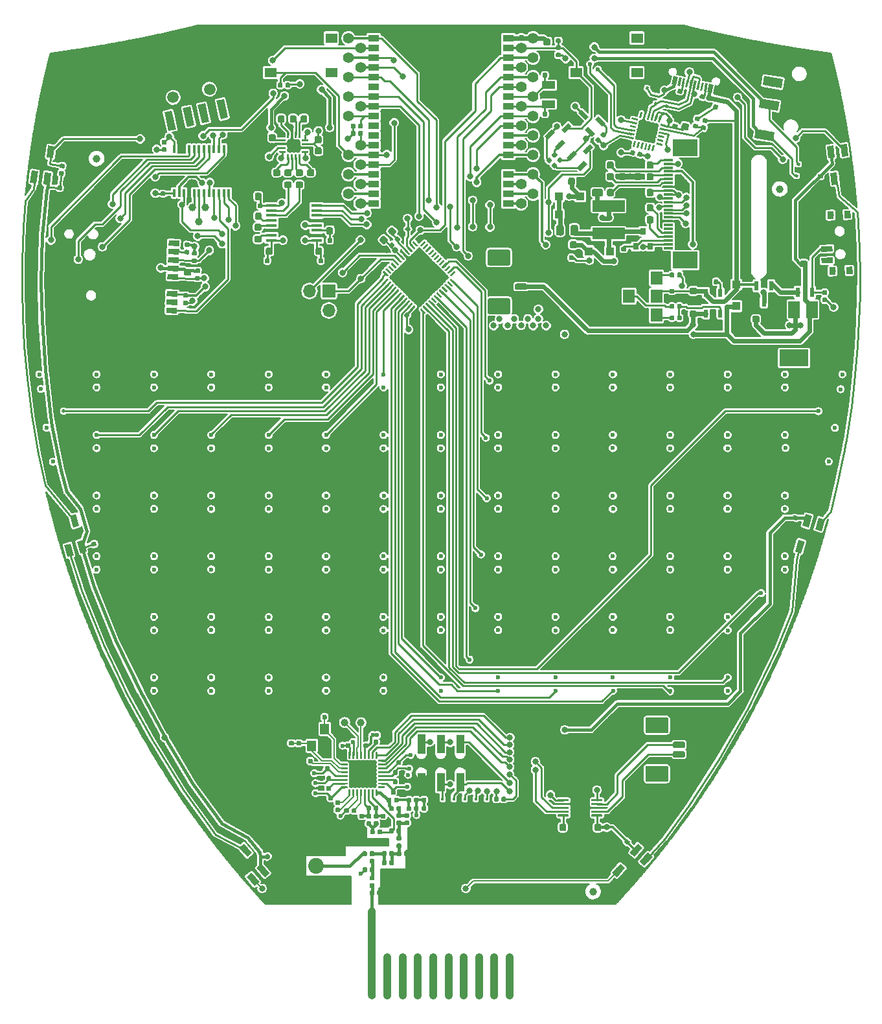
<source format=gbr>
G04 #@! TF.GenerationSoftware,KiCad,Pcbnew,6.0.0-unknown-r16647.959a4bdde.fc31*
G04 #@! TF.CreationDate,2020-02-05T23:37:16+00:00*
G04 #@! TF.ProjectId,r2,72322e6b-6963-4616-945f-706362585858,rev?*
G04 #@! TF.SameCoordinates,Original*
G04 #@! TF.FileFunction,Copper,L4,Bot*
G04 #@! TF.FilePolarity,Positive*
%FSLAX46Y46*%
G04 Gerber Fmt 4.6, Leading zero omitted, Abs format (unit mm)*
G04 Created by KiCad (PCBNEW 6.0.0-unknown-r16647.959a4bdde.fc31) date 2020-02-05 23:37:16*
%MOMM*%
%LPD*%
G04 APERTURE LIST*
%ADD10C,1.000000*%
%ADD11C,1.000000*%
%ADD12C,0.100000*%
%ADD13C,3.000000*%
%ADD14C,1.500000*%
%ADD15R,1.000000X2.500000*%
%ADD16R,1.000000X2.450000*%
%ADD17C,0.600000*%
%ADD18C,1.200000*%
%ADD19C,0.850000*%
%ADD20O,1.700000X1.700000*%
%ADD21R,1.700000X1.700000*%
%ADD22C,0.875000*%
%ADD23R,1.450000X0.450000*%
%ADD24C,0.250000*%
%ADD25C,1.700000*%
%ADD26C,0.590000*%
%ADD27C,2.600000*%
%ADD28R,3.300000X2.200000*%
%ADD29R,1.200000X0.300000*%
%ADD30R,1.100000X1.100000*%
%ADD31R,1.550000X1.300000*%
%ADD32C,2.250000*%
%ADD33C,2.050000*%
%ADD34R,0.350000X0.400000*%
%ADD35C,0.800000*%
%ADD36C,0.700000*%
%ADD37C,2.100000*%
%ADD38C,0.200000*%
%ADD39C,5.450000*%
%ADD40R,4.000000X4.000000*%
%ADD41R,1.450000X0.930000*%
%ADD42R,1.800000X1.000000*%
%ADD43R,0.600000X1.300000*%
%ADD44C,1.400000*%
%ADD45C,0.975000*%
%ADD46C,0.350000*%
%ADD47R,1.500000X1.800000*%
%ADD48R,4.200000X1.500000*%
%ADD49R,0.800000X0.900000*%
%ADD50R,0.600000X1.050000*%
%ADD51R,3.800000X2.200000*%
%ADD52R,1.500000X2.200000*%
%ADD53C,0.620000*%
%ADD54C,0.300000*%
%ADD55R,0.400000X1.100000*%
%ADD56C,3.450000*%
%ADD57R,1.200000X1.400000*%
%ADD58C,0.500000*%
%ADD59C,0.250000*%
%ADD60C,0.600000*%
%ADD61C,0.300000*%
%ADD62C,0.450000*%
%ADD63C,0.200000*%
%ADD64C,0.410000*%
%ADD65C,0.350000*%
%ADD66C,0.400000*%
G04 APERTURE END LIST*
D10*
X-7000000Y7677000D02*
X-7000000Y12677000D01*
X9000000Y7677000D02*
X9000000Y12677000D01*
X-5000000Y7677000D02*
X-5000000Y12677000D01*
X-1000000Y7677000D02*
X-1000000Y12677000D01*
X-3000000Y7677000D02*
X-3000000Y12677000D01*
X3000000Y7677000D02*
X3000000Y12677000D01*
X5000000Y7677000D02*
X5000000Y12677000D01*
X7000000Y7677000D02*
X7000000Y12677000D01*
X1000000Y7677000D02*
X1000000Y12677000D01*
D11*
X-28573075Y123465412D03*
D12*
G36*
X-28786035Y122136071D02*
G01*
X-29335650Y124574907D01*
X-28360115Y124794753D01*
X-27810500Y122355917D01*
X-28786035Y122136071D01*
X-28786035Y122136071D01*
G37*
D11*
X-31011911Y122915796D03*
D12*
G36*
X-31224871Y121586455D02*
G01*
X-31774486Y124025291D01*
X-30798951Y124245137D01*
X-30249336Y121806301D01*
X-31224871Y121586455D01*
X-31224871Y121586455D01*
G37*
D11*
X-32962981Y122476104D03*
D12*
G36*
X-33175941Y121146763D02*
G01*
X-33725556Y123585599D01*
X-32750021Y123805445D01*
X-32200406Y121366609D01*
X-33175941Y121146763D01*
X-33175941Y121146763D01*
G37*
D11*
X-35401817Y121926488D03*
D12*
G36*
X-35614777Y120597147D02*
G01*
X-36164392Y123035983D01*
X-35188857Y123255829D01*
X-34639242Y120816993D01*
X-35614777Y120597147D01*
X-35614777Y120597147D01*
G37*
D13*
X-41270201Y129317162D03*
D12*
G36*
X-42525675Y127496610D02*
G01*
X-43185214Y130423214D01*
X-40014727Y131137714D01*
X-39355188Y128211110D01*
X-42525675Y127496610D01*
X-42525675Y127496610D01*
G37*
D13*
X-39831586Y123388386D03*
D12*
G36*
X-41087060Y121567834D02*
G01*
X-41746599Y124494438D01*
X-38576112Y125208938D01*
X-37916573Y122282334D01*
X-41087060Y121567834D01*
X-41087060Y121567834D01*
G37*
D13*
X-26442076Y132658825D03*
D12*
G36*
X-27697550Y130838273D02*
G01*
X-28357089Y133764877D01*
X-25186602Y134479377D01*
X-24527063Y131552773D01*
X-27697550Y130838273D01*
X-27697550Y130838273D01*
G37*
D13*
X-25198568Y126686079D03*
D12*
G36*
X-26454042Y124865527D02*
G01*
X-27113581Y127792131D01*
X-23943094Y128506631D01*
X-23283555Y125580027D01*
X-26454042Y124865527D01*
X-26454042Y124865527D01*
G37*
D14*
X-35015060Y124986377D03*
X-30234940Y126063623D03*
D15*
X-2540000Y40500000D03*
D16*
X-2540000Y35500000D03*
X0Y40500000D03*
X0Y35500000D03*
X2540000Y40500000D03*
X2540000Y35500000D03*
D17*
X49551182Y118117317D03*
X49457321Y117524704D03*
X47580713Y117821929D03*
X47674574Y118414542D03*
X43209425Y119627985D03*
X43303285Y120220598D03*
X41332817Y119925210D03*
X41426677Y120517823D03*
X41426677Y120517823D03*
X41958555Y123875964D03*
X42052415Y124468577D03*
X44304466Y126541803D03*
X44398327Y127134416D03*
X42427858Y126839029D03*
X42521719Y127431642D03*
D18*
X48565947Y117969623D03*
D12*
G36*
X47425197Y118757779D02*
G01*
X49894418Y118366693D01*
X49706697Y117181467D01*
X47237476Y117572553D01*
X47425197Y118757779D01*
X47425197Y118757779D01*
G37*
D18*
X42318051Y120072904D03*
D12*
G36*
X41177301Y120861060D02*
G01*
X43646522Y120469974D01*
X43458801Y119284748D01*
X40989580Y119675834D01*
X41177301Y120861060D01*
X41177301Y120861060D01*
G37*
D18*
X42943789Y124023657D03*
D12*
G36*
X41803039Y124811813D02*
G01*
X44272260Y124420727D01*
X44084539Y123235501D01*
X41615318Y123626587D01*
X41803039Y124811813D01*
X41803039Y124811813D01*
G37*
D18*
X43413092Y126986722D03*
D12*
G36*
X42272342Y127774878D02*
G01*
X44741563Y127383792D01*
X44553842Y126198566D01*
X42084621Y126589652D01*
X42272342Y127774878D01*
X42272342Y127774878D01*
G37*
D19*
X53177149Y114600080D03*
D12*
G36*
X53696477Y113857838D02*
G01*
X52852812Y113754249D01*
X52657821Y115342322D01*
X53501486Y115445911D01*
X53696477Y113857838D01*
X53696477Y113857838D01*
G37*
D19*
X51440193Y114386809D03*
D12*
G36*
X51959521Y113644567D02*
G01*
X51115856Y113540978D01*
X50920865Y115129051D01*
X51764530Y115232640D01*
X51959521Y113644567D01*
X51959521Y113644567D01*
G37*
D19*
X52750607Y118073991D03*
D12*
G36*
X53269935Y117331749D02*
G01*
X52426270Y117228160D01*
X52231279Y118816233D01*
X53074944Y118919822D01*
X53269935Y117331749D01*
X53269935Y117331749D01*
G37*
D19*
X51013651Y117860720D03*
D12*
G36*
X51532979Y117118478D02*
G01*
X50689314Y117014889D01*
X50494323Y118602962D01*
X51337988Y118706551D01*
X51532979Y117118478D01*
X51532979Y117118478D01*
G37*
D11*
X-32461200Y110591600D03*
X-31623000Y108788200D03*
X-30759400Y110591600D03*
D20*
X-17170400Y97155000D03*
X-14630400Y97155000D03*
X-17170400Y99695000D03*
D21*
X-14630400Y99695000D03*
D12*
G36*
X-25148438Y112523149D02*
G01*
X-25077470Y112475730D01*
X-25030051Y112404762D01*
X-25013400Y112321050D01*
X-25013400Y111808550D01*
X-25030051Y111724838D01*
X-25077470Y111653870D01*
X-25148438Y111606451D01*
X-25232150Y111589800D01*
X-25669650Y111589800D01*
X-25753362Y111606451D01*
X-25824330Y111653870D01*
X-25871749Y111724838D01*
X-25888400Y111808550D01*
X-25888400Y112321050D01*
X-25871749Y112404762D01*
X-25824330Y112475730D01*
X-25753362Y112523149D01*
X-25669650Y112539800D01*
X-25232150Y112539800D01*
X-25148438Y112523149D01*
X-25148438Y112523149D01*
G37*
D22*
X-25450900Y112064800D03*
D12*
G36*
X-23573438Y112523149D02*
G01*
X-23502470Y112475730D01*
X-23455051Y112404762D01*
X-23438400Y112321050D01*
X-23438400Y111808550D01*
X-23455051Y111724838D01*
X-23502470Y111653870D01*
X-23573438Y111606451D01*
X-23657150Y111589800D01*
X-24094650Y111589800D01*
X-24178362Y111606451D01*
X-24249330Y111653870D01*
X-24296749Y111724838D01*
X-24313400Y111808550D01*
X-24313400Y112321050D01*
X-24296749Y112404762D01*
X-24249330Y112475730D01*
X-24178362Y112523149D01*
X-24094650Y112539800D01*
X-23657150Y112539800D01*
X-23573438Y112523149D01*
X-23573438Y112523149D01*
G37*
D22*
X-23875900Y112064800D03*
D23*
X-16252400Y106320400D03*
X-16252400Y106970400D03*
X-16252400Y107620400D03*
X-16252400Y108270400D03*
X-16252400Y108920400D03*
X-16252400Y109570400D03*
X-16252400Y110220400D03*
X-16252400Y110870400D03*
X-16252400Y111520400D03*
X-16252400Y112170400D03*
X-22152400Y112170400D03*
X-22152400Y111520400D03*
X-22152400Y110870400D03*
X-22152400Y110220400D03*
X-22152400Y109570400D03*
X-22152400Y108920400D03*
X-22152400Y108270400D03*
X-22152400Y107620400D03*
X-22152400Y106970400D03*
X-22152400Y106320400D03*
D12*
G36*
X-17391382Y118013642D02*
G01*
X-17371106Y118000094D01*
X-17357558Y117979818D01*
X-17352800Y117955900D01*
X-17352800Y117830900D01*
X-17357558Y117806982D01*
X-17371106Y117786706D01*
X-17391382Y117773158D01*
X-17415300Y117768400D01*
X-18115300Y117768400D01*
X-18139218Y117773158D01*
X-18159494Y117786706D01*
X-18173042Y117806982D01*
X-18177800Y117830900D01*
X-18177800Y117955900D01*
X-18173042Y117979818D01*
X-18159494Y118000094D01*
X-18139218Y118013642D01*
X-18115300Y118018400D01*
X-17415300Y118018400D01*
X-17391382Y118013642D01*
X-17391382Y118013642D01*
G37*
D24*
X-17765300Y117893400D03*
D12*
G36*
X-17391382Y118513642D02*
G01*
X-17371106Y118500094D01*
X-17357558Y118479818D01*
X-17352800Y118455900D01*
X-17352800Y118330900D01*
X-17357558Y118306982D01*
X-17371106Y118286706D01*
X-17391382Y118273158D01*
X-17415300Y118268400D01*
X-18115300Y118268400D01*
X-18139218Y118273158D01*
X-18159494Y118286706D01*
X-18173042Y118306982D01*
X-18177800Y118330900D01*
X-18177800Y118455900D01*
X-18173042Y118479818D01*
X-18159494Y118500094D01*
X-18139218Y118513642D01*
X-18115300Y118518400D01*
X-17415300Y118518400D01*
X-17391382Y118513642D01*
X-17391382Y118513642D01*
G37*
D24*
X-17765300Y118393400D03*
D12*
G36*
X-17391382Y119013642D02*
G01*
X-17371106Y119000094D01*
X-17357558Y118979818D01*
X-17352800Y118955900D01*
X-17352800Y118830900D01*
X-17357558Y118806982D01*
X-17371106Y118786706D01*
X-17391382Y118773158D01*
X-17415300Y118768400D01*
X-18115300Y118768400D01*
X-18139218Y118773158D01*
X-18159494Y118786706D01*
X-18173042Y118806982D01*
X-18177800Y118830900D01*
X-18177800Y118955900D01*
X-18173042Y118979818D01*
X-18159494Y119000094D01*
X-18139218Y119013642D01*
X-18115300Y119018400D01*
X-17415300Y119018400D01*
X-17391382Y119013642D01*
X-17391382Y119013642D01*
G37*
D24*
X-17765300Y118893400D03*
D12*
G36*
X-17391382Y119513642D02*
G01*
X-17371106Y119500094D01*
X-17357558Y119479818D01*
X-17352800Y119455900D01*
X-17352800Y119330900D01*
X-17357558Y119306982D01*
X-17371106Y119286706D01*
X-17391382Y119273158D01*
X-17415300Y119268400D01*
X-18115300Y119268400D01*
X-18139218Y119273158D01*
X-18159494Y119286706D01*
X-18173042Y119306982D01*
X-18177800Y119330900D01*
X-18177800Y119455900D01*
X-18173042Y119479818D01*
X-18159494Y119500094D01*
X-18139218Y119513642D01*
X-18115300Y119518400D01*
X-17415300Y119518400D01*
X-17391382Y119513642D01*
X-17391382Y119513642D01*
G37*
D24*
X-17765300Y119393400D03*
D12*
G36*
X-18391382Y120513642D02*
G01*
X-18371106Y120500094D01*
X-18357558Y120479818D01*
X-18352800Y120455900D01*
X-18352800Y119755900D01*
X-18357558Y119731982D01*
X-18371106Y119711706D01*
X-18391382Y119698158D01*
X-18415300Y119693400D01*
X-18540300Y119693400D01*
X-18564218Y119698158D01*
X-18584494Y119711706D01*
X-18598042Y119731982D01*
X-18602800Y119755900D01*
X-18602800Y120455900D01*
X-18598042Y120479818D01*
X-18584494Y120500094D01*
X-18564218Y120513642D01*
X-18540300Y120518400D01*
X-18415300Y120518400D01*
X-18391382Y120513642D01*
X-18391382Y120513642D01*
G37*
D24*
X-18477800Y120105900D03*
D12*
G36*
X-18891382Y120513642D02*
G01*
X-18871106Y120500094D01*
X-18857558Y120479818D01*
X-18852800Y120455900D01*
X-18852800Y119755900D01*
X-18857558Y119731982D01*
X-18871106Y119711706D01*
X-18891382Y119698158D01*
X-18915300Y119693400D01*
X-19040300Y119693400D01*
X-19064218Y119698158D01*
X-19084494Y119711706D01*
X-19098042Y119731982D01*
X-19102800Y119755900D01*
X-19102800Y120455900D01*
X-19098042Y120479818D01*
X-19084494Y120500094D01*
X-19064218Y120513642D01*
X-19040300Y120518400D01*
X-18915300Y120518400D01*
X-18891382Y120513642D01*
X-18891382Y120513642D01*
G37*
D24*
X-18977800Y120105900D03*
D12*
G36*
X-19391382Y120513642D02*
G01*
X-19371106Y120500094D01*
X-19357558Y120479818D01*
X-19352800Y120455900D01*
X-19352800Y119755900D01*
X-19357558Y119731982D01*
X-19371106Y119711706D01*
X-19391382Y119698158D01*
X-19415300Y119693400D01*
X-19540300Y119693400D01*
X-19564218Y119698158D01*
X-19584494Y119711706D01*
X-19598042Y119731982D01*
X-19602800Y119755900D01*
X-19602800Y120455900D01*
X-19598042Y120479818D01*
X-19584494Y120500094D01*
X-19564218Y120513642D01*
X-19540300Y120518400D01*
X-19415300Y120518400D01*
X-19391382Y120513642D01*
X-19391382Y120513642D01*
G37*
D24*
X-19477800Y120105900D03*
D12*
G36*
X-19891382Y120513642D02*
G01*
X-19871106Y120500094D01*
X-19857558Y120479818D01*
X-19852800Y120455900D01*
X-19852800Y119755900D01*
X-19857558Y119731982D01*
X-19871106Y119711706D01*
X-19891382Y119698158D01*
X-19915300Y119693400D01*
X-20040300Y119693400D01*
X-20064218Y119698158D01*
X-20084494Y119711706D01*
X-20098042Y119731982D01*
X-20102800Y119755900D01*
X-20102800Y120455900D01*
X-20098042Y120479818D01*
X-20084494Y120500094D01*
X-20064218Y120513642D01*
X-20040300Y120518400D01*
X-19915300Y120518400D01*
X-19891382Y120513642D01*
X-19891382Y120513642D01*
G37*
D24*
X-19977800Y120105900D03*
D12*
G36*
X-20316382Y119513642D02*
G01*
X-20296106Y119500094D01*
X-20282558Y119479818D01*
X-20277800Y119455900D01*
X-20277800Y119330900D01*
X-20282558Y119306982D01*
X-20296106Y119286706D01*
X-20316382Y119273158D01*
X-20340300Y119268400D01*
X-21040300Y119268400D01*
X-21064218Y119273158D01*
X-21084494Y119286706D01*
X-21098042Y119306982D01*
X-21102800Y119330900D01*
X-21102800Y119455900D01*
X-21098042Y119479818D01*
X-21084494Y119500094D01*
X-21064218Y119513642D01*
X-21040300Y119518400D01*
X-20340300Y119518400D01*
X-20316382Y119513642D01*
X-20316382Y119513642D01*
G37*
D24*
X-20690300Y119393400D03*
D12*
G36*
X-20316382Y119013642D02*
G01*
X-20296106Y119000094D01*
X-20282558Y118979818D01*
X-20277800Y118955900D01*
X-20277800Y118830900D01*
X-20282558Y118806982D01*
X-20296106Y118786706D01*
X-20316382Y118773158D01*
X-20340300Y118768400D01*
X-21040300Y118768400D01*
X-21064218Y118773158D01*
X-21084494Y118786706D01*
X-21098042Y118806982D01*
X-21102800Y118830900D01*
X-21102800Y118955900D01*
X-21098042Y118979818D01*
X-21084494Y119000094D01*
X-21064218Y119013642D01*
X-21040300Y119018400D01*
X-20340300Y119018400D01*
X-20316382Y119013642D01*
X-20316382Y119013642D01*
G37*
D24*
X-20690300Y118893400D03*
D12*
G36*
X-20316382Y118513642D02*
G01*
X-20296106Y118500094D01*
X-20282558Y118479818D01*
X-20277800Y118455900D01*
X-20277800Y118330900D01*
X-20282558Y118306982D01*
X-20296106Y118286706D01*
X-20316382Y118273158D01*
X-20340300Y118268400D01*
X-21040300Y118268400D01*
X-21064218Y118273158D01*
X-21084494Y118286706D01*
X-21098042Y118306982D01*
X-21102800Y118330900D01*
X-21102800Y118455900D01*
X-21098042Y118479818D01*
X-21084494Y118500094D01*
X-21064218Y118513642D01*
X-21040300Y118518400D01*
X-20340300Y118518400D01*
X-20316382Y118513642D01*
X-20316382Y118513642D01*
G37*
D24*
X-20690300Y118393400D03*
D12*
G36*
X-20316382Y118013642D02*
G01*
X-20296106Y118000094D01*
X-20282558Y117979818D01*
X-20277800Y117955900D01*
X-20277800Y117830900D01*
X-20282558Y117806982D01*
X-20296106Y117786706D01*
X-20316382Y117773158D01*
X-20340300Y117768400D01*
X-21040300Y117768400D01*
X-21064218Y117773158D01*
X-21084494Y117786706D01*
X-21098042Y117806982D01*
X-21102800Y117830900D01*
X-21102800Y117955900D01*
X-21098042Y117979818D01*
X-21084494Y118000094D01*
X-21064218Y118013642D01*
X-21040300Y118018400D01*
X-20340300Y118018400D01*
X-20316382Y118013642D01*
X-20316382Y118013642D01*
G37*
D24*
X-20690300Y117893400D03*
D12*
G36*
X-19891382Y117588642D02*
G01*
X-19871106Y117575094D01*
X-19857558Y117554818D01*
X-19852800Y117530900D01*
X-19852800Y116830900D01*
X-19857558Y116806982D01*
X-19871106Y116786706D01*
X-19891382Y116773158D01*
X-19915300Y116768400D01*
X-20040300Y116768400D01*
X-20064218Y116773158D01*
X-20084494Y116786706D01*
X-20098042Y116806982D01*
X-20102800Y116830900D01*
X-20102800Y117530900D01*
X-20098042Y117554818D01*
X-20084494Y117575094D01*
X-20064218Y117588642D01*
X-20040300Y117593400D01*
X-19915300Y117593400D01*
X-19891382Y117588642D01*
X-19891382Y117588642D01*
G37*
D24*
X-19977800Y117180900D03*
D12*
G36*
X-19391382Y117588642D02*
G01*
X-19371106Y117575094D01*
X-19357558Y117554818D01*
X-19352800Y117530900D01*
X-19352800Y116830900D01*
X-19357558Y116806982D01*
X-19371106Y116786706D01*
X-19391382Y116773158D01*
X-19415300Y116768400D01*
X-19540300Y116768400D01*
X-19564218Y116773158D01*
X-19584494Y116786706D01*
X-19598042Y116806982D01*
X-19602800Y116830900D01*
X-19602800Y117530900D01*
X-19598042Y117554818D01*
X-19584494Y117575094D01*
X-19564218Y117588642D01*
X-19540300Y117593400D01*
X-19415300Y117593400D01*
X-19391382Y117588642D01*
X-19391382Y117588642D01*
G37*
D24*
X-19477800Y117180900D03*
D12*
G36*
X-18891382Y117588642D02*
G01*
X-18871106Y117575094D01*
X-18857558Y117554818D01*
X-18852800Y117530900D01*
X-18852800Y116830900D01*
X-18857558Y116806982D01*
X-18871106Y116786706D01*
X-18891382Y116773158D01*
X-18915300Y116768400D01*
X-19040300Y116768400D01*
X-19064218Y116773158D01*
X-19084494Y116786706D01*
X-19098042Y116806982D01*
X-19102800Y116830900D01*
X-19102800Y117530900D01*
X-19098042Y117554818D01*
X-19084494Y117575094D01*
X-19064218Y117588642D01*
X-19040300Y117593400D01*
X-18915300Y117593400D01*
X-18891382Y117588642D01*
X-18891382Y117588642D01*
G37*
D24*
X-18977800Y117180900D03*
D12*
G36*
X-18391382Y117588642D02*
G01*
X-18371106Y117575094D01*
X-18357558Y117554818D01*
X-18352800Y117530900D01*
X-18352800Y116830900D01*
X-18357558Y116806982D01*
X-18371106Y116786706D01*
X-18391382Y116773158D01*
X-18415300Y116768400D01*
X-18540300Y116768400D01*
X-18564218Y116773158D01*
X-18584494Y116786706D01*
X-18598042Y116806982D01*
X-18602800Y116830900D01*
X-18602800Y117530900D01*
X-18598042Y117554818D01*
X-18584494Y117575094D01*
X-18564218Y117588642D01*
X-18540300Y117593400D01*
X-18415300Y117593400D01*
X-18391382Y117588642D01*
X-18391382Y117588642D01*
G37*
D24*
X-18477800Y117180900D03*
D12*
G36*
X-18532129Y119474370D02*
G01*
X-18451023Y119420177D01*
X-18396830Y119339071D01*
X-18377800Y119243400D01*
X-18377800Y118043400D01*
X-18396830Y117947729D01*
X-18451023Y117866623D01*
X-18532129Y117812430D01*
X-18627800Y117793400D01*
X-19827800Y117793400D01*
X-19923471Y117812430D01*
X-20004577Y117866623D01*
X-20058770Y117947729D01*
X-20077800Y118043400D01*
X-20077800Y119243400D01*
X-20058770Y119339071D01*
X-20004577Y119420177D01*
X-19923471Y119474370D01*
X-19827800Y119493400D01*
X-18627800Y119493400D01*
X-18532129Y119474370D01*
X-18532129Y119474370D01*
G37*
D25*
X-19227800Y118643400D03*
D12*
G36*
X33877266Y124464239D02*
G01*
X34214088Y124389568D01*
X34266765Y124366389D01*
X34306563Y124324816D01*
X34327422Y124271177D01*
X34326167Y124213639D01*
X34262317Y123925632D01*
X34239138Y123872954D01*
X34197565Y123833157D01*
X34143926Y123812298D01*
X34086388Y123813553D01*
X33749566Y123888224D01*
X33696889Y123911403D01*
X33657091Y123952976D01*
X33636232Y124006615D01*
X33637487Y124064153D01*
X33701337Y124352160D01*
X33724516Y124404838D01*
X33766089Y124444635D01*
X33819728Y124465494D01*
X33877266Y124464239D01*
X33877266Y124464239D01*
G37*
D26*
X33981827Y124138896D03*
D12*
G36*
X34087212Y125411247D02*
G01*
X34424034Y125336576D01*
X34476711Y125313397D01*
X34516509Y125271824D01*
X34537368Y125218185D01*
X34536113Y125160647D01*
X34472263Y124872640D01*
X34449084Y124819962D01*
X34407511Y124780165D01*
X34353872Y124759306D01*
X34296334Y124760561D01*
X33959512Y124835232D01*
X33906835Y124858411D01*
X33867037Y124899984D01*
X33846178Y124953623D01*
X33847433Y125011161D01*
X33911283Y125299168D01*
X33934462Y125351846D01*
X33976035Y125391643D01*
X34029674Y125412502D01*
X34087212Y125411247D01*
X34087212Y125411247D01*
G37*
D26*
X34191773Y125085904D03*
D12*
G36*
X30940466Y125151839D02*
G01*
X31277288Y125077168D01*
X31329965Y125053989D01*
X31369763Y125012416D01*
X31390622Y124958777D01*
X31389367Y124901239D01*
X31325517Y124613232D01*
X31302338Y124560554D01*
X31260765Y124520757D01*
X31207126Y124499898D01*
X31149588Y124501153D01*
X30812766Y124575824D01*
X30760089Y124599003D01*
X30720291Y124640576D01*
X30699432Y124694215D01*
X30700687Y124751753D01*
X30764537Y125039760D01*
X30787716Y125092438D01*
X30829289Y125132235D01*
X30882928Y125153094D01*
X30940466Y125151839D01*
X30940466Y125151839D01*
G37*
D26*
X31045027Y124826496D03*
D12*
G36*
X31150412Y126098847D02*
G01*
X31487234Y126024176D01*
X31539911Y126000997D01*
X31579709Y125959424D01*
X31600568Y125905785D01*
X31599313Y125848247D01*
X31535463Y125560240D01*
X31512284Y125507562D01*
X31470711Y125467765D01*
X31417072Y125446906D01*
X31359534Y125448161D01*
X31022712Y125522832D01*
X30970035Y125546011D01*
X30930237Y125587584D01*
X30909378Y125641223D01*
X30910633Y125698761D01*
X30974483Y125986768D01*
X30997662Y126039446D01*
X31039235Y126079243D01*
X31092874Y126100102D01*
X31150412Y126098847D01*
X31150412Y126098847D01*
G37*
D26*
X31254973Y125773504D03*
D12*
G36*
X-21735038Y120183349D02*
G01*
X-21664070Y120135930D01*
X-21616651Y120064962D01*
X-21600000Y119981250D01*
X-21600000Y119468750D01*
X-21616651Y119385038D01*
X-21664070Y119314070D01*
X-21735038Y119266651D01*
X-21818750Y119250000D01*
X-22256250Y119250000D01*
X-22339962Y119266651D01*
X-22410930Y119314070D01*
X-22458349Y119385038D01*
X-22475000Y119468750D01*
X-22475000Y119981250D01*
X-22458349Y120064962D01*
X-22410930Y120135930D01*
X-22339962Y120183349D01*
X-22256250Y120200000D01*
X-21818750Y120200000D01*
X-21735038Y120183349D01*
X-21735038Y120183349D01*
G37*
D22*
X-22037500Y119725000D03*
D12*
G36*
X-23310038Y120183349D02*
G01*
X-23239070Y120135930D01*
X-23191651Y120064962D01*
X-23175000Y119981250D01*
X-23175000Y119468750D01*
X-23191651Y119385038D01*
X-23239070Y119314070D01*
X-23310038Y119266651D01*
X-23393750Y119250000D01*
X-23831250Y119250000D01*
X-23914962Y119266651D01*
X-23985930Y119314070D01*
X-24033349Y119385038D01*
X-24050000Y119468750D01*
X-24050000Y119981250D01*
X-24033349Y120064962D01*
X-23985930Y120135930D01*
X-23914962Y120183349D01*
X-23831250Y120200000D01*
X-23393750Y120200000D01*
X-23310038Y120183349D01*
X-23310038Y120183349D01*
G37*
D22*
X-23612500Y119725000D03*
D12*
G36*
X-17604638Y122632349D02*
G01*
X-17533670Y122584930D01*
X-17486251Y122513962D01*
X-17469600Y122430250D01*
X-17469600Y121917750D01*
X-17486251Y121834038D01*
X-17533670Y121763070D01*
X-17604638Y121715651D01*
X-17688350Y121699000D01*
X-18125850Y121699000D01*
X-18209562Y121715651D01*
X-18280530Y121763070D01*
X-18327949Y121834038D01*
X-18344600Y121917750D01*
X-18344600Y122430250D01*
X-18327949Y122513962D01*
X-18280530Y122584930D01*
X-18209562Y122632349D01*
X-18125850Y122649000D01*
X-17688350Y122649000D01*
X-17604638Y122632349D01*
X-17604638Y122632349D01*
G37*
D22*
X-17907100Y122174000D03*
D12*
G36*
X-16029638Y122632349D02*
G01*
X-15958670Y122584930D01*
X-15911251Y122513962D01*
X-15894600Y122430250D01*
X-15894600Y121917750D01*
X-15911251Y121834038D01*
X-15958670Y121763070D01*
X-16029638Y121715651D01*
X-16113350Y121699000D01*
X-16550850Y121699000D01*
X-16634562Y121715651D01*
X-16705530Y121763070D01*
X-16752949Y121834038D01*
X-16769600Y121917750D01*
X-16769600Y122430250D01*
X-16752949Y122513962D01*
X-16705530Y122584930D01*
X-16634562Y122632349D01*
X-16550850Y122649000D01*
X-16113350Y122649000D01*
X-16029638Y122632349D01*
X-16029638Y122632349D01*
G37*
D22*
X-16332100Y122174000D03*
D12*
G36*
X-20576438Y122632349D02*
G01*
X-20505470Y122584930D01*
X-20458051Y122513962D01*
X-20441400Y122430250D01*
X-20441400Y121917750D01*
X-20458051Y121834038D01*
X-20505470Y121763070D01*
X-20576438Y121715651D01*
X-20660150Y121699000D01*
X-21097650Y121699000D01*
X-21181362Y121715651D01*
X-21252330Y121763070D01*
X-21299749Y121834038D01*
X-21316400Y121917750D01*
X-21316400Y122430250D01*
X-21299749Y122513962D01*
X-21252330Y122584930D01*
X-21181362Y122632349D01*
X-21097650Y122649000D01*
X-20660150Y122649000D01*
X-20576438Y122632349D01*
X-20576438Y122632349D01*
G37*
D22*
X-20878900Y122174000D03*
D12*
G36*
X-19001438Y122632349D02*
G01*
X-18930470Y122584930D01*
X-18883051Y122513962D01*
X-18866400Y122430250D01*
X-18866400Y121917750D01*
X-18883051Y121834038D01*
X-18930470Y121763070D01*
X-19001438Y121715651D01*
X-19085150Y121699000D01*
X-19522650Y121699000D01*
X-19606362Y121715651D01*
X-19677330Y121763070D01*
X-19724749Y121834038D01*
X-19741400Y121917750D01*
X-19741400Y122430250D01*
X-19724749Y122513962D01*
X-19677330Y122584930D01*
X-19606362Y122632349D01*
X-19522650Y122649000D01*
X-19085150Y122649000D01*
X-19001438Y122632349D01*
X-19001438Y122632349D01*
G37*
D22*
X-19303900Y122174000D03*
D12*
G36*
X-14150038Y118466749D02*
G01*
X-14079070Y118419330D01*
X-14031651Y118348362D01*
X-14015000Y118264650D01*
X-14015000Y117752150D01*
X-14031651Y117668438D01*
X-14079070Y117597470D01*
X-14150038Y117550051D01*
X-14233750Y117533400D01*
X-14671250Y117533400D01*
X-14754962Y117550051D01*
X-14825930Y117597470D01*
X-14873349Y117668438D01*
X-14890000Y117752150D01*
X-14890000Y118264650D01*
X-14873349Y118348362D01*
X-14825930Y118419330D01*
X-14754962Y118466749D01*
X-14671250Y118483400D01*
X-14233750Y118483400D01*
X-14150038Y118466749D01*
X-14150038Y118466749D01*
G37*
D22*
X-14452500Y118008400D03*
D12*
G36*
X-15725038Y118466749D02*
G01*
X-15654070Y118419330D01*
X-15606651Y118348362D01*
X-15590000Y118264650D01*
X-15590000Y117752150D01*
X-15606651Y117668438D01*
X-15654070Y117597470D01*
X-15725038Y117550051D01*
X-15808750Y117533400D01*
X-16246250Y117533400D01*
X-16329962Y117550051D01*
X-16400930Y117597470D01*
X-16448349Y117668438D01*
X-16465000Y117752150D01*
X-16465000Y118264650D01*
X-16448349Y118348362D01*
X-16400930Y118419330D01*
X-16329962Y118466749D01*
X-16246250Y118483400D01*
X-15808750Y118483400D01*
X-15725038Y118466749D01*
X-15725038Y118466749D01*
G37*
D22*
X-16027500Y118008400D03*
D12*
G36*
X-14150038Y119939949D02*
G01*
X-14079070Y119892530D01*
X-14031651Y119821562D01*
X-14015000Y119737850D01*
X-14015000Y119225350D01*
X-14031651Y119141638D01*
X-14079070Y119070670D01*
X-14150038Y119023251D01*
X-14233750Y119006600D01*
X-14671250Y119006600D01*
X-14754962Y119023251D01*
X-14825930Y119070670D01*
X-14873349Y119141638D01*
X-14890000Y119225350D01*
X-14890000Y119737850D01*
X-14873349Y119821562D01*
X-14825930Y119892530D01*
X-14754962Y119939949D01*
X-14671250Y119956600D01*
X-14233750Y119956600D01*
X-14150038Y119939949D01*
X-14150038Y119939949D01*
G37*
D22*
X-14452500Y119481600D03*
D12*
G36*
X-15725038Y119939949D02*
G01*
X-15654070Y119892530D01*
X-15606651Y119821562D01*
X-15590000Y119737850D01*
X-15590000Y119225350D01*
X-15606651Y119141638D01*
X-15654070Y119070670D01*
X-15725038Y119023251D01*
X-15808750Y119006600D01*
X-16246250Y119006600D01*
X-16329962Y119023251D01*
X-16400930Y119070670D01*
X-16448349Y119141638D01*
X-16465000Y119225350D01*
X-16465000Y119737850D01*
X-16448349Y119821562D01*
X-16400930Y119892530D01*
X-16329962Y119939949D01*
X-16246250Y119956600D01*
X-15808750Y119956600D01*
X-15725038Y119939949D01*
X-15725038Y119939949D01*
G37*
D22*
X-16027500Y119481600D03*
D12*
G36*
X-21123038Y114009549D02*
G01*
X-21052070Y113962130D01*
X-21004651Y113891162D01*
X-20988000Y113807450D01*
X-20988000Y113369950D01*
X-21004651Y113286238D01*
X-21052070Y113215270D01*
X-21123038Y113167851D01*
X-21206750Y113151200D01*
X-21719250Y113151200D01*
X-21802962Y113167851D01*
X-21873930Y113215270D01*
X-21921349Y113286238D01*
X-21938000Y113369950D01*
X-21938000Y113807450D01*
X-21921349Y113891162D01*
X-21873930Y113962130D01*
X-21802962Y114009549D01*
X-21719250Y114026200D01*
X-21206750Y114026200D01*
X-21123038Y114009549D01*
X-21123038Y114009549D01*
G37*
D22*
X-21463000Y113588700D03*
D12*
G36*
X-21123038Y115584549D02*
G01*
X-21052070Y115537130D01*
X-21004651Y115466162D01*
X-20988000Y115382450D01*
X-20988000Y114944950D01*
X-21004651Y114861238D01*
X-21052070Y114790270D01*
X-21123038Y114742851D01*
X-21206750Y114726200D01*
X-21719250Y114726200D01*
X-21802962Y114742851D01*
X-21873930Y114790270D01*
X-21921349Y114861238D01*
X-21938000Y114944950D01*
X-21938000Y115382450D01*
X-21921349Y115466162D01*
X-21873930Y115537130D01*
X-21802962Y115584549D01*
X-21719250Y115601200D01*
X-21206750Y115601200D01*
X-21123038Y115584549D01*
X-21123038Y115584549D01*
G37*
D22*
X-21463000Y115163700D03*
D12*
G36*
X-19649838Y114009549D02*
G01*
X-19578870Y113962130D01*
X-19531451Y113891162D01*
X-19514800Y113807450D01*
X-19514800Y113369950D01*
X-19531451Y113286238D01*
X-19578870Y113215270D01*
X-19649838Y113167851D01*
X-19733550Y113151200D01*
X-20246050Y113151200D01*
X-20329762Y113167851D01*
X-20400730Y113215270D01*
X-20448149Y113286238D01*
X-20464800Y113369950D01*
X-20464800Y113807450D01*
X-20448149Y113891162D01*
X-20400730Y113962130D01*
X-20329762Y114009549D01*
X-20246050Y114026200D01*
X-19733550Y114026200D01*
X-19649838Y114009549D01*
X-19649838Y114009549D01*
G37*
D22*
X-19989800Y113588700D03*
D12*
G36*
X-19649838Y115584549D02*
G01*
X-19578870Y115537130D01*
X-19531451Y115466162D01*
X-19514800Y115382450D01*
X-19514800Y114944950D01*
X-19531451Y114861238D01*
X-19578870Y114790270D01*
X-19649838Y114742851D01*
X-19733550Y114726200D01*
X-20246050Y114726200D01*
X-20329762Y114742851D01*
X-20400730Y114790270D01*
X-20448149Y114861238D01*
X-20464800Y114944950D01*
X-20464800Y115382450D01*
X-20448149Y115466162D01*
X-20400730Y115537130D01*
X-20329762Y115584549D01*
X-20246050Y115601200D01*
X-19733550Y115601200D01*
X-19649838Y115584549D01*
X-19649838Y115584549D01*
G37*
D22*
X-19989800Y115163700D03*
D12*
G36*
X-16678038Y114009549D02*
G01*
X-16607070Y113962130D01*
X-16559651Y113891162D01*
X-16543000Y113807450D01*
X-16543000Y113369950D01*
X-16559651Y113286238D01*
X-16607070Y113215270D01*
X-16678038Y113167851D01*
X-16761750Y113151200D01*
X-17274250Y113151200D01*
X-17357962Y113167851D01*
X-17428930Y113215270D01*
X-17476349Y113286238D01*
X-17493000Y113369950D01*
X-17493000Y113807450D01*
X-17476349Y113891162D01*
X-17428930Y113962130D01*
X-17357962Y114009549D01*
X-17274250Y114026200D01*
X-16761750Y114026200D01*
X-16678038Y114009549D01*
X-16678038Y114009549D01*
G37*
D22*
X-17018000Y113588700D03*
D12*
G36*
X-16678038Y115584549D02*
G01*
X-16607070Y115537130D01*
X-16559651Y115466162D01*
X-16543000Y115382450D01*
X-16543000Y114944950D01*
X-16559651Y114861238D01*
X-16607070Y114790270D01*
X-16678038Y114742851D01*
X-16761750Y114726200D01*
X-17274250Y114726200D01*
X-17357962Y114742851D01*
X-17428930Y114790270D01*
X-17476349Y114861238D01*
X-17493000Y114944950D01*
X-17493000Y115382450D01*
X-17476349Y115466162D01*
X-17428930Y115537130D01*
X-17357962Y115584549D01*
X-17274250Y115601200D01*
X-16761750Y115601200D01*
X-16678038Y115584549D01*
X-16678038Y115584549D01*
G37*
D22*
X-17018000Y115163700D03*
D12*
G36*
X-18151238Y114009549D02*
G01*
X-18080270Y113962130D01*
X-18032851Y113891162D01*
X-18016200Y113807450D01*
X-18016200Y113369950D01*
X-18032851Y113286238D01*
X-18080270Y113215270D01*
X-18151238Y113167851D01*
X-18234950Y113151200D01*
X-18747450Y113151200D01*
X-18831162Y113167851D01*
X-18902130Y113215270D01*
X-18949549Y113286238D01*
X-18966200Y113369950D01*
X-18966200Y113807450D01*
X-18949549Y113891162D01*
X-18902130Y113962130D01*
X-18831162Y114009549D01*
X-18747450Y114026200D01*
X-18234950Y114026200D01*
X-18151238Y114009549D01*
X-18151238Y114009549D01*
G37*
D22*
X-18491200Y113588700D03*
D12*
G36*
X-18151238Y115584549D02*
G01*
X-18080270Y115537130D01*
X-18032851Y115466162D01*
X-18016200Y115382450D01*
X-18016200Y114944950D01*
X-18032851Y114861238D01*
X-18080270Y114790270D01*
X-18151238Y114742851D01*
X-18234950Y114726200D01*
X-18747450Y114726200D01*
X-18831162Y114742851D01*
X-18902130Y114790270D01*
X-18949549Y114861238D01*
X-18966200Y114944950D01*
X-18966200Y115382450D01*
X-18949549Y115466162D01*
X-18902130Y115537130D01*
X-18831162Y115584549D01*
X-18747450Y115601200D01*
X-18234950Y115601200D01*
X-18151238Y115584549D01*
X-18151238Y115584549D01*
G37*
D22*
X-18491200Y115163700D03*
D12*
G36*
X-17223638Y105360349D02*
G01*
X-17152670Y105312930D01*
X-17105251Y105241962D01*
X-17088600Y105158250D01*
X-17088600Y104645750D01*
X-17105251Y104562038D01*
X-17152670Y104491070D01*
X-17223638Y104443651D01*
X-17307350Y104427000D01*
X-17744850Y104427000D01*
X-17828562Y104443651D01*
X-17899530Y104491070D01*
X-17946949Y104562038D01*
X-17963600Y104645750D01*
X-17963600Y105158250D01*
X-17946949Y105241962D01*
X-17899530Y105312930D01*
X-17828562Y105360349D01*
X-17744850Y105377000D01*
X-17307350Y105377000D01*
X-17223638Y105360349D01*
X-17223638Y105360349D01*
G37*
D22*
X-17526100Y104902000D03*
D12*
G36*
X-15648638Y105360349D02*
G01*
X-15577670Y105312930D01*
X-15530251Y105241962D01*
X-15513600Y105158250D01*
X-15513600Y104645750D01*
X-15530251Y104562038D01*
X-15577670Y104491070D01*
X-15648638Y104443651D01*
X-15732350Y104427000D01*
X-16169850Y104427000D01*
X-16253562Y104443651D01*
X-16324530Y104491070D01*
X-16371949Y104562038D01*
X-16388600Y104645750D01*
X-16388600Y105158250D01*
X-16371949Y105241962D01*
X-16324530Y105312930D01*
X-16253562Y105360349D01*
X-16169850Y105377000D01*
X-15732350Y105377000D01*
X-15648638Y105360349D01*
X-15648638Y105360349D01*
G37*
D22*
X-15951100Y104902000D03*
D12*
G36*
X-16460854Y103966172D02*
G01*
X-16413002Y103934198D01*
X-16381028Y103886346D01*
X-16369800Y103829900D01*
X-16369800Y103484900D01*
X-16381028Y103428454D01*
X-16413002Y103380602D01*
X-16460854Y103348628D01*
X-16517300Y103337400D01*
X-16812300Y103337400D01*
X-16868746Y103348628D01*
X-16916598Y103380602D01*
X-16948572Y103428454D01*
X-16959800Y103484900D01*
X-16959800Y103829900D01*
X-16948572Y103886346D01*
X-16916598Y103934198D01*
X-16868746Y103966172D01*
X-16812300Y103977400D01*
X-16517300Y103977400D01*
X-16460854Y103966172D01*
X-16460854Y103966172D01*
G37*
D26*
X-16664800Y103657400D03*
D12*
G36*
X-15490854Y103966172D02*
G01*
X-15443002Y103934198D01*
X-15411028Y103886346D01*
X-15399800Y103829900D01*
X-15399800Y103484900D01*
X-15411028Y103428454D01*
X-15443002Y103380602D01*
X-15490854Y103348628D01*
X-15547300Y103337400D01*
X-15842300Y103337400D01*
X-15898746Y103348628D01*
X-15946598Y103380602D01*
X-15978572Y103428454D01*
X-15989800Y103484900D01*
X-15989800Y103829900D01*
X-15978572Y103886346D01*
X-15946598Y103934198D01*
X-15898746Y103966172D01*
X-15842300Y103977400D01*
X-15547300Y103977400D01*
X-15490854Y103966172D01*
X-15490854Y103966172D01*
G37*
D26*
X-15694800Y103657400D03*
D12*
G36*
X-20576238Y105360349D02*
G01*
X-20505270Y105312930D01*
X-20457851Y105241962D01*
X-20441200Y105158250D01*
X-20441200Y104645750D01*
X-20457851Y104562038D01*
X-20505270Y104491070D01*
X-20576238Y104443651D01*
X-20659950Y104427000D01*
X-21097450Y104427000D01*
X-21181162Y104443651D01*
X-21252130Y104491070D01*
X-21299549Y104562038D01*
X-21316200Y104645750D01*
X-21316200Y105158250D01*
X-21299549Y105241962D01*
X-21252130Y105312930D01*
X-21181162Y105360349D01*
X-21097450Y105377000D01*
X-20659950Y105377000D01*
X-20576238Y105360349D01*
X-20576238Y105360349D01*
G37*
D22*
X-20878700Y104902000D03*
D12*
G36*
X-22151238Y105360349D02*
G01*
X-22080270Y105312930D01*
X-22032851Y105241962D01*
X-22016200Y105158250D01*
X-22016200Y104645750D01*
X-22032851Y104562038D01*
X-22080270Y104491070D01*
X-22151238Y104443651D01*
X-22234950Y104427000D01*
X-22672450Y104427000D01*
X-22756162Y104443651D01*
X-22827130Y104491070D01*
X-22874549Y104562038D01*
X-22891200Y104645750D01*
X-22891200Y105158250D01*
X-22874549Y105241962D01*
X-22827130Y105312930D01*
X-22756162Y105360349D01*
X-22672450Y105377000D01*
X-22234950Y105377000D01*
X-22151238Y105360349D01*
X-22151238Y105360349D01*
G37*
D22*
X-22453700Y104902000D03*
D12*
G36*
X25024744Y122365977D02*
G01*
X25708151Y122214470D01*
X25730472Y122204648D01*
X25747336Y122187032D01*
X25756174Y122164304D01*
X25755642Y122139924D01*
X25728587Y122017887D01*
X25718766Y121995565D01*
X25701150Y121978702D01*
X25678422Y121969864D01*
X25654042Y121970395D01*
X24970635Y122121902D01*
X24948314Y122131724D01*
X24931450Y122149340D01*
X24922612Y122172068D01*
X24923144Y122196448D01*
X24950199Y122318485D01*
X24960020Y122340807D01*
X24977636Y122357670D01*
X25000364Y122366508D01*
X25024744Y122365977D01*
X25024744Y122365977D01*
G37*
D24*
X25339393Y122168186D03*
D12*
G36*
X24916524Y121877829D02*
G01*
X25599931Y121726322D01*
X25622252Y121716500D01*
X25639116Y121698884D01*
X25647954Y121676156D01*
X25647422Y121651776D01*
X25620367Y121529739D01*
X25610546Y121507417D01*
X25592930Y121490554D01*
X25570202Y121481716D01*
X25545822Y121482247D01*
X24862415Y121633754D01*
X24840094Y121643576D01*
X24823230Y121661192D01*
X24814392Y121683920D01*
X24814924Y121708300D01*
X24841979Y121830337D01*
X24851800Y121852659D01*
X24869416Y121869522D01*
X24892144Y121878360D01*
X24916524Y121877829D01*
X24916524Y121877829D01*
G37*
D24*
X25231173Y121680038D03*
D12*
G36*
X24808304Y121389681D02*
G01*
X25491711Y121238174D01*
X25514032Y121228352D01*
X25530896Y121210736D01*
X25539734Y121188008D01*
X25539202Y121163628D01*
X25512147Y121041591D01*
X25502326Y121019269D01*
X25484710Y121002406D01*
X25461982Y120993568D01*
X25437602Y120994099D01*
X24754195Y121145606D01*
X24731874Y121155428D01*
X24715010Y121173044D01*
X24706172Y121195772D01*
X24706704Y121220152D01*
X24733759Y121342189D01*
X24743580Y121364511D01*
X24761196Y121381374D01*
X24783924Y121390212D01*
X24808304Y121389681D01*
X24808304Y121389681D01*
G37*
D24*
X25122953Y121191890D03*
D12*
G36*
X24700085Y120901533D02*
G01*
X25383492Y120750026D01*
X25405813Y120740204D01*
X25422677Y120722588D01*
X25431515Y120699860D01*
X25430983Y120675480D01*
X25403928Y120553443D01*
X25394107Y120531121D01*
X25376491Y120514258D01*
X25353763Y120505420D01*
X25329383Y120505951D01*
X24645976Y120657458D01*
X24623655Y120667280D01*
X24606791Y120684896D01*
X24597953Y120707624D01*
X24598485Y120732004D01*
X24625540Y120854041D01*
X24635361Y120876363D01*
X24652977Y120893226D01*
X24675705Y120902064D01*
X24700085Y120901533D01*
X24700085Y120901533D01*
G37*
D24*
X25014734Y120703742D03*
D12*
G36*
X24591865Y120413385D02*
G01*
X25275272Y120261878D01*
X25297593Y120252056D01*
X25314457Y120234440D01*
X25323295Y120211712D01*
X25322763Y120187332D01*
X25295708Y120065295D01*
X25285887Y120042973D01*
X25268271Y120026110D01*
X25245543Y120017272D01*
X25221163Y120017803D01*
X24537756Y120169310D01*
X24515435Y120179132D01*
X24498571Y120196748D01*
X24489733Y120219476D01*
X24490265Y120243856D01*
X24517320Y120365893D01*
X24527141Y120388215D01*
X24544757Y120405078D01*
X24567485Y120413916D01*
X24591865Y120413385D01*
X24591865Y120413385D01*
G37*
D24*
X24906514Y120215594D03*
D12*
G36*
X24483645Y119925237D02*
G01*
X25167052Y119773730D01*
X25189373Y119763908D01*
X25206237Y119746292D01*
X25215075Y119723564D01*
X25214543Y119699184D01*
X25187488Y119577147D01*
X25177667Y119554825D01*
X25160051Y119537962D01*
X25137323Y119529124D01*
X25112943Y119529655D01*
X24429536Y119681162D01*
X24407215Y119690984D01*
X24390351Y119708600D01*
X24381513Y119731328D01*
X24382045Y119755708D01*
X24409100Y119877745D01*
X24418921Y119900067D01*
X24436537Y119916930D01*
X24459265Y119925768D01*
X24483645Y119925237D01*
X24483645Y119925237D01*
G37*
D24*
X24798294Y119727446D03*
D12*
G36*
X25348957Y119323689D02*
G01*
X25470994Y119296634D01*
X25493316Y119286813D01*
X25510179Y119269197D01*
X25519017Y119246469D01*
X25518486Y119222089D01*
X25366979Y118538682D01*
X25357157Y118516361D01*
X25339541Y118499497D01*
X25316813Y118490659D01*
X25292433Y118491191D01*
X25170396Y118518246D01*
X25148074Y118528067D01*
X25131211Y118545683D01*
X25122373Y118568411D01*
X25122904Y118592791D01*
X25274411Y119276198D01*
X25284233Y119298519D01*
X25301849Y119315383D01*
X25324577Y119324221D01*
X25348957Y119323689D01*
X25348957Y119323689D01*
G37*
D24*
X25320695Y118907440D03*
D12*
G36*
X25837105Y119215469D02*
G01*
X25959142Y119188414D01*
X25981464Y119178593D01*
X25998327Y119160977D01*
X26007165Y119138249D01*
X26006634Y119113869D01*
X25855127Y118430462D01*
X25845305Y118408141D01*
X25827689Y118391277D01*
X25804961Y118382439D01*
X25780581Y118382971D01*
X25658544Y118410026D01*
X25636222Y118419847D01*
X25619359Y118437463D01*
X25610521Y118460191D01*
X25611052Y118484571D01*
X25762559Y119167978D01*
X25772381Y119190299D01*
X25789997Y119207163D01*
X25812725Y119216001D01*
X25837105Y119215469D01*
X25837105Y119215469D01*
G37*
D24*
X25808843Y118799220D03*
D12*
G36*
X26325253Y119107249D02*
G01*
X26447290Y119080194D01*
X26469612Y119070373D01*
X26486475Y119052757D01*
X26495313Y119030029D01*
X26494782Y119005649D01*
X26343275Y118322242D01*
X26333453Y118299921D01*
X26315837Y118283057D01*
X26293109Y118274219D01*
X26268729Y118274751D01*
X26146692Y118301806D01*
X26124370Y118311627D01*
X26107507Y118329243D01*
X26098669Y118351971D01*
X26099200Y118376351D01*
X26250707Y119059758D01*
X26260529Y119082079D01*
X26278145Y119098943D01*
X26300873Y119107781D01*
X26325253Y119107249D01*
X26325253Y119107249D01*
G37*
D24*
X26296991Y118691000D03*
D12*
G36*
X26813401Y118999030D02*
G01*
X26935438Y118971975D01*
X26957760Y118962154D01*
X26974623Y118944538D01*
X26983461Y118921810D01*
X26982930Y118897430D01*
X26831423Y118214023D01*
X26821601Y118191702D01*
X26803985Y118174838D01*
X26781257Y118166000D01*
X26756877Y118166532D01*
X26634840Y118193587D01*
X26612518Y118203408D01*
X26595655Y118221024D01*
X26586817Y118243752D01*
X26587348Y118268132D01*
X26738855Y118951539D01*
X26748677Y118973860D01*
X26766293Y118990724D01*
X26789021Y118999562D01*
X26813401Y118999030D01*
X26813401Y118999030D01*
G37*
D24*
X26785139Y118582781D03*
D12*
G36*
X27301549Y118890810D02*
G01*
X27423586Y118863755D01*
X27445908Y118853934D01*
X27462771Y118836318D01*
X27471609Y118813590D01*
X27471078Y118789210D01*
X27319571Y118105803D01*
X27309749Y118083482D01*
X27292133Y118066618D01*
X27269405Y118057780D01*
X27245025Y118058312D01*
X27122988Y118085367D01*
X27100666Y118095188D01*
X27083803Y118112804D01*
X27074965Y118135532D01*
X27075496Y118159912D01*
X27227003Y118843319D01*
X27236825Y118865640D01*
X27254441Y118882504D01*
X27277169Y118891342D01*
X27301549Y118890810D01*
X27301549Y118890810D01*
G37*
D24*
X27273287Y118474561D03*
D12*
G36*
X27789697Y118782590D02*
G01*
X27911734Y118755535D01*
X27934056Y118745714D01*
X27950919Y118728098D01*
X27959757Y118705370D01*
X27959226Y118680990D01*
X27807719Y117997583D01*
X27797897Y117975262D01*
X27780281Y117958398D01*
X27757553Y117949560D01*
X27733173Y117950092D01*
X27611136Y117977147D01*
X27588814Y117986968D01*
X27571951Y118004584D01*
X27563113Y118027312D01*
X27563644Y118051692D01*
X27715151Y118735099D01*
X27724973Y118757420D01*
X27742589Y118774284D01*
X27765317Y118783122D01*
X27789697Y118782590D01*
X27789697Y118782590D01*
G37*
D24*
X27761435Y118366341D03*
D12*
G36*
X28266792Y119086533D02*
G01*
X28950199Y118935026D01*
X28972520Y118925204D01*
X28989384Y118907588D01*
X28998222Y118884860D01*
X28997690Y118860480D01*
X28970635Y118738443D01*
X28960814Y118716121D01*
X28943198Y118699258D01*
X28920470Y118690420D01*
X28896090Y118690951D01*
X28212683Y118842458D01*
X28190362Y118852280D01*
X28173498Y118869896D01*
X28164660Y118892624D01*
X28165192Y118917004D01*
X28192247Y119039041D01*
X28202068Y119061363D01*
X28219684Y119078226D01*
X28242412Y119087064D01*
X28266792Y119086533D01*
X28266792Y119086533D01*
G37*
D24*
X28581441Y118888742D03*
D12*
G36*
X28375012Y119574681D02*
G01*
X29058419Y119423174D01*
X29080740Y119413352D01*
X29097604Y119395736D01*
X29106442Y119373008D01*
X29105910Y119348628D01*
X29078855Y119226591D01*
X29069034Y119204269D01*
X29051418Y119187406D01*
X29028690Y119178568D01*
X29004310Y119179099D01*
X28320903Y119330606D01*
X28298582Y119340428D01*
X28281718Y119358044D01*
X28272880Y119380772D01*
X28273412Y119405152D01*
X28300467Y119527189D01*
X28310288Y119549511D01*
X28327904Y119566374D01*
X28350632Y119575212D01*
X28375012Y119574681D01*
X28375012Y119574681D01*
G37*
D24*
X28689661Y119376890D03*
D12*
G36*
X28483232Y120062829D02*
G01*
X29166639Y119911322D01*
X29188960Y119901500D01*
X29205824Y119883884D01*
X29214662Y119861156D01*
X29214130Y119836776D01*
X29187075Y119714739D01*
X29177254Y119692417D01*
X29159638Y119675554D01*
X29136910Y119666716D01*
X29112530Y119667247D01*
X28429123Y119818754D01*
X28406802Y119828576D01*
X28389938Y119846192D01*
X28381100Y119868920D01*
X28381632Y119893300D01*
X28408687Y120015337D01*
X28418508Y120037659D01*
X28436124Y120054522D01*
X28458852Y120063360D01*
X28483232Y120062829D01*
X28483232Y120062829D01*
G37*
D24*
X28797881Y119865038D03*
D12*
G36*
X28591451Y120550977D02*
G01*
X29274858Y120399470D01*
X29297179Y120389648D01*
X29314043Y120372032D01*
X29322881Y120349304D01*
X29322349Y120324924D01*
X29295294Y120202887D01*
X29285473Y120180565D01*
X29267857Y120163702D01*
X29245129Y120154864D01*
X29220749Y120155395D01*
X28537342Y120306902D01*
X28515021Y120316724D01*
X28498157Y120334340D01*
X28489319Y120357068D01*
X28489851Y120381448D01*
X28516906Y120503485D01*
X28526727Y120525807D01*
X28544343Y120542670D01*
X28567071Y120551508D01*
X28591451Y120550977D01*
X28591451Y120550977D01*
G37*
D24*
X28906100Y120353186D03*
D12*
G36*
X28699671Y121039125D02*
G01*
X29383078Y120887618D01*
X29405399Y120877796D01*
X29422263Y120860180D01*
X29431101Y120837452D01*
X29430569Y120813072D01*
X29403514Y120691035D01*
X29393693Y120668713D01*
X29376077Y120651850D01*
X29353349Y120643012D01*
X29328969Y120643543D01*
X28645562Y120795050D01*
X28623241Y120804872D01*
X28606377Y120822488D01*
X28597539Y120845216D01*
X28598071Y120869596D01*
X28625126Y120991633D01*
X28634947Y121013955D01*
X28652563Y121030818D01*
X28675291Y121039656D01*
X28699671Y121039125D01*
X28699671Y121039125D01*
G37*
D24*
X29014320Y120841334D03*
D12*
G36*
X28807891Y121527273D02*
G01*
X29491298Y121375766D01*
X29513619Y121365944D01*
X29530483Y121348328D01*
X29539321Y121325600D01*
X29538789Y121301220D01*
X29511734Y121179183D01*
X29501913Y121156861D01*
X29484297Y121139998D01*
X29461569Y121131160D01*
X29437189Y121131691D01*
X28753782Y121283198D01*
X28731461Y121293020D01*
X28714597Y121310636D01*
X28705759Y121333364D01*
X28706291Y121357744D01*
X28733346Y121479781D01*
X28743167Y121502103D01*
X28760783Y121518966D01*
X28783511Y121527804D01*
X28807891Y121527273D01*
X28807891Y121527273D01*
G37*
D24*
X29122540Y121329482D03*
D12*
G36*
X28628401Y122565737D02*
G01*
X28750438Y122538682D01*
X28772760Y122528861D01*
X28789623Y122511245D01*
X28798461Y122488517D01*
X28797930Y122464137D01*
X28646423Y121780730D01*
X28636601Y121758409D01*
X28618985Y121741545D01*
X28596257Y121732707D01*
X28571877Y121733239D01*
X28449840Y121760294D01*
X28427518Y121770115D01*
X28410655Y121787731D01*
X28401817Y121810459D01*
X28402348Y121834839D01*
X28553855Y122518246D01*
X28563677Y122540567D01*
X28581293Y122557431D01*
X28604021Y122566269D01*
X28628401Y122565737D01*
X28628401Y122565737D01*
G37*
D24*
X28600139Y122149488D03*
D12*
G36*
X28140253Y122673957D02*
G01*
X28262290Y122646902D01*
X28284612Y122637081D01*
X28301475Y122619465D01*
X28310313Y122596737D01*
X28309782Y122572357D01*
X28158275Y121888950D01*
X28148453Y121866629D01*
X28130837Y121849765D01*
X28108109Y121840927D01*
X28083729Y121841459D01*
X27961692Y121868514D01*
X27939370Y121878335D01*
X27922507Y121895951D01*
X27913669Y121918679D01*
X27914200Y121943059D01*
X28065707Y122626466D01*
X28075529Y122648787D01*
X28093145Y122665651D01*
X28115873Y122674489D01*
X28140253Y122673957D01*
X28140253Y122673957D01*
G37*
D24*
X28111991Y122257708D03*
D12*
G36*
X27652105Y122782177D02*
G01*
X27774142Y122755122D01*
X27796464Y122745301D01*
X27813327Y122727685D01*
X27822165Y122704957D01*
X27821634Y122680577D01*
X27670127Y121997170D01*
X27660305Y121974849D01*
X27642689Y121957985D01*
X27619961Y121949147D01*
X27595581Y121949679D01*
X27473544Y121976734D01*
X27451222Y121986555D01*
X27434359Y122004171D01*
X27425521Y122026899D01*
X27426052Y122051279D01*
X27577559Y122734686D01*
X27587381Y122757007D01*
X27604997Y122773871D01*
X27627725Y122782709D01*
X27652105Y122782177D01*
X27652105Y122782177D01*
G37*
D24*
X27623843Y122365928D03*
D12*
G36*
X27163957Y122890396D02*
G01*
X27285994Y122863341D01*
X27308316Y122853520D01*
X27325179Y122835904D01*
X27334017Y122813176D01*
X27333486Y122788796D01*
X27181979Y122105389D01*
X27172157Y122083068D01*
X27154541Y122066204D01*
X27131813Y122057366D01*
X27107433Y122057898D01*
X26985396Y122084953D01*
X26963074Y122094774D01*
X26946211Y122112390D01*
X26937373Y122135118D01*
X26937904Y122159498D01*
X27089411Y122842905D01*
X27099233Y122865226D01*
X27116849Y122882090D01*
X27139577Y122890928D01*
X27163957Y122890396D01*
X27163957Y122890396D01*
G37*
D24*
X27135695Y122474147D03*
D12*
G36*
X26675809Y122998616D02*
G01*
X26797846Y122971561D01*
X26820168Y122961740D01*
X26837031Y122944124D01*
X26845869Y122921396D01*
X26845338Y122897016D01*
X26693831Y122213609D01*
X26684009Y122191288D01*
X26666393Y122174424D01*
X26643665Y122165586D01*
X26619285Y122166118D01*
X26497248Y122193173D01*
X26474926Y122202994D01*
X26458063Y122220610D01*
X26449225Y122243338D01*
X26449756Y122267718D01*
X26601263Y122951125D01*
X26611085Y122973446D01*
X26628701Y122990310D01*
X26651429Y122999148D01*
X26675809Y122998616D01*
X26675809Y122998616D01*
G37*
D24*
X26647547Y122582367D03*
D12*
G36*
X26187661Y123106836D02*
G01*
X26309698Y123079781D01*
X26332020Y123069960D01*
X26348883Y123052344D01*
X26357721Y123029616D01*
X26357190Y123005236D01*
X26205683Y122321829D01*
X26195861Y122299508D01*
X26178245Y122282644D01*
X26155517Y122273806D01*
X26131137Y122274338D01*
X26009100Y122301393D01*
X25986778Y122311214D01*
X25969915Y122328830D01*
X25961077Y122351558D01*
X25961608Y122375938D01*
X26113115Y123059345D01*
X26122937Y123081666D01*
X26140553Y123098530D01*
X26163281Y123107368D01*
X26187661Y123106836D01*
X26187661Y123106836D01*
G37*
D24*
X26159399Y122690587D03*
D12*
G36*
X26216678Y122024910D02*
G01*
X28266899Y121570387D01*
X28356183Y121531101D01*
X28423637Y121460638D01*
X28458991Y121369725D01*
X28456863Y121272203D01*
X28002340Y119221982D01*
X27963054Y119132698D01*
X27892591Y119065244D01*
X27801678Y119029890D01*
X27704156Y119032018D01*
X25653935Y119486541D01*
X25564651Y119525827D01*
X25497197Y119596290D01*
X25461843Y119687203D01*
X25463971Y119784725D01*
X25918494Y121834946D01*
X25957780Y121924230D01*
X26028243Y121991684D01*
X26119156Y122027038D01*
X26216678Y122024910D01*
X26216678Y122024910D01*
G37*
D27*
X26960417Y120528464D03*
D28*
X31951649Y103721400D03*
X31951649Y118421400D03*
D29*
X29781649Y105321400D03*
X29781649Y105821400D03*
X29781649Y106321400D03*
X29781649Y106821400D03*
X29781649Y107321400D03*
X29781649Y107821400D03*
X29781649Y108321400D03*
X29781649Y108821400D03*
X29781649Y109321400D03*
X29781649Y109821400D03*
X29781649Y110321400D03*
X29781649Y110821400D03*
X29781649Y111321400D03*
X29781649Y111821400D03*
X29781649Y112321400D03*
X29781649Y112821400D03*
X29781649Y113321400D03*
X29781649Y113821400D03*
X29781649Y114321400D03*
X29781649Y114821400D03*
X29781649Y115321400D03*
X29781649Y115821400D03*
X29781649Y116321400D03*
X29781649Y116821400D03*
D30*
X15406649Y109721400D03*
X18206649Y109721400D03*
D31*
X25641200Y132750000D03*
X17691200Y132750000D03*
X25641200Y128250000D03*
X17691200Y128250000D03*
X-14325800Y132750000D03*
X-22275800Y132750000D03*
X-14325800Y128250000D03*
X-22275800Y128250000D03*
D32*
X-13804900Y27116900D03*
X-13804900Y22036900D03*
X-18884900Y22036900D03*
X-18884900Y27116900D03*
D33*
X-16344900Y24576900D03*
D19*
X-52750607Y118073991D03*
D12*
G36*
X-53074944Y118919822D02*
G01*
X-52231279Y118816233D01*
X-52426270Y117228160D01*
X-53269935Y117331749D01*
X-53074944Y118919822D01*
X-53074944Y118919822D01*
G37*
D19*
X-51013651Y117860720D03*
D12*
G36*
X-51337988Y118706551D02*
G01*
X-50494323Y118602962D01*
X-50689314Y117014889D01*
X-51532979Y117118478D01*
X-51337988Y118706551D01*
X-51337988Y118706551D01*
G37*
D19*
X-53177149Y114600080D03*
D12*
G36*
X-53501486Y115445911D02*
G01*
X-52657821Y115342322D01*
X-52852812Y113754249D01*
X-53696477Y113857838D01*
X-53501486Y115445911D01*
X-53501486Y115445911D01*
G37*
D19*
X-51440193Y114386809D03*
D12*
G36*
X-51764530Y115232640D02*
G01*
X-50920865Y115129051D01*
X-51115856Y113540978D01*
X-51959521Y113644567D01*
X-51764530Y115232640D01*
X-51764530Y115232640D01*
G37*
D19*
X48618739Y65831109D03*
D12*
G36*
X48806765Y64944954D02*
G01*
X47989693Y65179246D01*
X48430713Y66717264D01*
X49247785Y66482972D01*
X48806765Y64944954D01*
X48806765Y64944954D01*
G37*
D19*
X46936531Y66313475D03*
D12*
G36*
X47124557Y65427320D02*
G01*
X46307485Y65661612D01*
X46748505Y67199630D01*
X47565577Y66965338D01*
X47124557Y65427320D01*
X47124557Y65427320D01*
G37*
D19*
X49583469Y69195525D03*
D12*
G36*
X49771495Y68309370D02*
G01*
X48954423Y68543662D01*
X49395443Y70081680D01*
X50212515Y69847388D01*
X49771495Y68309370D01*
X49771495Y68309370D01*
G37*
D19*
X47901261Y69677891D03*
D12*
G36*
X48089287Y68791736D02*
G01*
X47272215Y69026028D01*
X47713235Y70564046D01*
X48530307Y70329754D01*
X48089287Y68791736D01*
X48089287Y68791736D01*
G37*
D19*
X-49583469Y69195525D03*
D12*
G36*
X-50212515Y69847388D02*
G01*
X-49395443Y70081680D01*
X-48954423Y68543662D01*
X-49771495Y68309370D01*
X-50212515Y69847388D01*
X-50212515Y69847388D01*
G37*
D19*
X-47901261Y69677891D03*
D12*
G36*
X-48530307Y70329754D02*
G01*
X-47713235Y70564046D01*
X-47272215Y69026028D01*
X-48089287Y68791736D01*
X-48530307Y70329754D01*
X-48530307Y70329754D01*
G37*
D19*
X-48618739Y65831109D03*
D12*
G36*
X-49247785Y66482972D02*
G01*
X-48430713Y66717264D01*
X-47989693Y65179246D01*
X-48806765Y64944954D01*
X-49247785Y66482972D01*
X-49247785Y66482972D01*
G37*
D19*
X-46936531Y66313475D03*
D12*
G36*
X-47565577Y66965338D02*
G01*
X-46748505Y67199630D01*
X-46307485Y65661612D01*
X-47124557Y65427320D01*
X-47565577Y66965338D01*
X-47565577Y66965338D01*
G37*
D19*
X-26852874Y25486290D03*
D12*
G36*
X-27698473Y25811233D02*
G01*
X-27056970Y26368883D01*
X-26007275Y25161347D01*
X-26648778Y24603697D01*
X-27698473Y25811233D01*
X-27698473Y25811233D01*
G37*
D19*
X-25532132Y26634393D03*
D12*
G36*
X-26377731Y26959336D02*
G01*
X-25736228Y27516986D01*
X-24686533Y26309450D01*
X-25328036Y25751800D01*
X-26377731Y26959336D01*
X-26377731Y26959336D01*
G37*
D19*
X-24556668Y22844807D03*
D12*
G36*
X-25402267Y23169750D02*
G01*
X-24760764Y23727400D01*
X-23711069Y22519864D01*
X-24352572Y21962214D01*
X-25402267Y23169750D01*
X-25402267Y23169750D01*
G37*
D19*
X-23235926Y23992910D03*
D12*
G36*
X-24081525Y24317853D02*
G01*
X-23440022Y24875503D01*
X-22390327Y23667967D01*
X-23031830Y23110317D01*
X-24081525Y24317853D01*
X-24081525Y24317853D01*
G37*
D19*
X24556668Y22844807D03*
D12*
G36*
X24352572Y21962214D02*
G01*
X23711069Y22519864D01*
X24760764Y23727400D01*
X25402267Y23169750D01*
X24352572Y21962214D01*
X24352572Y21962214D01*
G37*
D19*
X23235926Y23992910D03*
D12*
G36*
X23031830Y23110317D02*
G01*
X22390327Y23667967D01*
X23440022Y24875503D01*
X24081525Y24317853D01*
X23031830Y23110317D01*
X23031830Y23110317D01*
G37*
D19*
X26852874Y25486290D03*
D12*
G36*
X26648778Y24603697D02*
G01*
X26007275Y25161347D01*
X27056970Y26368883D01*
X27698473Y25811233D01*
X26648778Y24603697D01*
X26648778Y24603697D01*
G37*
D19*
X25532132Y26634393D03*
D12*
G36*
X25328036Y25751800D02*
G01*
X24686533Y26309450D01*
X25736228Y27516986D01*
X26377731Y26959336D01*
X25328036Y25751800D01*
X25328036Y25751800D01*
G37*
D30*
X38608000Y100510800D03*
X38608000Y97710800D03*
D11*
X19913600Y21234400D03*
X-45000000Y117000000D03*
X44323000Y113030000D03*
D12*
G36*
X-36093054Y113669372D02*
G01*
X-36045202Y113637398D01*
X-36013228Y113589546D01*
X-36002000Y113533100D01*
X-36002000Y113238100D01*
X-36013228Y113181654D01*
X-36045202Y113133802D01*
X-36093054Y113101828D01*
X-36149500Y113090600D01*
X-36494500Y113090600D01*
X-36550946Y113101828D01*
X-36598798Y113133802D01*
X-36630772Y113181654D01*
X-36642000Y113238100D01*
X-36642000Y113533100D01*
X-36630772Y113589546D01*
X-36598798Y113637398D01*
X-36550946Y113669372D01*
X-36494500Y113680600D01*
X-36149500Y113680600D01*
X-36093054Y113669372D01*
X-36093054Y113669372D01*
G37*
D26*
X-36322000Y113385600D03*
D12*
G36*
X-36093054Y112699372D02*
G01*
X-36045202Y112667398D01*
X-36013228Y112619546D01*
X-36002000Y112563100D01*
X-36002000Y112268100D01*
X-36013228Y112211654D01*
X-36045202Y112163802D01*
X-36093054Y112131828D01*
X-36149500Y112120600D01*
X-36494500Y112120600D01*
X-36550946Y112131828D01*
X-36598798Y112163802D01*
X-36630772Y112211654D01*
X-36642000Y112268100D01*
X-36642000Y112563100D01*
X-36630772Y112619546D01*
X-36598798Y112667398D01*
X-36550946Y112699372D01*
X-36494500Y112710600D01*
X-36149500Y112710600D01*
X-36093054Y112699372D01*
X-36093054Y112699372D01*
G37*
D26*
X-36322000Y112415600D03*
D34*
X1676400Y31636600D03*
X1676400Y33336600D03*
X6019800Y31636600D03*
X6019800Y33336600D03*
D35*
X50953492Y109603724D03*
D12*
G36*
X50536286Y110089460D02*
G01*
X51335799Y110117379D01*
X51370698Y109117988D01*
X50571185Y109090069D01*
X50536286Y110089460D01*
X50536286Y110089460D01*
G37*
D35*
X51208258Y102308171D03*
D12*
G36*
X50791052Y102793907D02*
G01*
X51590565Y102821826D01*
X51625464Y101822435D01*
X50825951Y101794516D01*
X50791052Y102793907D01*
X50791052Y102793907D01*
G37*
D35*
X53416912Y102385299D03*
D12*
G36*
X52999706Y102871035D02*
G01*
X53799219Y102898954D01*
X53834118Y101899563D01*
X53034605Y101871644D01*
X52999706Y102871035D01*
X52999706Y102871035D01*
G37*
D35*
X53162146Y109680852D03*
D12*
G36*
X52744940Y110166588D02*
G01*
X53544453Y110194507D01*
X53579352Y109195116D01*
X52779839Y109167197D01*
X52744940Y110166588D01*
X52744940Y110166588D01*
G37*
D36*
X50509795Y103684633D03*
D12*
G36*
X49748037Y104008245D02*
G01*
X51247123Y104060594D01*
X51271553Y103361021D01*
X49772467Y103308672D01*
X49748037Y104008245D01*
X49748037Y104008245D01*
G37*
D36*
X50457446Y105183720D03*
D12*
G36*
X49695688Y105507332D02*
G01*
X51194774Y105559681D01*
X51219204Y104860108D01*
X49720118Y104807759D01*
X49695688Y105507332D01*
X49695688Y105507332D01*
G37*
D36*
X50352747Y108181892D03*
D12*
G36*
X49590989Y108505504D02*
G01*
X51090075Y108557853D01*
X51114505Y107858280D01*
X49615419Y107805931D01*
X49590989Y108505504D01*
X49590989Y108505504D01*
G37*
G36*
X-21510654Y103966172D02*
G01*
X-21462802Y103934198D01*
X-21430828Y103886346D01*
X-21419600Y103829900D01*
X-21419600Y103484900D01*
X-21430828Y103428454D01*
X-21462802Y103380602D01*
X-21510654Y103348628D01*
X-21567100Y103337400D01*
X-21862100Y103337400D01*
X-21918546Y103348628D01*
X-21966398Y103380602D01*
X-21998372Y103428454D01*
X-22009600Y103484900D01*
X-22009600Y103829900D01*
X-21998372Y103886346D01*
X-21966398Y103934198D01*
X-21918546Y103966172D01*
X-21862100Y103977400D01*
X-21567100Y103977400D01*
X-21510654Y103966172D01*
X-21510654Y103966172D01*
G37*
D26*
X-21714600Y103657400D03*
D12*
G36*
X-22480654Y103966172D02*
G01*
X-22432802Y103934198D01*
X-22400828Y103886346D01*
X-22389600Y103829900D01*
X-22389600Y103484900D01*
X-22400828Y103428454D01*
X-22432802Y103380602D01*
X-22480654Y103348628D01*
X-22537100Y103337400D01*
X-22832100Y103337400D01*
X-22888546Y103348628D01*
X-22936398Y103380602D01*
X-22968372Y103428454D01*
X-22979600Y103484900D01*
X-22979600Y103829900D01*
X-22968372Y103886346D01*
X-22936398Y103934198D01*
X-22888546Y103966172D01*
X-22832100Y103977400D01*
X-22537100Y103977400D01*
X-22480654Y103966172D01*
X-22480654Y103966172D01*
G37*
D26*
X-22684600Y103657400D03*
D12*
G36*
X29583371Y44004470D02*
G01*
X29664477Y43950277D01*
X29718670Y43869171D01*
X29737700Y43773500D01*
X29737700Y42173500D01*
X29718670Y42077829D01*
X29664477Y41996723D01*
X29583371Y41942530D01*
X29487700Y41923500D01*
X26987700Y41923500D01*
X26892029Y41942530D01*
X26810923Y41996723D01*
X26756730Y42077829D01*
X26737700Y42173500D01*
X26737700Y43773500D01*
X26756730Y43869171D01*
X26810923Y43950277D01*
X26892029Y44004470D01*
X26987700Y44023500D01*
X29487700Y44023500D01*
X29583371Y44004470D01*
X29583371Y44004470D01*
G37*
D37*
X28237700Y42973500D03*
D12*
G36*
X29583371Y37654470D02*
G01*
X29664477Y37600277D01*
X29718670Y37519171D01*
X29737700Y37423500D01*
X29737700Y35823500D01*
X29718670Y35727829D01*
X29664477Y35646723D01*
X29583371Y35592530D01*
X29487700Y35573500D01*
X26987700Y35573500D01*
X26892029Y35592530D01*
X26810923Y35646723D01*
X26756730Y35727829D01*
X26737700Y35823500D01*
X26737700Y37423500D01*
X26756730Y37519171D01*
X26810923Y37600277D01*
X26892029Y37654470D01*
X26987700Y37673500D01*
X29487700Y37673500D01*
X29583371Y37654470D01*
X29583371Y37654470D01*
G37*
D37*
X28237700Y36623500D03*
D12*
G36*
X31814237Y40808276D02*
G01*
X31879121Y40764921D01*
X31922476Y40700037D01*
X31937700Y40623500D01*
X31937700Y40223500D01*
X31922476Y40146963D01*
X31879121Y40082079D01*
X31814237Y40038724D01*
X31737700Y40023500D01*
X30537700Y40023500D01*
X30461163Y40038724D01*
X30396279Y40082079D01*
X30352924Y40146963D01*
X30337700Y40223500D01*
X30337700Y40623500D01*
X30352924Y40700037D01*
X30396279Y40764921D01*
X30461163Y40808276D01*
X30537700Y40823500D01*
X31737700Y40823500D01*
X31814237Y40808276D01*
X31814237Y40808276D01*
G37*
D35*
X31137700Y40423500D03*
D12*
G36*
X31814237Y39558276D02*
G01*
X31879121Y39514921D01*
X31922476Y39450037D01*
X31937700Y39373500D01*
X31937700Y38973500D01*
X31922476Y38896963D01*
X31879121Y38832079D01*
X31814237Y38788724D01*
X31737700Y38773500D01*
X30537700Y38773500D01*
X30461163Y38788724D01*
X30396279Y38832079D01*
X30352924Y38896963D01*
X30337700Y38973500D01*
X30337700Y39373500D01*
X30352924Y39450037D01*
X30396279Y39514921D01*
X30461163Y39558276D01*
X30537700Y39573500D01*
X31737700Y39573500D01*
X31814237Y39558276D01*
X31814237Y39558276D01*
G37*
D35*
X31137700Y39173500D03*
D12*
G36*
X8945671Y105105970D02*
G01*
X9026777Y105051777D01*
X9080970Y104970671D01*
X9100000Y104875000D01*
X9100000Y103275000D01*
X9080970Y103179329D01*
X9026777Y103098223D01*
X8945671Y103044030D01*
X8850000Y103025000D01*
X6350000Y103025000D01*
X6254329Y103044030D01*
X6173223Y103098223D01*
X6119030Y103179329D01*
X6100000Y103275000D01*
X6100000Y104875000D01*
X6119030Y104970671D01*
X6173223Y105051777D01*
X6254329Y105105970D01*
X6350000Y105125000D01*
X8850000Y105125000D01*
X8945671Y105105970D01*
X8945671Y105105970D01*
G37*
D37*
X7600000Y104075000D03*
D12*
G36*
X8945671Y98755970D02*
G01*
X9026777Y98701777D01*
X9080970Y98620671D01*
X9100000Y98525000D01*
X9100000Y96925000D01*
X9080970Y96829329D01*
X9026777Y96748223D01*
X8945671Y96694030D01*
X8850000Y96675000D01*
X6350000Y96675000D01*
X6254329Y96694030D01*
X6173223Y96748223D01*
X6119030Y96829329D01*
X6100000Y96925000D01*
X6100000Y98525000D01*
X6119030Y98620671D01*
X6173223Y98701777D01*
X6254329Y98755970D01*
X6350000Y98775000D01*
X8850000Y98775000D01*
X8945671Y98755970D01*
X8945671Y98755970D01*
G37*
D37*
X7600000Y97725000D03*
D12*
G36*
X11176537Y101909776D02*
G01*
X11241421Y101866421D01*
X11284776Y101801537D01*
X11300000Y101725000D01*
X11300000Y101325000D01*
X11284776Y101248463D01*
X11241421Y101183579D01*
X11176537Y101140224D01*
X11100000Y101125000D01*
X9900000Y101125000D01*
X9823463Y101140224D01*
X9758579Y101183579D01*
X9715224Y101248463D01*
X9700000Y101325000D01*
X9700000Y101725000D01*
X9715224Y101801537D01*
X9758579Y101866421D01*
X9823463Y101909776D01*
X9900000Y101925000D01*
X11100000Y101925000D01*
X11176537Y101909776D01*
X11176537Y101909776D01*
G37*
D35*
X10500000Y101525000D03*
D12*
G36*
X11176537Y100659776D02*
G01*
X11241421Y100616421D01*
X11284776Y100551537D01*
X11300000Y100475000D01*
X11300000Y100075000D01*
X11284776Y99998463D01*
X11241421Y99933579D01*
X11176537Y99890224D01*
X11100000Y99875000D01*
X9900000Y99875000D01*
X9823463Y99890224D01*
X9758579Y99933579D01*
X9715224Y99998463D01*
X9700000Y100075000D01*
X9700000Y100475000D01*
X9715224Y100551537D01*
X9758579Y100616421D01*
X9823463Y100659776D01*
X9900000Y100675000D01*
X11100000Y100675000D01*
X11176537Y100659776D01*
X11176537Y100659776D01*
G37*
D35*
X10500000Y100275000D03*
D38*
X-9000000Y19177000D03*
D12*
G36*
X-8900000Y19169016D02*
G01*
X-8788117Y19135557D01*
X-8667932Y19057657D01*
X-8574442Y18949156D01*
X-8515162Y18818777D01*
X-8494858Y18677000D01*
X-8494858Y7677000D01*
X-8494896Y7670829D01*
X-8516930Y7529311D01*
X-8577799Y7399666D01*
X-8672607Y7292315D01*
X-8793735Y7215889D01*
X-8931444Y7176532D01*
X-9074665Y7177407D01*
X-9211883Y7218443D01*
X-9332068Y7296343D01*
X-9425558Y7404844D01*
X-9484838Y7535223D01*
X-9505142Y7677000D01*
X-9505142Y18677000D01*
X-9505104Y18683171D01*
X-9483070Y18824689D01*
X-9422201Y18954334D01*
X-9327393Y19061685D01*
X-9206265Y19138111D01*
X-9100000Y19168481D01*
X-9100000Y19277000D01*
X-8900000Y19277000D01*
X-8900000Y19169016D01*
X-8900000Y19169016D01*
G37*
D35*
X7000000Y7677000D03*
X1000000Y7677000D03*
X3000000Y7677000D03*
X3000000Y12677000D03*
X5000000Y12677000D03*
X1000000Y12677000D03*
X5000000Y7677000D03*
X7000000Y12677000D03*
X-1000000Y7677000D03*
X-3000000Y7677000D03*
X-1000000Y12677000D03*
X-3000000Y12677000D03*
X-5000000Y7677000D03*
X-5000000Y12677000D03*
X9000000Y7677000D03*
X9000000Y12677000D03*
X-9000000Y7677000D03*
X-7000000Y12677000D03*
X-7000000Y7677000D03*
D12*
G36*
X-19316354Y40895972D02*
G01*
X-19268502Y40863998D01*
X-19236528Y40816146D01*
X-19225300Y40759700D01*
X-19225300Y40464700D01*
X-19236528Y40408254D01*
X-19268502Y40360402D01*
X-19316354Y40328428D01*
X-19372800Y40317200D01*
X-19717800Y40317200D01*
X-19774246Y40328428D01*
X-19822098Y40360402D01*
X-19854072Y40408254D01*
X-19865300Y40464700D01*
X-19865300Y40759700D01*
X-19854072Y40816146D01*
X-19822098Y40863998D01*
X-19774246Y40895972D01*
X-19717800Y40907200D01*
X-19372800Y40907200D01*
X-19316354Y40895972D01*
X-19316354Y40895972D01*
G37*
D26*
X-19545300Y40612200D03*
D12*
G36*
X-19316354Y41865972D02*
G01*
X-19268502Y41833998D01*
X-19236528Y41786146D01*
X-19225300Y41729700D01*
X-19225300Y41434700D01*
X-19236528Y41378254D01*
X-19268502Y41330402D01*
X-19316354Y41298428D01*
X-19372800Y41287200D01*
X-19717800Y41287200D01*
X-19774246Y41298428D01*
X-19822098Y41330402D01*
X-19854072Y41378254D01*
X-19865300Y41434700D01*
X-19865300Y41729700D01*
X-19854072Y41786146D01*
X-19822098Y41833998D01*
X-19774246Y41865972D01*
X-19717800Y41877200D01*
X-19372800Y41877200D01*
X-19316354Y41865972D01*
X-19316354Y41865972D01*
G37*
D26*
X-19545300Y41582200D03*
D12*
G36*
X-7769254Y29343372D02*
G01*
X-7721402Y29311398D01*
X-7689428Y29263546D01*
X-7678200Y29207100D01*
X-7678200Y28862100D01*
X-7689428Y28805654D01*
X-7721402Y28757802D01*
X-7769254Y28725828D01*
X-7825700Y28714600D01*
X-8120700Y28714600D01*
X-8177146Y28725828D01*
X-8224998Y28757802D01*
X-8256972Y28805654D01*
X-8268200Y28862100D01*
X-8268200Y29207100D01*
X-8256972Y29263546D01*
X-8224998Y29311398D01*
X-8177146Y29343372D01*
X-8120700Y29354600D01*
X-7825700Y29354600D01*
X-7769254Y29343372D01*
X-7769254Y29343372D01*
G37*
D26*
X-7973200Y29034600D03*
D12*
G36*
X-8739254Y29343372D02*
G01*
X-8691402Y29311398D01*
X-8659428Y29263546D01*
X-8648200Y29207100D01*
X-8648200Y28862100D01*
X-8659428Y28805654D01*
X-8691402Y28757802D01*
X-8739254Y28725828D01*
X-8795700Y28714600D01*
X-9090700Y28714600D01*
X-9147146Y28725828D01*
X-9194998Y28757802D01*
X-9226972Y28805654D01*
X-9238200Y28862100D01*
X-9238200Y29207100D01*
X-9226972Y29263546D01*
X-9194998Y29311398D01*
X-9147146Y29343372D01*
X-9090700Y29354600D01*
X-8795700Y29354600D01*
X-8739254Y29343372D01*
X-8739254Y29343372D01*
G37*
D26*
X-8943200Y29034600D03*
D12*
G36*
X16292795Y104358772D02*
G01*
X16340647Y104326798D01*
X16372621Y104278946D01*
X16383849Y104222500D01*
X16383849Y103877500D01*
X16372621Y103821054D01*
X16340647Y103773202D01*
X16292795Y103741228D01*
X16236349Y103730000D01*
X15941349Y103730000D01*
X15884903Y103741228D01*
X15837051Y103773202D01*
X15805077Y103821054D01*
X15793849Y103877500D01*
X15793849Y104222500D01*
X15805077Y104278946D01*
X15837051Y104326798D01*
X15884903Y104358772D01*
X15941349Y104370000D01*
X16236349Y104370000D01*
X16292795Y104358772D01*
X16292795Y104358772D01*
G37*
D26*
X16088849Y104050000D03*
D12*
G36*
X17262795Y104358772D02*
G01*
X17310647Y104326798D01*
X17342621Y104278946D01*
X17353849Y104222500D01*
X17353849Y103877500D01*
X17342621Y103821054D01*
X17310647Y103773202D01*
X17262795Y103741228D01*
X17206349Y103730000D01*
X16911349Y103730000D01*
X16854903Y103741228D01*
X16807051Y103773202D01*
X16775077Y103821054D01*
X16763849Y103877500D01*
X16763849Y104222500D01*
X16775077Y104278946D01*
X16807051Y104326798D01*
X16854903Y104358772D01*
X16911349Y104370000D01*
X17206349Y104370000D01*
X17262795Y104358772D01*
X17262795Y104358772D01*
G37*
D26*
X17058849Y104050000D03*
D12*
G36*
X-13331854Y106607772D02*
G01*
X-13284002Y106575798D01*
X-13252028Y106527946D01*
X-13240800Y106471500D01*
X-13240800Y106126500D01*
X-13252028Y106070054D01*
X-13284002Y106022202D01*
X-13331854Y105990228D01*
X-13388300Y105979000D01*
X-13683300Y105979000D01*
X-13739746Y105990228D01*
X-13787598Y106022202D01*
X-13819572Y106070054D01*
X-13830800Y106126500D01*
X-13830800Y106471500D01*
X-13819572Y106527946D01*
X-13787598Y106575798D01*
X-13739746Y106607772D01*
X-13683300Y106619000D01*
X-13388300Y106619000D01*
X-13331854Y106607772D01*
X-13331854Y106607772D01*
G37*
D26*
X-13535800Y106299000D03*
D12*
G36*
X-14301854Y106607772D02*
G01*
X-14254002Y106575798D01*
X-14222028Y106527946D01*
X-14210800Y106471500D01*
X-14210800Y106126500D01*
X-14222028Y106070054D01*
X-14254002Y106022202D01*
X-14301854Y105990228D01*
X-14358300Y105979000D01*
X-14653300Y105979000D01*
X-14709746Y105990228D01*
X-14757598Y106022202D01*
X-14789572Y106070054D01*
X-14800800Y106126500D01*
X-14800800Y106471500D01*
X-14789572Y106527946D01*
X-14757598Y106575798D01*
X-14709746Y106607772D01*
X-14653300Y106619000D01*
X-14358300Y106619000D01*
X-14301854Y106607772D01*
X-14301854Y106607772D01*
G37*
D26*
X-14505800Y106299000D03*
D12*
G36*
X-24385654Y111128972D02*
G01*
X-24337802Y111096998D01*
X-24305828Y111049146D01*
X-24294600Y110992700D01*
X-24294600Y110647700D01*
X-24305828Y110591254D01*
X-24337802Y110543402D01*
X-24385654Y110511428D01*
X-24442100Y110500200D01*
X-24737100Y110500200D01*
X-24793546Y110511428D01*
X-24841398Y110543402D01*
X-24873372Y110591254D01*
X-24884600Y110647700D01*
X-24884600Y110992700D01*
X-24873372Y111049146D01*
X-24841398Y111096998D01*
X-24793546Y111128972D01*
X-24737100Y111140200D01*
X-24442100Y111140200D01*
X-24385654Y111128972D01*
X-24385654Y111128972D01*
G37*
D26*
X-24589600Y110820200D03*
D12*
G36*
X-23415654Y111128972D02*
G01*
X-23367802Y111096998D01*
X-23335828Y111049146D01*
X-23324600Y110992700D01*
X-23324600Y110647700D01*
X-23335828Y110591254D01*
X-23367802Y110543402D01*
X-23415654Y110511428D01*
X-23472100Y110500200D01*
X-23767100Y110500200D01*
X-23823546Y110511428D01*
X-23871398Y110543402D01*
X-23903372Y110591254D01*
X-23914600Y110647700D01*
X-23914600Y110992700D01*
X-23903372Y111049146D01*
X-23871398Y111096998D01*
X-23823546Y111128972D01*
X-23767100Y111140200D01*
X-23472100Y111140200D01*
X-23415654Y111128972D01*
X-23415654Y111128972D01*
G37*
D26*
X-23619600Y110820200D03*
D12*
G36*
X-3697729Y96218799D02*
G01*
X-3649877Y96186825D01*
X-3441281Y95978229D01*
X-3409307Y95930377D01*
X-3398079Y95873931D01*
X-3409307Y95817485D01*
X-3441281Y95769633D01*
X-3685233Y95525681D01*
X-3733085Y95493707D01*
X-3789531Y95482479D01*
X-3845977Y95493707D01*
X-3893829Y95525681D01*
X-4102425Y95734277D01*
X-4134399Y95782129D01*
X-4145627Y95838575D01*
X-4134399Y95895021D01*
X-4102425Y95942873D01*
X-3858473Y96186825D01*
X-3810621Y96218799D01*
X-3754175Y96230027D01*
X-3697729Y96218799D01*
X-3697729Y96218799D01*
G37*
D26*
X-3771853Y95856253D03*
D12*
G36*
X-4383623Y96904693D02*
G01*
X-4335771Y96872719D01*
X-4127175Y96664123D01*
X-4095201Y96616271D01*
X-4083973Y96559825D01*
X-4095201Y96503379D01*
X-4127175Y96455527D01*
X-4371127Y96211575D01*
X-4418979Y96179601D01*
X-4475425Y96168373D01*
X-4531871Y96179601D01*
X-4579723Y96211575D01*
X-4788319Y96420171D01*
X-4820293Y96468023D01*
X-4831521Y96524469D01*
X-4820293Y96580915D01*
X-4788319Y96628767D01*
X-4544367Y96872719D01*
X-4496515Y96904693D01*
X-4440069Y96915921D01*
X-4383623Y96904693D01*
X-4383623Y96904693D01*
G37*
D26*
X-4457747Y96542147D03*
D12*
G36*
X-3606085Y108833293D02*
G01*
X-3558233Y108801319D01*
X-3314281Y108557367D01*
X-3282307Y108509515D01*
X-3271079Y108453069D01*
X-3282307Y108396623D01*
X-3314281Y108348771D01*
X-3522877Y108140175D01*
X-3570729Y108108201D01*
X-3627175Y108096973D01*
X-3683621Y108108201D01*
X-3731473Y108140175D01*
X-3975425Y108384127D01*
X-4007399Y108431979D01*
X-4018627Y108488425D01*
X-4007399Y108544871D01*
X-3975425Y108592723D01*
X-3766829Y108801319D01*
X-3718977Y108833293D01*
X-3662531Y108844521D01*
X-3606085Y108833293D01*
X-3606085Y108833293D01*
G37*
D26*
X-3644853Y108470747D03*
D12*
G36*
X-4291979Y108147399D02*
G01*
X-4244127Y108115425D01*
X-4000175Y107871473D01*
X-3968201Y107823621D01*
X-3956973Y107767175D01*
X-3968201Y107710729D01*
X-4000175Y107662877D01*
X-4208771Y107454281D01*
X-4256623Y107422307D01*
X-4313069Y107411079D01*
X-4369515Y107422307D01*
X-4417367Y107454281D01*
X-4661319Y107698233D01*
X-4693293Y107746085D01*
X-4704521Y107802531D01*
X-4693293Y107858977D01*
X-4661319Y107906829D01*
X-4452723Y108115425D01*
X-4404871Y108147399D01*
X-4348425Y108158627D01*
X-4291979Y108147399D01*
X-4291979Y108147399D01*
G37*
D26*
X-4330747Y107784853D03*
D12*
G36*
X49931125Y114022206D02*
G01*
X49982058Y113995409D01*
X50018859Y113951161D01*
X50035925Y113896198D01*
X50066761Y113602814D01*
X50061495Y113545504D01*
X50034698Y113494571D01*
X49990450Y113457770D01*
X49935487Y113440704D01*
X49592377Y113404642D01*
X49535067Y113409908D01*
X49484134Y113436705D01*
X49447333Y113480953D01*
X49430267Y113535916D01*
X49399431Y113829300D01*
X49404697Y113886610D01*
X49431494Y113937543D01*
X49475742Y113974344D01*
X49530705Y113991410D01*
X49873815Y114027472D01*
X49931125Y114022206D01*
X49931125Y114022206D01*
G37*
D26*
X49733096Y113716057D03*
D12*
G36*
X49829733Y114986892D02*
G01*
X49880666Y114960095D01*
X49917467Y114915847D01*
X49934533Y114860884D01*
X49965369Y114567500D01*
X49960103Y114510190D01*
X49933306Y114459257D01*
X49889058Y114422456D01*
X49834095Y114405390D01*
X49490985Y114369328D01*
X49433675Y114374594D01*
X49382742Y114401391D01*
X49345941Y114445639D01*
X49328875Y114500602D01*
X49298039Y114793986D01*
X49303305Y114851296D01*
X49330102Y114902229D01*
X49374350Y114939030D01*
X49429313Y114956096D01*
X49772423Y114992158D01*
X49829733Y114986892D01*
X49829733Y114986892D01*
G37*
D26*
X49631704Y114680743D03*
D12*
G36*
X45959012Y69460908D02*
G01*
X46290647Y69365813D01*
X46341811Y69339462D01*
X46378996Y69295536D01*
X46396542Y69240724D01*
X46391776Y69183371D01*
X46310463Y68899798D01*
X46284112Y68848633D01*
X46240187Y68811448D01*
X46185375Y68793902D01*
X46128020Y68798668D01*
X45796385Y68893763D01*
X45745221Y68920114D01*
X45708036Y68964040D01*
X45690490Y69018852D01*
X45695256Y69076205D01*
X45776569Y69359778D01*
X45802920Y69410943D01*
X45846845Y69448128D01*
X45901657Y69465674D01*
X45959012Y69460908D01*
X45959012Y69460908D01*
G37*
D26*
X46043516Y69129788D03*
D12*
G36*
X46226380Y70393332D02*
G01*
X46558015Y70298237D01*
X46609179Y70271886D01*
X46646364Y70227960D01*
X46663910Y70173148D01*
X46659144Y70115795D01*
X46577831Y69832222D01*
X46551480Y69781057D01*
X46507555Y69743872D01*
X46452743Y69726326D01*
X46395388Y69731092D01*
X46063753Y69826187D01*
X46012589Y69852538D01*
X45975404Y69896464D01*
X45957858Y69951276D01*
X45962624Y70008629D01*
X46043937Y70292202D01*
X46070288Y70343367D01*
X46114213Y70380552D01*
X46169025Y70398098D01*
X46226380Y70393332D01*
X46226380Y70393332D01*
G37*
D26*
X46310884Y70062212D03*
D12*
G36*
X23723594Y27379534D02*
G01*
X23773561Y27350976D01*
X24033936Y27124635D01*
X24069170Y27079129D01*
X24084308Y27023604D01*
X24077045Y26966512D01*
X24048487Y26916546D01*
X23854950Y26693907D01*
X23809444Y26658673D01*
X23753919Y26643535D01*
X23696828Y26650798D01*
X23646861Y26679356D01*
X23386486Y26905697D01*
X23351252Y26951203D01*
X23336114Y27006728D01*
X23343377Y27063820D01*
X23371935Y27113786D01*
X23565472Y27336425D01*
X23610978Y27371659D01*
X23666503Y27386797D01*
X23723594Y27379534D01*
X23723594Y27379534D01*
G37*
D26*
X23710211Y27015166D03*
D12*
G36*
X24359972Y28111602D02*
G01*
X24409939Y28083044D01*
X24670314Y27856703D01*
X24705548Y27811197D01*
X24720686Y27755672D01*
X24713423Y27698580D01*
X24684865Y27648614D01*
X24491328Y27425975D01*
X24445822Y27390741D01*
X24390297Y27375603D01*
X24333206Y27382866D01*
X24283239Y27411424D01*
X24022864Y27637765D01*
X23987630Y27683271D01*
X23972492Y27738796D01*
X23979755Y27795888D01*
X24008313Y27845854D01*
X24201850Y28068493D01*
X24247356Y28103727D01*
X24302881Y28118865D01*
X24359972Y28111602D01*
X24359972Y28111602D01*
G37*
D26*
X24346589Y27747234D03*
D12*
G36*
X-21934578Y25441259D02*
G01*
X-21889072Y25406025D01*
X-21695535Y25183386D01*
X-21666977Y25133419D01*
X-21659714Y25076328D01*
X-21674852Y25020803D01*
X-21710086Y24975297D01*
X-21970461Y24748956D01*
X-22020427Y24720398D01*
X-22077519Y24713135D01*
X-22133044Y24728273D01*
X-22178550Y24763507D01*
X-22372087Y24986146D01*
X-22400645Y25036113D01*
X-22407908Y25093204D01*
X-22392770Y25148729D01*
X-22357536Y25194235D01*
X-22097161Y25420576D01*
X-22047195Y25449134D01*
X-21990103Y25456397D01*
X-21934578Y25441259D01*
X-21934578Y25441259D01*
G37*
D26*
X-22033811Y25084766D03*
D12*
G36*
X-22570956Y26173327D02*
G01*
X-22525450Y26138093D01*
X-22331913Y25915454D01*
X-22303355Y25865487D01*
X-22296092Y25808396D01*
X-22311230Y25752871D01*
X-22346464Y25707365D01*
X-22606839Y25481024D01*
X-22656805Y25452466D01*
X-22713897Y25445203D01*
X-22769422Y25460341D01*
X-22814928Y25495575D01*
X-23008465Y25718214D01*
X-23037023Y25768181D01*
X-23044286Y25825272D01*
X-23029148Y25880797D01*
X-22993914Y25926303D01*
X-22733539Y26152644D01*
X-22683573Y26181202D01*
X-22626481Y26188465D01*
X-22570956Y26173327D01*
X-22570956Y26173327D01*
G37*
D26*
X-22670189Y25816834D03*
D12*
G36*
X-45403014Y67891352D02*
G01*
X-45359088Y67854167D01*
X-45332737Y67803002D01*
X-45251424Y67519429D01*
X-45246658Y67462075D01*
X-45264204Y67407263D01*
X-45301389Y67363338D01*
X-45352553Y67336987D01*
X-45684188Y67241892D01*
X-45741542Y67237126D01*
X-45796354Y67254672D01*
X-45840280Y67291857D01*
X-45866631Y67343022D01*
X-45947944Y67626595D01*
X-45952710Y67683949D01*
X-45935164Y67738761D01*
X-45897979Y67782686D01*
X-45846815Y67809037D01*
X-45515180Y67904132D01*
X-45457826Y67908898D01*
X-45403014Y67891352D01*
X-45403014Y67891352D01*
G37*
D26*
X-45599684Y67573012D03*
D12*
G36*
X-45135646Y66958928D02*
G01*
X-45091720Y66921743D01*
X-45065369Y66870578D01*
X-44984056Y66587005D01*
X-44979290Y66529651D01*
X-44996836Y66474839D01*
X-45034021Y66430914D01*
X-45085185Y66404563D01*
X-45416820Y66309468D01*
X-45474174Y66304702D01*
X-45528986Y66322248D01*
X-45572912Y66359433D01*
X-45599263Y66410598D01*
X-45680576Y66694171D01*
X-45685342Y66751525D01*
X-45667796Y66806337D01*
X-45630611Y66850262D01*
X-45579447Y66876613D01*
X-45247812Y66971708D01*
X-45190458Y66976474D01*
X-45135646Y66958928D01*
X-45135646Y66958928D01*
G37*
D26*
X-45332316Y66640588D03*
D12*
G36*
X-49733905Y112467410D02*
G01*
X-49678942Y112450344D01*
X-49634694Y112413543D01*
X-49607897Y112362610D01*
X-49602631Y112305300D01*
X-49633467Y112011916D01*
X-49650533Y111956953D01*
X-49687334Y111912705D01*
X-49738267Y111885908D01*
X-49795577Y111880642D01*
X-50138687Y111916704D01*
X-50193650Y111933770D01*
X-50237898Y111970571D01*
X-50264695Y112021504D01*
X-50269961Y112078814D01*
X-50239125Y112372198D01*
X-50222059Y112427161D01*
X-50185258Y112471409D01*
X-50134325Y112498206D01*
X-50077015Y112503472D01*
X-49733905Y112467410D01*
X-49733905Y112467410D01*
G37*
D26*
X-49936296Y112192057D03*
D12*
G36*
X-49632513Y113432096D02*
G01*
X-49577550Y113415030D01*
X-49533302Y113378229D01*
X-49506505Y113327296D01*
X-49501239Y113269986D01*
X-49532075Y112976602D01*
X-49549141Y112921639D01*
X-49585942Y112877391D01*
X-49636875Y112850594D01*
X-49694185Y112845328D01*
X-50037295Y112881390D01*
X-50092258Y112898456D01*
X-50136506Y112935257D01*
X-50163303Y112986190D01*
X-50168569Y113043500D01*
X-50137733Y113336884D01*
X-50120667Y113391847D01*
X-50083866Y113436095D01*
X-50032933Y113462892D01*
X-49975623Y113468158D01*
X-49632513Y113432096D01*
X-49632513Y113432096D01*
G37*
D26*
X-49834904Y113156743D03*
D12*
G36*
X30734412Y122515647D02*
G01*
X31071234Y122440976D01*
X31123911Y122417797D01*
X31163709Y122376224D01*
X31184568Y122322585D01*
X31183313Y122265047D01*
X31119463Y121977040D01*
X31096284Y121924362D01*
X31054711Y121884565D01*
X31001072Y121863706D01*
X30943534Y121864961D01*
X30606712Y121939632D01*
X30554035Y121962811D01*
X30514237Y122004384D01*
X30493378Y122058023D01*
X30494633Y122115561D01*
X30558483Y122403568D01*
X30581662Y122456246D01*
X30623235Y122496043D01*
X30676874Y122516902D01*
X30734412Y122515647D01*
X30734412Y122515647D01*
G37*
D26*
X30838973Y122190304D03*
D12*
G36*
X30524466Y121568639D02*
G01*
X30861288Y121493968D01*
X30913965Y121470789D01*
X30953763Y121429216D01*
X30974622Y121375577D01*
X30973367Y121318039D01*
X30909517Y121030032D01*
X30886338Y120977354D01*
X30844765Y120937557D01*
X30791126Y120916698D01*
X30733588Y120917953D01*
X30396766Y120992624D01*
X30344089Y121015803D01*
X30304291Y121057376D01*
X30283432Y121111015D01*
X30284687Y121168553D01*
X30348537Y121456560D01*
X30371716Y121509238D01*
X30413289Y121549035D01*
X30466928Y121569894D01*
X30524466Y121568639D01*
X30524466Y121568639D01*
G37*
D26*
X30629027Y121243296D03*
D12*
G36*
X15595946Y133636172D02*
G01*
X15643798Y133604198D01*
X15675772Y133556346D01*
X15687000Y133499900D01*
X15687000Y133204900D01*
X15675772Y133148454D01*
X15643798Y133100602D01*
X15595946Y133068628D01*
X15539500Y133057400D01*
X15194500Y133057400D01*
X15138054Y133068628D01*
X15090202Y133100602D01*
X15058228Y133148454D01*
X15047000Y133204900D01*
X15047000Y133499900D01*
X15058228Y133556346D01*
X15090202Y133604198D01*
X15138054Y133636172D01*
X15194500Y133647400D01*
X15539500Y133647400D01*
X15595946Y133636172D01*
X15595946Y133636172D01*
G37*
D26*
X15367000Y133352400D03*
D12*
G36*
X15595946Y132666172D02*
G01*
X15643798Y132634198D01*
X15675772Y132586346D01*
X15687000Y132529900D01*
X15687000Y132234900D01*
X15675772Y132178454D01*
X15643798Y132130602D01*
X15595946Y132098628D01*
X15539500Y132087400D01*
X15194500Y132087400D01*
X15138054Y132098628D01*
X15090202Y132130602D01*
X15058228Y132178454D01*
X15047000Y132234900D01*
X15047000Y132529900D01*
X15058228Y132586346D01*
X15090202Y132634198D01*
X15138054Y132666172D01*
X15194500Y132677400D01*
X15539500Y132677400D01*
X15595946Y132666172D01*
X15595946Y132666172D01*
G37*
D26*
X15367000Y132382400D03*
D12*
G36*
X10769946Y134118772D02*
G01*
X10817798Y134086798D01*
X10849772Y134038946D01*
X10861000Y133982500D01*
X10861000Y133687500D01*
X10849772Y133631054D01*
X10817798Y133583202D01*
X10769946Y133551228D01*
X10713500Y133540000D01*
X10368500Y133540000D01*
X10312054Y133551228D01*
X10264202Y133583202D01*
X10232228Y133631054D01*
X10221000Y133687500D01*
X10221000Y133982500D01*
X10232228Y134038946D01*
X10264202Y134086798D01*
X10312054Y134118772D01*
X10368500Y134130000D01*
X10713500Y134130000D01*
X10769946Y134118772D01*
X10769946Y134118772D01*
G37*
D26*
X10541000Y133835000D03*
D12*
G36*
X10769946Y133148772D02*
G01*
X10817798Y133116798D01*
X10849772Y133068946D01*
X10861000Y133012500D01*
X10861000Y132717500D01*
X10849772Y132661054D01*
X10817798Y132613202D01*
X10769946Y132581228D01*
X10713500Y132570000D01*
X10368500Y132570000D01*
X10312054Y132581228D01*
X10264202Y132613202D01*
X10232228Y132661054D01*
X10221000Y132717500D01*
X10221000Y133012500D01*
X10232228Y133068946D01*
X10264202Y133116798D01*
X10312054Y133148772D01*
X10368500Y133160000D01*
X10713500Y133160000D01*
X10769946Y133148772D01*
X10769946Y133148772D01*
G37*
D26*
X10541000Y132865000D03*
D12*
G36*
X8435946Y33633572D02*
G01*
X8483798Y33601598D01*
X8515772Y33553746D01*
X8527000Y33497300D01*
X8527000Y33152300D01*
X8515772Y33095854D01*
X8483798Y33048002D01*
X8435946Y33016028D01*
X8379500Y33004800D01*
X8084500Y33004800D01*
X8028054Y33016028D01*
X7980202Y33048002D01*
X7948228Y33095854D01*
X7937000Y33152300D01*
X7937000Y33497300D01*
X7948228Y33553746D01*
X7980202Y33601598D01*
X8028054Y33633572D01*
X8084500Y33644800D01*
X8379500Y33644800D01*
X8435946Y33633572D01*
X8435946Y33633572D01*
G37*
D26*
X8232000Y33324800D03*
D12*
G36*
X7465946Y33633572D02*
G01*
X7513798Y33601598D01*
X7545772Y33553746D01*
X7557000Y33497300D01*
X7557000Y33152300D01*
X7545772Y33095854D01*
X7513798Y33048002D01*
X7465946Y33016028D01*
X7409500Y33004800D01*
X7114500Y33004800D01*
X7058054Y33016028D01*
X7010202Y33048002D01*
X6978228Y33095854D01*
X6967000Y33152300D01*
X6967000Y33497300D01*
X6978228Y33553746D01*
X7010202Y33601598D01*
X7058054Y33633572D01*
X7114500Y33644800D01*
X7409500Y33644800D01*
X7465946Y33633572D01*
X7465946Y33633572D01*
G37*
D26*
X7262000Y33324800D03*
D12*
G36*
X-49302313Y116302296D02*
G01*
X-49247350Y116285230D01*
X-49203102Y116248429D01*
X-49176305Y116197496D01*
X-49171039Y116140186D01*
X-49201875Y115846802D01*
X-49218941Y115791839D01*
X-49255742Y115747591D01*
X-49306675Y115720794D01*
X-49363985Y115715528D01*
X-49707095Y115751590D01*
X-49762058Y115768656D01*
X-49806306Y115805457D01*
X-49833103Y115856390D01*
X-49838369Y115913700D01*
X-49807533Y116207084D01*
X-49790467Y116262047D01*
X-49753666Y116306295D01*
X-49702733Y116333092D01*
X-49645423Y116338358D01*
X-49302313Y116302296D01*
X-49302313Y116302296D01*
G37*
D26*
X-49504704Y116026943D03*
D12*
G36*
X-49403705Y115337610D02*
G01*
X-49348742Y115320544D01*
X-49304494Y115283743D01*
X-49277697Y115232810D01*
X-49272431Y115175500D01*
X-49303267Y114882116D01*
X-49320333Y114827153D01*
X-49357134Y114782905D01*
X-49408067Y114756108D01*
X-49465377Y114750842D01*
X-49808487Y114786904D01*
X-49863450Y114803970D01*
X-49907698Y114840771D01*
X-49934495Y114891704D01*
X-49939761Y114949014D01*
X-49908925Y115242398D01*
X-49891859Y115297361D01*
X-49855058Y115341609D01*
X-49804125Y115368406D01*
X-49746815Y115373672D01*
X-49403705Y115337610D01*
X-49403705Y115337610D01*
G37*
D26*
X-49606096Y115062257D03*
D12*
G36*
X24152795Y104498772D02*
G01*
X24200647Y104466798D01*
X24232621Y104418946D01*
X24243849Y104362500D01*
X24243849Y104067500D01*
X24232621Y104011054D01*
X24200647Y103963202D01*
X24152795Y103931228D01*
X24096349Y103920000D01*
X23751349Y103920000D01*
X23694903Y103931228D01*
X23647051Y103963202D01*
X23615077Y104011054D01*
X23603849Y104067500D01*
X23603849Y104362500D01*
X23615077Y104418946D01*
X23647051Y104466798D01*
X23694903Y104498772D01*
X23751349Y104510000D01*
X24096349Y104510000D01*
X24152795Y104498772D01*
X24152795Y104498772D01*
G37*
D26*
X23923849Y104215000D03*
D12*
G36*
X24152795Y105468772D02*
G01*
X24200647Y105436798D01*
X24232621Y105388946D01*
X24243849Y105332500D01*
X24243849Y105037500D01*
X24232621Y104981054D01*
X24200647Y104933202D01*
X24152795Y104901228D01*
X24096349Y104890000D01*
X23751349Y104890000D01*
X23694903Y104901228D01*
X23647051Y104933202D01*
X23615077Y104981054D01*
X23603849Y105037500D01*
X23603849Y105332500D01*
X23615077Y105388946D01*
X23647051Y105436798D01*
X23694903Y105468772D01*
X23751349Y105480000D01*
X24096349Y105480000D01*
X24152795Y105468772D01*
X24152795Y105468772D01*
G37*
D26*
X23923849Y105185000D03*
D12*
G36*
X-33020954Y105065191D02*
G01*
X-32964935Y105052000D01*
X-32918227Y105018376D01*
X-32887943Y104969437D01*
X-32878692Y104912633D01*
X-32888988Y104617813D01*
X-32902179Y104561793D01*
X-32935803Y104515086D01*
X-32984743Y104484802D01*
X-33041546Y104475551D01*
X-33386336Y104487591D01*
X-33442355Y104500782D01*
X-33489063Y104534406D01*
X-33519347Y104583345D01*
X-33528598Y104640149D01*
X-33518302Y104934969D01*
X-33505111Y104990989D01*
X-33471487Y105037696D01*
X-33422547Y105067980D01*
X-33365744Y105077231D01*
X-33020954Y105065191D01*
X-33020954Y105065191D01*
G37*
D26*
X-33203645Y104776391D03*
D12*
G36*
X-32987102Y106034601D02*
G01*
X-32931083Y106021410D01*
X-32884375Y105987786D01*
X-32854091Y105938847D01*
X-32844840Y105882043D01*
X-32855136Y105587223D01*
X-32868327Y105531203D01*
X-32901951Y105484496D01*
X-32950891Y105454212D01*
X-33007694Y105444961D01*
X-33352484Y105457001D01*
X-33408503Y105470192D01*
X-33455211Y105503816D01*
X-33485495Y105552755D01*
X-33494746Y105609559D01*
X-33484450Y105904379D01*
X-33471259Y105960399D01*
X-33437635Y106007106D01*
X-33388695Y106037390D01*
X-33331892Y106046641D01*
X-32987102Y106034601D01*
X-32987102Y106034601D01*
G37*
D26*
X-33169793Y105745801D03*
D12*
G36*
X-33164902Y99410001D02*
G01*
X-33108883Y99396810D01*
X-33062175Y99363186D01*
X-33031891Y99314247D01*
X-33022640Y99257443D01*
X-33032936Y98962623D01*
X-33046127Y98906603D01*
X-33079751Y98859896D01*
X-33128691Y98829612D01*
X-33185494Y98820361D01*
X-33530284Y98832401D01*
X-33586303Y98845592D01*
X-33633011Y98879216D01*
X-33663295Y98928155D01*
X-33672546Y98984959D01*
X-33662250Y99279779D01*
X-33649059Y99335799D01*
X-33615435Y99382506D01*
X-33566495Y99412790D01*
X-33509692Y99422041D01*
X-33164902Y99410001D01*
X-33164902Y99410001D01*
G37*
D26*
X-33347593Y99121201D03*
D12*
G36*
X-33198754Y98440591D02*
G01*
X-33142735Y98427400D01*
X-33096027Y98393776D01*
X-33065743Y98344837D01*
X-33056492Y98288033D01*
X-33066788Y97993213D01*
X-33079979Y97937193D01*
X-33113603Y97890486D01*
X-33162543Y97860202D01*
X-33219346Y97850951D01*
X-33564136Y97862991D01*
X-33620155Y97876182D01*
X-33666863Y97909806D01*
X-33697147Y97958745D01*
X-33706398Y98015549D01*
X-33696102Y98310369D01*
X-33682911Y98366389D01*
X-33649287Y98413096D01*
X-33600347Y98443380D01*
X-33543544Y98452631D01*
X-33198754Y98440591D01*
X-33198754Y98440591D01*
G37*
D26*
X-33381445Y98151791D03*
D12*
G36*
X-31649354Y101663990D02*
G01*
X-31593335Y101650799D01*
X-31546627Y101617175D01*
X-31516343Y101568236D01*
X-31507092Y101511432D01*
X-31517388Y101216612D01*
X-31530579Y101160592D01*
X-31564203Y101113885D01*
X-31613143Y101083601D01*
X-31669946Y101074350D01*
X-32014736Y101086390D01*
X-32070755Y101099581D01*
X-32117463Y101133205D01*
X-32147747Y101182144D01*
X-32156998Y101238948D01*
X-32146702Y101533768D01*
X-32133511Y101589788D01*
X-32099887Y101636495D01*
X-32050947Y101666779D01*
X-31994144Y101676030D01*
X-31649354Y101663990D01*
X-31649354Y101663990D01*
G37*
D26*
X-31832045Y101375190D03*
D12*
G36*
X-31615502Y102633400D02*
G01*
X-31559483Y102620209D01*
X-31512775Y102586585D01*
X-31482491Y102537646D01*
X-31473240Y102480842D01*
X-31483536Y102186022D01*
X-31496727Y102130002D01*
X-31530351Y102083295D01*
X-31579291Y102053011D01*
X-31636094Y102043760D01*
X-31980884Y102055800D01*
X-32036903Y102068991D01*
X-32083611Y102102615D01*
X-32113895Y102151554D01*
X-32123146Y102208358D01*
X-32112850Y102503178D01*
X-32099659Y102559198D01*
X-32066035Y102605905D01*
X-32017095Y102636189D01*
X-31960292Y102645440D01*
X-31615502Y102633400D01*
X-31615502Y102633400D01*
G37*
D26*
X-31798193Y102344600D03*
D12*
G36*
X-32055754Y103949991D02*
G01*
X-31999735Y103936800D01*
X-31953027Y103903176D01*
X-31922743Y103854237D01*
X-31913492Y103797433D01*
X-31923788Y103502613D01*
X-31936979Y103446593D01*
X-31970603Y103399886D01*
X-32019543Y103369602D01*
X-32076346Y103360351D01*
X-32421136Y103372391D01*
X-32477155Y103385582D01*
X-32523863Y103419206D01*
X-32554147Y103468145D01*
X-32563398Y103524949D01*
X-32553102Y103819769D01*
X-32539911Y103875789D01*
X-32506287Y103922496D01*
X-32457347Y103952780D01*
X-32400544Y103962031D01*
X-32055754Y103949991D01*
X-32055754Y103949991D01*
G37*
D26*
X-32238445Y103661191D03*
D12*
G36*
X-32021902Y104919401D02*
G01*
X-31965883Y104906210D01*
X-31919175Y104872586D01*
X-31888891Y104823647D01*
X-31879640Y104766843D01*
X-31889936Y104472023D01*
X-31903127Y104416003D01*
X-31936751Y104369296D01*
X-31985691Y104339012D01*
X-32042494Y104329761D01*
X-32387284Y104341801D01*
X-32443303Y104354992D01*
X-32490011Y104388616D01*
X-32520295Y104437555D01*
X-32529546Y104494359D01*
X-32519250Y104789179D01*
X-32506059Y104845199D01*
X-32472435Y104891906D01*
X-32423495Y104922190D01*
X-32366692Y104931441D01*
X-32021902Y104919401D01*
X-32021902Y104919401D01*
G37*
D26*
X-32204593Y104630601D03*
D12*
G36*
X-35940654Y119437572D02*
G01*
X-35892802Y119405598D01*
X-35860828Y119357746D01*
X-35849600Y119301300D01*
X-35849600Y119006300D01*
X-35860828Y118949854D01*
X-35892802Y118902002D01*
X-35940654Y118870028D01*
X-35997100Y118858800D01*
X-36342100Y118858800D01*
X-36398546Y118870028D01*
X-36446398Y118902002D01*
X-36478372Y118949854D01*
X-36489600Y119006300D01*
X-36489600Y119301300D01*
X-36478372Y119357746D01*
X-36446398Y119405598D01*
X-36398546Y119437572D01*
X-36342100Y119448800D01*
X-35997100Y119448800D01*
X-35940654Y119437572D01*
X-35940654Y119437572D01*
G37*
D26*
X-36169600Y119153800D03*
D12*
G36*
X-35940654Y118467572D02*
G01*
X-35892802Y118435598D01*
X-35860828Y118387746D01*
X-35849600Y118331300D01*
X-35849600Y118036300D01*
X-35860828Y117979854D01*
X-35892802Y117932002D01*
X-35940654Y117900028D01*
X-35997100Y117888800D01*
X-36342100Y117888800D01*
X-36398546Y117900028D01*
X-36446398Y117932002D01*
X-36478372Y117979854D01*
X-36489600Y118036300D01*
X-36489600Y118331300D01*
X-36478372Y118387746D01*
X-36446398Y118435598D01*
X-36398546Y118467572D01*
X-36342100Y118478800D01*
X-35997100Y118478800D01*
X-35940654Y118467572D01*
X-35940654Y118467572D01*
G37*
D26*
X-36169600Y118183800D03*
D12*
G36*
X25948661Y117901067D02*
G01*
X26236668Y117837217D01*
X26289346Y117814038D01*
X26329143Y117772465D01*
X26350002Y117718826D01*
X26348747Y117661288D01*
X26274076Y117324466D01*
X26250897Y117271789D01*
X26209324Y117231991D01*
X26155685Y117211132D01*
X26098147Y117212387D01*
X25810140Y117276237D01*
X25757462Y117299416D01*
X25717665Y117340989D01*
X25696806Y117394628D01*
X25698061Y117452166D01*
X25772732Y117788988D01*
X25795911Y117841665D01*
X25837484Y117881463D01*
X25891123Y117902322D01*
X25948661Y117901067D01*
X25948661Y117901067D01*
G37*
D26*
X26023404Y117556727D03*
D12*
G36*
X25001653Y118111013D02*
G01*
X25289660Y118047163D01*
X25342338Y118023984D01*
X25382135Y117982411D01*
X25402994Y117928772D01*
X25401739Y117871234D01*
X25327068Y117534412D01*
X25303889Y117481735D01*
X25262316Y117441937D01*
X25208677Y117421078D01*
X25151139Y117422333D01*
X24863132Y117486183D01*
X24810454Y117509362D01*
X24770657Y117550935D01*
X24749798Y117604574D01*
X24751053Y117662112D01*
X24825724Y117998934D01*
X24848903Y118051611D01*
X24890476Y118091409D01*
X24944115Y118112268D01*
X25001653Y118111013D01*
X25001653Y118111013D01*
G37*
D26*
X25076396Y117766673D03*
D12*
G36*
X34910153Y124299713D02*
G01*
X35198160Y124235863D01*
X35250838Y124212684D01*
X35290635Y124171111D01*
X35311494Y124117472D01*
X35310239Y124059934D01*
X35235568Y123723112D01*
X35212389Y123670435D01*
X35170816Y123630637D01*
X35117177Y123609778D01*
X35059639Y123611033D01*
X34771632Y123674883D01*
X34718954Y123698062D01*
X34679157Y123739635D01*
X34658298Y123793274D01*
X34659553Y123850812D01*
X34734224Y124187634D01*
X34757403Y124240311D01*
X34798976Y124280109D01*
X34852615Y124300968D01*
X34910153Y124299713D01*
X34910153Y124299713D01*
G37*
D26*
X34984896Y123955373D03*
D12*
G36*
X35857161Y124089767D02*
G01*
X36145168Y124025917D01*
X36197846Y124002738D01*
X36237643Y123961165D01*
X36258502Y123907526D01*
X36257247Y123849988D01*
X36182576Y123513166D01*
X36159397Y123460489D01*
X36117824Y123420691D01*
X36064185Y123399832D01*
X36006647Y123401087D01*
X35718640Y123464937D01*
X35665962Y123488116D01*
X35626165Y123529689D01*
X35605306Y123583328D01*
X35606561Y123640866D01*
X35681232Y123977688D01*
X35704411Y124030365D01*
X35745984Y124070163D01*
X35799623Y124091022D01*
X35857161Y124089767D01*
X35857161Y124089767D01*
G37*
D26*
X35931904Y123745427D03*
D12*
G36*
X33426812Y122515647D02*
G01*
X33763634Y122440976D01*
X33816311Y122417797D01*
X33856109Y122376224D01*
X33876968Y122322585D01*
X33875713Y122265047D01*
X33811863Y121977040D01*
X33788684Y121924362D01*
X33747111Y121884565D01*
X33693472Y121863706D01*
X33635934Y121864961D01*
X33299112Y121939632D01*
X33246435Y121962811D01*
X33206637Y122004384D01*
X33185778Y122058023D01*
X33187033Y122115561D01*
X33250883Y122403568D01*
X33274062Y122456246D01*
X33315635Y122496043D01*
X33369274Y122516902D01*
X33426812Y122515647D01*
X33426812Y122515647D01*
G37*
D26*
X33531373Y122190304D03*
D12*
G36*
X33216866Y121568639D02*
G01*
X33553688Y121493968D01*
X33606365Y121470789D01*
X33646163Y121429216D01*
X33667022Y121375577D01*
X33665767Y121318039D01*
X33601917Y121030032D01*
X33578738Y120977354D01*
X33537165Y120937557D01*
X33483526Y120916698D01*
X33425988Y120917953D01*
X33089166Y120992624D01*
X33036489Y121015803D01*
X32996691Y121057376D01*
X32975832Y121111015D01*
X32977087Y121168553D01*
X33040937Y121456560D01*
X33064116Y121509238D01*
X33105689Y121549035D01*
X33159328Y121569894D01*
X33216866Y121568639D01*
X33216866Y121568639D01*
G37*
D26*
X33321427Y121243296D03*
D12*
G36*
X34232866Y121340039D02*
G01*
X34569688Y121265368D01*
X34622365Y121242189D01*
X34662163Y121200616D01*
X34683022Y121146977D01*
X34681767Y121089439D01*
X34617917Y120801432D01*
X34594738Y120748754D01*
X34553165Y120708957D01*
X34499526Y120688098D01*
X34441988Y120689353D01*
X34105166Y120764024D01*
X34052489Y120787203D01*
X34012691Y120828776D01*
X33991832Y120882415D01*
X33993087Y120939953D01*
X34056937Y121227960D01*
X34080116Y121280638D01*
X34121689Y121320435D01*
X34175328Y121341294D01*
X34232866Y121340039D01*
X34232866Y121340039D01*
G37*
D26*
X34337427Y121014696D03*
D12*
G36*
X34442812Y122287047D02*
G01*
X34779634Y122212376D01*
X34832311Y122189197D01*
X34872109Y122147624D01*
X34892968Y122093985D01*
X34891713Y122036447D01*
X34827863Y121748440D01*
X34804684Y121695762D01*
X34763111Y121655965D01*
X34709472Y121635106D01*
X34651934Y121636361D01*
X34315112Y121711032D01*
X34262435Y121734211D01*
X34222637Y121775784D01*
X34201778Y121829423D01*
X34203033Y121886961D01*
X34266883Y122174968D01*
X34290062Y122227646D01*
X34331635Y122267443D01*
X34385274Y122288302D01*
X34442812Y122287047D01*
X34442812Y122287047D01*
G37*
D26*
X34547373Y121961704D03*
D12*
G36*
X30418946Y102108772D02*
G01*
X30466798Y102076798D01*
X30498772Y102028946D01*
X30510000Y101972500D01*
X30510000Y101627500D01*
X30498772Y101571054D01*
X30466798Y101523202D01*
X30418946Y101491228D01*
X30362500Y101480000D01*
X30067500Y101480000D01*
X30011054Y101491228D01*
X29963202Y101523202D01*
X29931228Y101571054D01*
X29920000Y101627500D01*
X29920000Y101972500D01*
X29931228Y102028946D01*
X29963202Y102076798D01*
X30011054Y102108772D01*
X30067500Y102120000D01*
X30362500Y102120000D01*
X30418946Y102108772D01*
X30418946Y102108772D01*
G37*
D26*
X30215000Y101800000D03*
D12*
G36*
X31388946Y102108772D02*
G01*
X31436798Y102076798D01*
X31468772Y102028946D01*
X31480000Y101972500D01*
X31480000Y101627500D01*
X31468772Y101571054D01*
X31436798Y101523202D01*
X31388946Y101491228D01*
X31332500Y101480000D01*
X31037500Y101480000D01*
X30981054Y101491228D01*
X30933202Y101523202D01*
X30901228Y101571054D01*
X30890000Y101627500D01*
X30890000Y101972500D01*
X30901228Y102028946D01*
X30933202Y102076798D01*
X30981054Y102108772D01*
X31037500Y102120000D01*
X31332500Y102120000D01*
X31388946Y102108772D01*
X31388946Y102108772D01*
G37*
D26*
X31185000Y101800000D03*
D12*
G36*
X30429546Y98985772D02*
G01*
X30477398Y98953798D01*
X30509372Y98905946D01*
X30520600Y98849500D01*
X30520600Y98554500D01*
X30509372Y98498054D01*
X30477398Y98450202D01*
X30429546Y98418228D01*
X30373100Y98407000D01*
X30028100Y98407000D01*
X29971654Y98418228D01*
X29923802Y98450202D01*
X29891828Y98498054D01*
X29880600Y98554500D01*
X29880600Y98849500D01*
X29891828Y98905946D01*
X29923802Y98953798D01*
X29971654Y98985772D01*
X30028100Y98997000D01*
X30373100Y98997000D01*
X30429546Y98985772D01*
X30429546Y98985772D01*
G37*
D26*
X30200600Y98702000D03*
D12*
G36*
X30429546Y99955772D02*
G01*
X30477398Y99923798D01*
X30509372Y99875946D01*
X30520600Y99819500D01*
X30520600Y99524500D01*
X30509372Y99468054D01*
X30477398Y99420202D01*
X30429546Y99388228D01*
X30373100Y99377000D01*
X30028100Y99377000D01*
X29971654Y99388228D01*
X29923802Y99420202D01*
X29891828Y99468054D01*
X29880600Y99524500D01*
X29880600Y99819500D01*
X29891828Y99875946D01*
X29923802Y99923798D01*
X29971654Y99955772D01*
X30028100Y99967000D01*
X30373100Y99967000D01*
X30429546Y99955772D01*
X30429546Y99955772D01*
G37*
D26*
X30200600Y99672000D03*
D12*
G36*
X50419346Y99777972D02*
G01*
X50467198Y99745998D01*
X50499172Y99698146D01*
X50510400Y99641700D01*
X50510400Y99346700D01*
X50499172Y99290254D01*
X50467198Y99242402D01*
X50419346Y99210428D01*
X50362900Y99199200D01*
X50017900Y99199200D01*
X49961454Y99210428D01*
X49913602Y99242402D01*
X49881628Y99290254D01*
X49870400Y99346700D01*
X49870400Y99641700D01*
X49881628Y99698146D01*
X49913602Y99745998D01*
X49961454Y99777972D01*
X50017900Y99789200D01*
X50362900Y99789200D01*
X50419346Y99777972D01*
X50419346Y99777972D01*
G37*
D26*
X50190400Y99494200D03*
D12*
G36*
X50419346Y98807972D02*
G01*
X50467198Y98775998D01*
X50499172Y98728146D01*
X50510400Y98671700D01*
X50510400Y98376700D01*
X50499172Y98320254D01*
X50467198Y98272402D01*
X50419346Y98240428D01*
X50362900Y98229200D01*
X50017900Y98229200D01*
X49961454Y98240428D01*
X49913602Y98272402D01*
X49881628Y98320254D01*
X49870400Y98376700D01*
X49870400Y98671700D01*
X49881628Y98728146D01*
X49913602Y98775998D01*
X49961454Y98807972D01*
X50017900Y98819200D01*
X50362900Y98819200D01*
X50419346Y98807972D01*
X50419346Y98807972D01*
G37*
D26*
X50190400Y98524200D03*
D12*
G36*
X30418946Y98008772D02*
G01*
X30466798Y97976798D01*
X30498772Y97928946D01*
X30510000Y97872500D01*
X30510000Y97527500D01*
X30498772Y97471054D01*
X30466798Y97423202D01*
X30418946Y97391228D01*
X30362500Y97380000D01*
X30067500Y97380000D01*
X30011054Y97391228D01*
X29963202Y97423202D01*
X29931228Y97471054D01*
X29920000Y97527500D01*
X29920000Y97872500D01*
X29931228Y97928946D01*
X29963202Y97976798D01*
X30011054Y98008772D01*
X30067500Y98020000D01*
X30362500Y98020000D01*
X30418946Y98008772D01*
X30418946Y98008772D01*
G37*
D26*
X30215000Y97700000D03*
D12*
G36*
X31388946Y98008772D02*
G01*
X31436798Y97976798D01*
X31468772Y97928946D01*
X31480000Y97872500D01*
X31480000Y97527500D01*
X31468772Y97471054D01*
X31436798Y97423202D01*
X31388946Y97391228D01*
X31332500Y97380000D01*
X31037500Y97380000D01*
X30981054Y97391228D01*
X30933202Y97423202D01*
X30901228Y97471054D01*
X30890000Y97527500D01*
X30890000Y97872500D01*
X30901228Y97928946D01*
X30933202Y97976798D01*
X30981054Y98008772D01*
X31037500Y98020000D01*
X31332500Y98020000D01*
X31388946Y98008772D01*
X31388946Y98008772D01*
G37*
D26*
X31185000Y97700000D03*
D12*
G36*
X30418946Y96508772D02*
G01*
X30466798Y96476798D01*
X30498772Y96428946D01*
X30510000Y96372500D01*
X30510000Y96027500D01*
X30498772Y95971054D01*
X30466798Y95923202D01*
X30418946Y95891228D01*
X30362500Y95880000D01*
X30067500Y95880000D01*
X30011054Y95891228D01*
X29963202Y95923202D01*
X29931228Y95971054D01*
X29920000Y96027500D01*
X29920000Y96372500D01*
X29931228Y96428946D01*
X29963202Y96476798D01*
X30011054Y96508772D01*
X30067500Y96520000D01*
X30362500Y96520000D01*
X30418946Y96508772D01*
X30418946Y96508772D01*
G37*
D26*
X30215000Y96200000D03*
D12*
G36*
X31388946Y96508772D02*
G01*
X31436798Y96476798D01*
X31468772Y96428946D01*
X31480000Y96372500D01*
X31480000Y96027500D01*
X31468772Y95971054D01*
X31436798Y95923202D01*
X31388946Y95891228D01*
X31332500Y95880000D01*
X31037500Y95880000D01*
X30981054Y95891228D01*
X30933202Y95923202D01*
X30901228Y95971054D01*
X30890000Y96027500D01*
X30890000Y96372500D01*
X30901228Y96428946D01*
X30933202Y96476798D01*
X30981054Y96508772D01*
X31037500Y96520000D01*
X31332500Y96520000D01*
X31388946Y96508772D01*
X31388946Y96508772D01*
G37*
D26*
X31185000Y96200000D03*
D12*
G36*
X35231446Y101208772D02*
G01*
X35279298Y101176798D01*
X35311272Y101128946D01*
X35322500Y101072500D01*
X35322500Y100727500D01*
X35311272Y100671054D01*
X35279298Y100623202D01*
X35231446Y100591228D01*
X35175000Y100580000D01*
X34880000Y100580000D01*
X34823554Y100591228D01*
X34775702Y100623202D01*
X34743728Y100671054D01*
X34732500Y100727500D01*
X34732500Y101072500D01*
X34743728Y101128946D01*
X34775702Y101176798D01*
X34823554Y101208772D01*
X34880000Y101220000D01*
X35175000Y101220000D01*
X35231446Y101208772D01*
X35231446Y101208772D01*
G37*
D26*
X35027500Y100900000D03*
D12*
G36*
X36201446Y101208772D02*
G01*
X36249298Y101176798D01*
X36281272Y101128946D01*
X36292500Y101072500D01*
X36292500Y100727500D01*
X36281272Y100671054D01*
X36249298Y100623202D01*
X36201446Y100591228D01*
X36145000Y100580000D01*
X35850000Y100580000D01*
X35793554Y100591228D01*
X35745702Y100623202D01*
X35713728Y100671054D01*
X35702500Y100727500D01*
X35702500Y101072500D01*
X35713728Y101128946D01*
X35745702Y101176798D01*
X35793554Y101208772D01*
X35850000Y101220000D01*
X36145000Y101220000D01*
X36201446Y101208772D01*
X36201446Y101208772D01*
G37*
D26*
X35997500Y100900000D03*
D12*
G36*
X15595946Y131781972D02*
G01*
X15643798Y131749998D01*
X15675772Y131702146D01*
X15687000Y131645700D01*
X15687000Y131350700D01*
X15675772Y131294254D01*
X15643798Y131246402D01*
X15595946Y131214428D01*
X15539500Y131203200D01*
X15194500Y131203200D01*
X15138054Y131214428D01*
X15090202Y131246402D01*
X15058228Y131294254D01*
X15047000Y131350700D01*
X15047000Y131645700D01*
X15058228Y131702146D01*
X15090202Y131749998D01*
X15138054Y131781972D01*
X15194500Y131793200D01*
X15539500Y131793200D01*
X15595946Y131781972D01*
X15595946Y131781972D01*
G37*
D26*
X15367000Y131498200D03*
D12*
G36*
X15595946Y130811972D02*
G01*
X15643798Y130779998D01*
X15675772Y130732146D01*
X15687000Y130675700D01*
X15687000Y130380700D01*
X15675772Y130324254D01*
X15643798Y130276402D01*
X15595946Y130244428D01*
X15539500Y130233200D01*
X15194500Y130233200D01*
X15138054Y130244428D01*
X15090202Y130276402D01*
X15058228Y130324254D01*
X15047000Y130380700D01*
X15047000Y130675700D01*
X15058228Y130732146D01*
X15090202Y130779998D01*
X15138054Y130811972D01*
X15194500Y130823200D01*
X15539500Y130823200D01*
X15595946Y130811972D01*
X15595946Y130811972D01*
G37*
D26*
X15367000Y130528200D03*
D12*
G36*
X-20781054Y126908772D02*
G01*
X-20733202Y126876798D01*
X-20701228Y126828946D01*
X-20690000Y126772500D01*
X-20690000Y126427500D01*
X-20701228Y126371054D01*
X-20733202Y126323202D01*
X-20781054Y126291228D01*
X-20837500Y126280000D01*
X-21132500Y126280000D01*
X-21188946Y126291228D01*
X-21236798Y126323202D01*
X-21268772Y126371054D01*
X-21280000Y126427500D01*
X-21280000Y126772500D01*
X-21268772Y126828946D01*
X-21236798Y126876798D01*
X-21188946Y126908772D01*
X-21132500Y126920000D01*
X-20837500Y126920000D01*
X-20781054Y126908772D01*
X-20781054Y126908772D01*
G37*
D26*
X-20985000Y126600000D03*
D12*
G36*
X-19811054Y126908772D02*
G01*
X-19763202Y126876798D01*
X-19731228Y126828946D01*
X-19720000Y126772500D01*
X-19720000Y126427500D01*
X-19731228Y126371054D01*
X-19763202Y126323202D01*
X-19811054Y126291228D01*
X-19867500Y126280000D01*
X-20162500Y126280000D01*
X-20218946Y126291228D01*
X-20266798Y126323202D01*
X-20298772Y126371054D01*
X-20310000Y126427500D01*
X-20310000Y126772500D01*
X-20298772Y126828946D01*
X-20266798Y126876798D01*
X-20218946Y126908772D01*
X-20162500Y126920000D01*
X-19867500Y126920000D01*
X-19811054Y126908772D01*
X-19811054Y126908772D01*
G37*
D26*
X-20015000Y126600000D03*
D12*
G36*
X-10283854Y121568372D02*
G01*
X-10236002Y121536398D01*
X-10204028Y121488546D01*
X-10192800Y121432100D01*
X-10192800Y121087100D01*
X-10204028Y121030654D01*
X-10236002Y120982802D01*
X-10283854Y120950828D01*
X-10340300Y120939600D01*
X-10635300Y120939600D01*
X-10691746Y120950828D01*
X-10739598Y120982802D01*
X-10771572Y121030654D01*
X-10782800Y121087100D01*
X-10782800Y121432100D01*
X-10771572Y121488546D01*
X-10739598Y121536398D01*
X-10691746Y121568372D01*
X-10635300Y121579600D01*
X-10340300Y121579600D01*
X-10283854Y121568372D01*
X-10283854Y121568372D01*
G37*
D26*
X-10487800Y121259600D03*
D12*
G36*
X-11253854Y121568372D02*
G01*
X-11206002Y121536398D01*
X-11174028Y121488546D01*
X-11162800Y121432100D01*
X-11162800Y121087100D01*
X-11174028Y121030654D01*
X-11206002Y120982802D01*
X-11253854Y120950828D01*
X-11310300Y120939600D01*
X-11605300Y120939600D01*
X-11661746Y120950828D01*
X-11709598Y120982802D01*
X-11741572Y121030654D01*
X-11752800Y121087100D01*
X-11752800Y121432100D01*
X-11741572Y121488546D01*
X-11709598Y121536398D01*
X-11661746Y121568372D01*
X-11605300Y121579600D01*
X-11310300Y121579600D01*
X-11253854Y121568372D01*
X-11253854Y121568372D01*
G37*
D26*
X-11457800Y121259600D03*
D12*
G36*
X-10283854Y120603172D02*
G01*
X-10236002Y120571198D01*
X-10204028Y120523346D01*
X-10192800Y120466900D01*
X-10192800Y120121900D01*
X-10204028Y120065454D01*
X-10236002Y120017602D01*
X-10283854Y119985628D01*
X-10340300Y119974400D01*
X-10635300Y119974400D01*
X-10691746Y119985628D01*
X-10739598Y120017602D01*
X-10771572Y120065454D01*
X-10782800Y120121900D01*
X-10782800Y120466900D01*
X-10771572Y120523346D01*
X-10739598Y120571198D01*
X-10691746Y120603172D01*
X-10635300Y120614400D01*
X-10340300Y120614400D01*
X-10283854Y120603172D01*
X-10283854Y120603172D01*
G37*
D26*
X-10487800Y120294400D03*
D12*
G36*
X-11253854Y120603172D02*
G01*
X-11206002Y120571198D01*
X-11174028Y120523346D01*
X-11162800Y120466900D01*
X-11162800Y120121900D01*
X-11174028Y120065454D01*
X-11206002Y120017602D01*
X-11253854Y119985628D01*
X-11310300Y119974400D01*
X-11605300Y119974400D01*
X-11661746Y119985628D01*
X-11709598Y120017602D01*
X-11741572Y120065454D01*
X-11752800Y120121900D01*
X-11752800Y120466900D01*
X-11741572Y120523346D01*
X-11709598Y120571198D01*
X-11661746Y120603172D01*
X-11605300Y120614400D01*
X-11310300Y120614400D01*
X-11253854Y120603172D01*
X-11253854Y120603172D01*
G37*
D26*
X-11457800Y120294400D03*
D12*
G36*
X20595821Y119779599D02*
G01*
X20643673Y119747625D01*
X20887625Y119503673D01*
X20919599Y119455821D01*
X20930827Y119399375D01*
X20919599Y119342929D01*
X20887625Y119295077D01*
X20679029Y119086481D01*
X20631177Y119054507D01*
X20574731Y119043279D01*
X20518285Y119054507D01*
X20470433Y119086481D01*
X20226481Y119330433D01*
X20194507Y119378285D01*
X20183279Y119434731D01*
X20194507Y119491177D01*
X20226481Y119539029D01*
X20435077Y119747625D01*
X20482929Y119779599D01*
X20539375Y119790827D01*
X20595821Y119779599D01*
X20595821Y119779599D01*
G37*
D26*
X20557053Y119417053D03*
D12*
G36*
X21281715Y120465493D02*
G01*
X21329567Y120433519D01*
X21573519Y120189567D01*
X21605493Y120141715D01*
X21616721Y120085269D01*
X21605493Y120028823D01*
X21573519Y119980971D01*
X21364923Y119772375D01*
X21317071Y119740401D01*
X21260625Y119729173D01*
X21204179Y119740401D01*
X21156327Y119772375D01*
X20912375Y120016327D01*
X20880401Y120064179D01*
X20869173Y120120625D01*
X20880401Y120177071D01*
X20912375Y120224923D01*
X21120971Y120433519D01*
X21168823Y120465493D01*
X21225269Y120476721D01*
X21281715Y120465493D01*
X21281715Y120465493D01*
G37*
D26*
X21242947Y120102947D03*
D12*
G36*
X14234577Y117139093D02*
G01*
X14282429Y117107119D01*
X14491025Y116898523D01*
X14522999Y116850671D01*
X14534227Y116794225D01*
X14522999Y116737779D01*
X14491025Y116689927D01*
X14247073Y116445975D01*
X14199221Y116414001D01*
X14142775Y116402773D01*
X14086329Y116414001D01*
X14038477Y116445975D01*
X13829881Y116654571D01*
X13797907Y116702423D01*
X13786679Y116758869D01*
X13797907Y116815315D01*
X13829881Y116863167D01*
X14073833Y117107119D01*
X14121685Y117139093D01*
X14178131Y117150321D01*
X14234577Y117139093D01*
X14234577Y117139093D01*
G37*
D26*
X14160453Y116776547D03*
D12*
G36*
X14920471Y116453199D02*
G01*
X14968323Y116421225D01*
X15176919Y116212629D01*
X15208893Y116164777D01*
X15220121Y116108331D01*
X15208893Y116051885D01*
X15176919Y116004033D01*
X14932967Y115760081D01*
X14885115Y115728107D01*
X14828669Y115716879D01*
X14772223Y115728107D01*
X14724371Y115760081D01*
X14515775Y115968677D01*
X14483801Y116016529D01*
X14472573Y116072975D01*
X14483801Y116129421D01*
X14515775Y116177273D01*
X14759727Y116421225D01*
X14807579Y116453199D01*
X14864025Y116464427D01*
X14920471Y116453199D01*
X14920471Y116453199D01*
G37*
D26*
X14846347Y116090653D03*
D12*
G36*
X15631671Y117164399D02*
G01*
X15679523Y117132425D01*
X15888119Y116923829D01*
X15920093Y116875977D01*
X15931321Y116819531D01*
X15920093Y116763085D01*
X15888119Y116715233D01*
X15644167Y116471281D01*
X15596315Y116439307D01*
X15539869Y116428079D01*
X15483423Y116439307D01*
X15435571Y116471281D01*
X15226975Y116679877D01*
X15195001Y116727729D01*
X15183773Y116784175D01*
X15195001Y116840621D01*
X15226975Y116888473D01*
X15470927Y117132425D01*
X15518779Y117164399D01*
X15575225Y117175627D01*
X15631671Y117164399D01*
X15631671Y117164399D01*
G37*
D26*
X15557547Y116801853D03*
D12*
G36*
X14945777Y117850293D02*
G01*
X14993629Y117818319D01*
X15202225Y117609723D01*
X15234199Y117561871D01*
X15245427Y117505425D01*
X15234199Y117448979D01*
X15202225Y117401127D01*
X14958273Y117157175D01*
X14910421Y117125201D01*
X14853975Y117113973D01*
X14797529Y117125201D01*
X14749677Y117157175D01*
X14541081Y117365771D01*
X14509107Y117413623D01*
X14497879Y117470069D01*
X14509107Y117526515D01*
X14541081Y117574367D01*
X14785033Y117818319D01*
X14832885Y117850293D01*
X14889331Y117861521D01*
X14945777Y117850293D01*
X14945777Y117850293D01*
G37*
D26*
X14871653Y117487747D03*
D12*
G36*
X-6980112Y101345687D02*
G01*
X-6959836Y101332139D01*
X-6871448Y101243751D01*
X-6857900Y101223475D01*
X-6853142Y101199557D01*
X-6857900Y101175639D01*
X-6871448Y101155363D01*
X-7384100Y100642711D01*
X-7404376Y100629163D01*
X-7428294Y100624405D01*
X-7452212Y100629163D01*
X-7472488Y100642711D01*
X-7560876Y100731099D01*
X-7574424Y100751375D01*
X-7579182Y100775293D01*
X-7574424Y100799211D01*
X-7560876Y100819487D01*
X-7048224Y101332139D01*
X-7027948Y101345687D01*
X-7004030Y101350445D01*
X-6980112Y101345687D01*
X-6980112Y101345687D01*
G37*
D24*
X-7216162Y100987425D03*
D12*
G36*
X-6626559Y100992134D02*
G01*
X-6606283Y100978586D01*
X-6517895Y100890198D01*
X-6504347Y100869922D01*
X-6499589Y100846004D01*
X-6504347Y100822086D01*
X-6517895Y100801810D01*
X-7030547Y100289158D01*
X-7050823Y100275610D01*
X-7074741Y100270852D01*
X-7098659Y100275610D01*
X-7118935Y100289158D01*
X-7207323Y100377546D01*
X-7220871Y100397822D01*
X-7225629Y100421740D01*
X-7220871Y100445658D01*
X-7207323Y100465934D01*
X-6694671Y100978586D01*
X-6674395Y100992134D01*
X-6650477Y100996892D01*
X-6626559Y100992134D01*
X-6626559Y100992134D01*
G37*
D24*
X-6862609Y100633872D03*
D12*
G36*
X-6273005Y100638580D02*
G01*
X-6252729Y100625032D01*
X-6164341Y100536644D01*
X-6150793Y100516368D01*
X-6146035Y100492450D01*
X-6150793Y100468532D01*
X-6164341Y100448256D01*
X-6676993Y99935604D01*
X-6697269Y99922056D01*
X-6721187Y99917298D01*
X-6745105Y99922056D01*
X-6765381Y99935604D01*
X-6853769Y100023992D01*
X-6867317Y100044268D01*
X-6872075Y100068186D01*
X-6867317Y100092104D01*
X-6853769Y100112380D01*
X-6341117Y100625032D01*
X-6320841Y100638580D01*
X-6296923Y100643338D01*
X-6273005Y100638580D01*
X-6273005Y100638580D01*
G37*
D24*
X-6509055Y100280318D03*
D12*
G36*
X-5919452Y100285027D02*
G01*
X-5899176Y100271479D01*
X-5810788Y100183091D01*
X-5797240Y100162815D01*
X-5792482Y100138897D01*
X-5797240Y100114979D01*
X-5810788Y100094703D01*
X-6323440Y99582051D01*
X-6343716Y99568503D01*
X-6367634Y99563745D01*
X-6391552Y99568503D01*
X-6411828Y99582051D01*
X-6500216Y99670439D01*
X-6513764Y99690715D01*
X-6518522Y99714633D01*
X-6513764Y99738551D01*
X-6500216Y99758827D01*
X-5987564Y100271479D01*
X-5967288Y100285027D01*
X-5943370Y100289785D01*
X-5919452Y100285027D01*
X-5919452Y100285027D01*
G37*
D24*
X-6155502Y99926765D03*
D12*
G36*
X-5565898Y99931474D02*
G01*
X-5545622Y99917926D01*
X-5457234Y99829538D01*
X-5443686Y99809262D01*
X-5438928Y99785344D01*
X-5443686Y99761426D01*
X-5457234Y99741150D01*
X-5969886Y99228498D01*
X-5990162Y99214950D01*
X-6014080Y99210192D01*
X-6037998Y99214950D01*
X-6058274Y99228498D01*
X-6146662Y99316886D01*
X-6160210Y99337162D01*
X-6164968Y99361080D01*
X-6160210Y99384998D01*
X-6146662Y99405274D01*
X-5634010Y99917926D01*
X-5613734Y99931474D01*
X-5589816Y99936232D01*
X-5565898Y99931474D01*
X-5565898Y99931474D01*
G37*
D24*
X-5801948Y99573212D03*
D12*
G36*
X-5212345Y99577920D02*
G01*
X-5192069Y99564372D01*
X-5103681Y99475984D01*
X-5090133Y99455708D01*
X-5085375Y99431790D01*
X-5090133Y99407872D01*
X-5103681Y99387596D01*
X-5616333Y98874944D01*
X-5636609Y98861396D01*
X-5660527Y98856638D01*
X-5684445Y98861396D01*
X-5704721Y98874944D01*
X-5793109Y98963332D01*
X-5806657Y98983608D01*
X-5811415Y99007526D01*
X-5806657Y99031444D01*
X-5793109Y99051720D01*
X-5280457Y99564372D01*
X-5260181Y99577920D01*
X-5236263Y99582678D01*
X-5212345Y99577920D01*
X-5212345Y99577920D01*
G37*
D24*
X-5448395Y99219658D03*
D12*
G36*
X-4858792Y99224367D02*
G01*
X-4838516Y99210819D01*
X-4750128Y99122431D01*
X-4736580Y99102155D01*
X-4731822Y99078237D01*
X-4736580Y99054319D01*
X-4750128Y99034043D01*
X-5262780Y98521391D01*
X-5283056Y98507843D01*
X-5306974Y98503085D01*
X-5330892Y98507843D01*
X-5351168Y98521391D01*
X-5439556Y98609779D01*
X-5453104Y98630055D01*
X-5457862Y98653973D01*
X-5453104Y98677891D01*
X-5439556Y98698167D01*
X-4926904Y99210819D01*
X-4906628Y99224367D01*
X-4882710Y99229125D01*
X-4858792Y99224367D01*
X-4858792Y99224367D01*
G37*
D24*
X-5094842Y98866105D03*
D12*
G36*
X-4505238Y98870814D02*
G01*
X-4484962Y98857266D01*
X-4396574Y98768878D01*
X-4383026Y98748602D01*
X-4378268Y98724684D01*
X-4383026Y98700766D01*
X-4396574Y98680490D01*
X-4909226Y98167838D01*
X-4929502Y98154290D01*
X-4953420Y98149532D01*
X-4977338Y98154290D01*
X-4997614Y98167838D01*
X-5086002Y98256226D01*
X-5099550Y98276502D01*
X-5104308Y98300420D01*
X-5099550Y98324338D01*
X-5086002Y98344614D01*
X-4573350Y98857266D01*
X-4553074Y98870814D01*
X-4529156Y98875572D01*
X-4505238Y98870814D01*
X-4505238Y98870814D01*
G37*
D24*
X-4741288Y98512552D03*
D12*
G36*
X-4151685Y98517260D02*
G01*
X-4131409Y98503712D01*
X-4043021Y98415324D01*
X-4029473Y98395048D01*
X-4024715Y98371130D01*
X-4029473Y98347212D01*
X-4043021Y98326936D01*
X-4555673Y97814284D01*
X-4575949Y97800736D01*
X-4599867Y97795978D01*
X-4623785Y97800736D01*
X-4644061Y97814284D01*
X-4732449Y97902672D01*
X-4745997Y97922948D01*
X-4750755Y97946866D01*
X-4745997Y97970784D01*
X-4732449Y97991060D01*
X-4219797Y98503712D01*
X-4199521Y98517260D01*
X-4175603Y98522018D01*
X-4151685Y98517260D01*
X-4151685Y98517260D01*
G37*
D24*
X-4387735Y98158998D03*
D12*
G36*
X-3798132Y98163707D02*
G01*
X-3777856Y98150159D01*
X-3689468Y98061771D01*
X-3675920Y98041495D01*
X-3671162Y98017577D01*
X-3675920Y97993659D01*
X-3689468Y97973383D01*
X-4202120Y97460731D01*
X-4222396Y97447183D01*
X-4246314Y97442425D01*
X-4270232Y97447183D01*
X-4290508Y97460731D01*
X-4378896Y97549119D01*
X-4392444Y97569395D01*
X-4397202Y97593313D01*
X-4392444Y97617231D01*
X-4378896Y97637507D01*
X-3866244Y98150159D01*
X-3845968Y98163707D01*
X-3822050Y98168465D01*
X-3798132Y98163707D01*
X-3798132Y98163707D01*
G37*
D24*
X-4034182Y97805445D03*
D12*
G36*
X-3444578Y97810153D02*
G01*
X-3424302Y97796605D01*
X-3335914Y97708217D01*
X-3322366Y97687941D01*
X-3317608Y97664023D01*
X-3322366Y97640105D01*
X-3335914Y97619829D01*
X-3848566Y97107177D01*
X-3868842Y97093629D01*
X-3892760Y97088871D01*
X-3916678Y97093629D01*
X-3936954Y97107177D01*
X-4025342Y97195565D01*
X-4038890Y97215841D01*
X-4043648Y97239759D01*
X-4038890Y97263677D01*
X-4025342Y97283953D01*
X-3512690Y97796605D01*
X-3492414Y97810153D01*
X-3468496Y97814911D01*
X-3444578Y97810153D01*
X-3444578Y97810153D01*
G37*
D24*
X-3680628Y97451891D03*
D12*
G36*
X-3091025Y97456600D02*
G01*
X-3070749Y97443052D01*
X-2982361Y97354664D01*
X-2968813Y97334388D01*
X-2964055Y97310470D01*
X-2968813Y97286552D01*
X-2982361Y97266276D01*
X-3495013Y96753624D01*
X-3515289Y96740076D01*
X-3539207Y96735318D01*
X-3563125Y96740076D01*
X-3583401Y96753624D01*
X-3671789Y96842012D01*
X-3685337Y96862288D01*
X-3690095Y96886206D01*
X-3685337Y96910124D01*
X-3671789Y96930400D01*
X-3159137Y97443052D01*
X-3138861Y97456600D01*
X-3114943Y97461358D01*
X-3091025Y97456600D01*
X-3091025Y97456600D01*
G37*
D24*
X-3327075Y97098338D03*
D12*
G36*
X-2525339Y97456600D02*
G01*
X-2505063Y97443052D01*
X-1992411Y96930400D01*
X-1978863Y96910124D01*
X-1974105Y96886206D01*
X-1978863Y96862288D01*
X-1992411Y96842012D01*
X-2080799Y96753624D01*
X-2101075Y96740076D01*
X-2124993Y96735318D01*
X-2148911Y96740076D01*
X-2169187Y96753624D01*
X-2681839Y97266276D01*
X-2695387Y97286552D01*
X-2700145Y97310470D01*
X-2695387Y97334388D01*
X-2681839Y97354664D01*
X-2593451Y97443052D01*
X-2573175Y97456600D01*
X-2549257Y97461358D01*
X-2525339Y97456600D01*
X-2525339Y97456600D01*
G37*
D24*
X-2337125Y97098338D03*
D12*
G36*
X-2171786Y97810153D02*
G01*
X-2151510Y97796605D01*
X-1638858Y97283953D01*
X-1625310Y97263677D01*
X-1620552Y97239759D01*
X-1625310Y97215841D01*
X-1638858Y97195565D01*
X-1727246Y97107177D01*
X-1747522Y97093629D01*
X-1771440Y97088871D01*
X-1795358Y97093629D01*
X-1815634Y97107177D01*
X-2328286Y97619829D01*
X-2341834Y97640105D01*
X-2346592Y97664023D01*
X-2341834Y97687941D01*
X-2328286Y97708217D01*
X-2239898Y97796605D01*
X-2219622Y97810153D01*
X-2195704Y97814911D01*
X-2171786Y97810153D01*
X-2171786Y97810153D01*
G37*
D24*
X-1983572Y97451891D03*
D12*
G36*
X-1818232Y98163707D02*
G01*
X-1797956Y98150159D01*
X-1285304Y97637507D01*
X-1271756Y97617231D01*
X-1266998Y97593313D01*
X-1271756Y97569395D01*
X-1285304Y97549119D01*
X-1373692Y97460731D01*
X-1393968Y97447183D01*
X-1417886Y97442425D01*
X-1441804Y97447183D01*
X-1462080Y97460731D01*
X-1974732Y97973383D01*
X-1988280Y97993659D01*
X-1993038Y98017577D01*
X-1988280Y98041495D01*
X-1974732Y98061771D01*
X-1886344Y98150159D01*
X-1866068Y98163707D01*
X-1842150Y98168465D01*
X-1818232Y98163707D01*
X-1818232Y98163707D01*
G37*
D24*
X-1630018Y97805445D03*
D12*
G36*
X-1464679Y98517260D02*
G01*
X-1444403Y98503712D01*
X-931751Y97991060D01*
X-918203Y97970784D01*
X-913445Y97946866D01*
X-918203Y97922948D01*
X-931751Y97902672D01*
X-1020139Y97814284D01*
X-1040415Y97800736D01*
X-1064333Y97795978D01*
X-1088251Y97800736D01*
X-1108527Y97814284D01*
X-1621179Y98326936D01*
X-1634727Y98347212D01*
X-1639485Y98371130D01*
X-1634727Y98395048D01*
X-1621179Y98415324D01*
X-1532791Y98503712D01*
X-1512515Y98517260D01*
X-1488597Y98522018D01*
X-1464679Y98517260D01*
X-1464679Y98517260D01*
G37*
D24*
X-1276465Y98158998D03*
D12*
G36*
X-1111126Y98870814D02*
G01*
X-1090850Y98857266D01*
X-578198Y98344614D01*
X-564650Y98324338D01*
X-559892Y98300420D01*
X-564650Y98276502D01*
X-578198Y98256226D01*
X-666586Y98167838D01*
X-686862Y98154290D01*
X-710780Y98149532D01*
X-734698Y98154290D01*
X-754974Y98167838D01*
X-1267626Y98680490D01*
X-1281174Y98700766D01*
X-1285932Y98724684D01*
X-1281174Y98748602D01*
X-1267626Y98768878D01*
X-1179238Y98857266D01*
X-1158962Y98870814D01*
X-1135044Y98875572D01*
X-1111126Y98870814D01*
X-1111126Y98870814D01*
G37*
D24*
X-922912Y98512552D03*
D12*
G36*
X-757572Y99224367D02*
G01*
X-737296Y99210819D01*
X-224644Y98698167D01*
X-211096Y98677891D01*
X-206338Y98653973D01*
X-211096Y98630055D01*
X-224644Y98609779D01*
X-313032Y98521391D01*
X-333308Y98507843D01*
X-357226Y98503085D01*
X-381144Y98507843D01*
X-401420Y98521391D01*
X-914072Y99034043D01*
X-927620Y99054319D01*
X-932378Y99078237D01*
X-927620Y99102155D01*
X-914072Y99122431D01*
X-825684Y99210819D01*
X-805408Y99224367D01*
X-781490Y99229125D01*
X-757572Y99224367D01*
X-757572Y99224367D01*
G37*
D24*
X-569358Y98866105D03*
D12*
G36*
X-404019Y99577920D02*
G01*
X-383743Y99564372D01*
X128909Y99051720D01*
X142457Y99031444D01*
X147215Y99007526D01*
X142457Y98983608D01*
X128909Y98963332D01*
X40521Y98874944D01*
X20245Y98861396D01*
X-3673Y98856638D01*
X-27591Y98861396D01*
X-47867Y98874944D01*
X-560519Y99387596D01*
X-574067Y99407872D01*
X-578825Y99431790D01*
X-574067Y99455708D01*
X-560519Y99475984D01*
X-472131Y99564372D01*
X-451855Y99577920D01*
X-427937Y99582678D01*
X-404019Y99577920D01*
X-404019Y99577920D01*
G37*
D24*
X-215805Y99219658D03*
D12*
G36*
X-50466Y99931474D02*
G01*
X-30190Y99917926D01*
X482462Y99405274D01*
X496010Y99384998D01*
X500768Y99361080D01*
X496010Y99337162D01*
X482462Y99316886D01*
X394074Y99228498D01*
X373798Y99214950D01*
X349880Y99210192D01*
X325962Y99214950D01*
X305686Y99228498D01*
X-206966Y99741150D01*
X-220514Y99761426D01*
X-225272Y99785344D01*
X-220514Y99809262D01*
X-206966Y99829538D01*
X-118578Y99917926D01*
X-98302Y99931474D01*
X-74384Y99936232D01*
X-50466Y99931474D01*
X-50466Y99931474D01*
G37*
D24*
X137748Y99573212D03*
D12*
G36*
X303088Y100285027D02*
G01*
X323364Y100271479D01*
X836016Y99758827D01*
X849564Y99738551D01*
X854322Y99714633D01*
X849564Y99690715D01*
X836016Y99670439D01*
X747628Y99582051D01*
X727352Y99568503D01*
X703434Y99563745D01*
X679516Y99568503D01*
X659240Y99582051D01*
X146588Y100094703D01*
X133040Y100114979D01*
X128282Y100138897D01*
X133040Y100162815D01*
X146588Y100183091D01*
X234976Y100271479D01*
X255252Y100285027D01*
X279170Y100289785D01*
X303088Y100285027D01*
X303088Y100285027D01*
G37*
D24*
X491302Y99926765D03*
D12*
G36*
X656641Y100638580D02*
G01*
X676917Y100625032D01*
X1189569Y100112380D01*
X1203117Y100092104D01*
X1207875Y100068186D01*
X1203117Y100044268D01*
X1189569Y100023992D01*
X1101181Y99935604D01*
X1080905Y99922056D01*
X1056987Y99917298D01*
X1033069Y99922056D01*
X1012793Y99935604D01*
X500141Y100448256D01*
X486593Y100468532D01*
X481835Y100492450D01*
X486593Y100516368D01*
X500141Y100536644D01*
X588529Y100625032D01*
X608805Y100638580D01*
X632723Y100643338D01*
X656641Y100638580D01*
X656641Y100638580D01*
G37*
D24*
X844855Y100280318D03*
D12*
G36*
X1010195Y100992134D02*
G01*
X1030471Y100978586D01*
X1543123Y100465934D01*
X1556671Y100445658D01*
X1561429Y100421740D01*
X1556671Y100397822D01*
X1543123Y100377546D01*
X1454735Y100289158D01*
X1434459Y100275610D01*
X1410541Y100270852D01*
X1386623Y100275610D01*
X1366347Y100289158D01*
X853695Y100801810D01*
X840147Y100822086D01*
X835389Y100846004D01*
X840147Y100869922D01*
X853695Y100890198D01*
X942083Y100978586D01*
X962359Y100992134D01*
X986277Y100996892D01*
X1010195Y100992134D01*
X1010195Y100992134D01*
G37*
D24*
X1198409Y100633872D03*
D12*
G36*
X1363748Y101345687D02*
G01*
X1384024Y101332139D01*
X1896676Y100819487D01*
X1910224Y100799211D01*
X1914982Y100775293D01*
X1910224Y100751375D01*
X1896676Y100731099D01*
X1808288Y100642711D01*
X1788012Y100629163D01*
X1764094Y100624405D01*
X1740176Y100629163D01*
X1719900Y100642711D01*
X1207248Y101155363D01*
X1193700Y101175639D01*
X1188942Y101199557D01*
X1193700Y101223475D01*
X1207248Y101243751D01*
X1295636Y101332139D01*
X1315912Y101345687D01*
X1339830Y101350445D01*
X1363748Y101345687D01*
X1363748Y101345687D01*
G37*
D24*
X1551962Y100987425D03*
D12*
G36*
X1788012Y102335637D02*
G01*
X1808288Y102322089D01*
X1896676Y102233701D01*
X1910224Y102213425D01*
X1914982Y102189507D01*
X1910224Y102165589D01*
X1896676Y102145313D01*
X1384024Y101632661D01*
X1363748Y101619113D01*
X1339830Y101614355D01*
X1315912Y101619113D01*
X1295636Y101632661D01*
X1207248Y101721049D01*
X1193700Y101741325D01*
X1188942Y101765243D01*
X1193700Y101789161D01*
X1207248Y101809437D01*
X1719900Y102322089D01*
X1740176Y102335637D01*
X1764094Y102340395D01*
X1788012Y102335637D01*
X1788012Y102335637D01*
G37*
D24*
X1551962Y101977375D03*
D12*
G36*
X1434459Y102689190D02*
G01*
X1454735Y102675642D01*
X1543123Y102587254D01*
X1556671Y102566978D01*
X1561429Y102543060D01*
X1556671Y102519142D01*
X1543123Y102498866D01*
X1030471Y101986214D01*
X1010195Y101972666D01*
X986277Y101967908D01*
X962359Y101972666D01*
X942083Y101986214D01*
X853695Y102074602D01*
X840147Y102094878D01*
X835389Y102118796D01*
X840147Y102142714D01*
X853695Y102162990D01*
X1366347Y102675642D01*
X1386623Y102689190D01*
X1410541Y102693948D01*
X1434459Y102689190D01*
X1434459Y102689190D01*
G37*
D24*
X1198409Y102330928D03*
D12*
G36*
X1080905Y103042744D02*
G01*
X1101181Y103029196D01*
X1189569Y102940808D01*
X1203117Y102920532D01*
X1207875Y102896614D01*
X1203117Y102872696D01*
X1189569Y102852420D01*
X676917Y102339768D01*
X656641Y102326220D01*
X632723Y102321462D01*
X608805Y102326220D01*
X588529Y102339768D01*
X500141Y102428156D01*
X486593Y102448432D01*
X481835Y102472350D01*
X486593Y102496268D01*
X500141Y102516544D01*
X1012793Y103029196D01*
X1033069Y103042744D01*
X1056987Y103047502D01*
X1080905Y103042744D01*
X1080905Y103042744D01*
G37*
D24*
X844855Y102684482D03*
D12*
G36*
X727352Y103396297D02*
G01*
X747628Y103382749D01*
X836016Y103294361D01*
X849564Y103274085D01*
X854322Y103250167D01*
X849564Y103226249D01*
X836016Y103205973D01*
X323364Y102693321D01*
X303088Y102679773D01*
X279170Y102675015D01*
X255252Y102679773D01*
X234976Y102693321D01*
X146588Y102781709D01*
X133040Y102801985D01*
X128282Y102825903D01*
X133040Y102849821D01*
X146588Y102870097D01*
X659240Y103382749D01*
X679516Y103396297D01*
X703434Y103401055D01*
X727352Y103396297D01*
X727352Y103396297D01*
G37*
D24*
X491302Y103038035D03*
D12*
G36*
X373798Y103749850D02*
G01*
X394074Y103736302D01*
X482462Y103647914D01*
X496010Y103627638D01*
X500768Y103603720D01*
X496010Y103579802D01*
X482462Y103559526D01*
X-30190Y103046874D01*
X-50466Y103033326D01*
X-74384Y103028568D01*
X-98302Y103033326D01*
X-118578Y103046874D01*
X-206966Y103135262D01*
X-220514Y103155538D01*
X-225272Y103179456D01*
X-220514Y103203374D01*
X-206966Y103223650D01*
X305686Y103736302D01*
X325962Y103749850D01*
X349880Y103754608D01*
X373798Y103749850D01*
X373798Y103749850D01*
G37*
D24*
X137748Y103391588D03*
D12*
G36*
X20245Y104103404D02*
G01*
X40521Y104089856D01*
X128909Y104001468D01*
X142457Y103981192D01*
X147215Y103957274D01*
X142457Y103933356D01*
X128909Y103913080D01*
X-383743Y103400428D01*
X-404019Y103386880D01*
X-427937Y103382122D01*
X-451855Y103386880D01*
X-472131Y103400428D01*
X-560519Y103488816D01*
X-574067Y103509092D01*
X-578825Y103533010D01*
X-574067Y103556928D01*
X-560519Y103577204D01*
X-47867Y104089856D01*
X-27591Y104103404D01*
X-3673Y104108162D01*
X20245Y104103404D01*
X20245Y104103404D01*
G37*
D24*
X-215805Y103745142D03*
D12*
G36*
X-333308Y104456957D02*
G01*
X-313032Y104443409D01*
X-224644Y104355021D01*
X-211096Y104334745D01*
X-206338Y104310827D01*
X-211096Y104286909D01*
X-224644Y104266633D01*
X-737296Y103753981D01*
X-757572Y103740433D01*
X-781490Y103735675D01*
X-805408Y103740433D01*
X-825684Y103753981D01*
X-914072Y103842369D01*
X-927620Y103862645D01*
X-932378Y103886563D01*
X-927620Y103910481D01*
X-914072Y103930757D01*
X-401420Y104443409D01*
X-381144Y104456957D01*
X-357226Y104461715D01*
X-333308Y104456957D01*
X-333308Y104456957D01*
G37*
D24*
X-569358Y104098695D03*
D12*
G36*
X-686862Y104810510D02*
G01*
X-666586Y104796962D01*
X-578198Y104708574D01*
X-564650Y104688298D01*
X-559892Y104664380D01*
X-564650Y104640462D01*
X-578198Y104620186D01*
X-1090850Y104107534D01*
X-1111126Y104093986D01*
X-1135044Y104089228D01*
X-1158962Y104093986D01*
X-1179238Y104107534D01*
X-1267626Y104195922D01*
X-1281174Y104216198D01*
X-1285932Y104240116D01*
X-1281174Y104264034D01*
X-1267626Y104284310D01*
X-754974Y104796962D01*
X-734698Y104810510D01*
X-710780Y104815268D01*
X-686862Y104810510D01*
X-686862Y104810510D01*
G37*
D24*
X-922912Y104452248D03*
D12*
G36*
X-1040415Y105164064D02*
G01*
X-1020139Y105150516D01*
X-931751Y105062128D01*
X-918203Y105041852D01*
X-913445Y105017934D01*
X-918203Y104994016D01*
X-931751Y104973740D01*
X-1444403Y104461088D01*
X-1464679Y104447540D01*
X-1488597Y104442782D01*
X-1512515Y104447540D01*
X-1532791Y104461088D01*
X-1621179Y104549476D01*
X-1634727Y104569752D01*
X-1639485Y104593670D01*
X-1634727Y104617588D01*
X-1621179Y104637864D01*
X-1108527Y105150516D01*
X-1088251Y105164064D01*
X-1064333Y105168822D01*
X-1040415Y105164064D01*
X-1040415Y105164064D01*
G37*
D24*
X-1276465Y104805802D03*
D12*
G36*
X-1393968Y105517617D02*
G01*
X-1373692Y105504069D01*
X-1285304Y105415681D01*
X-1271756Y105395405D01*
X-1266998Y105371487D01*
X-1271756Y105347569D01*
X-1285304Y105327293D01*
X-1797956Y104814641D01*
X-1818232Y104801093D01*
X-1842150Y104796335D01*
X-1866068Y104801093D01*
X-1886344Y104814641D01*
X-1974732Y104903029D01*
X-1988280Y104923305D01*
X-1993038Y104947223D01*
X-1988280Y104971141D01*
X-1974732Y104991417D01*
X-1462080Y105504069D01*
X-1441804Y105517617D01*
X-1417886Y105522375D01*
X-1393968Y105517617D01*
X-1393968Y105517617D01*
G37*
D24*
X-1630018Y105159355D03*
D12*
G36*
X-1747522Y105871171D02*
G01*
X-1727246Y105857623D01*
X-1638858Y105769235D01*
X-1625310Y105748959D01*
X-1620552Y105725041D01*
X-1625310Y105701123D01*
X-1638858Y105680847D01*
X-2151510Y105168195D01*
X-2171786Y105154647D01*
X-2195704Y105149889D01*
X-2219622Y105154647D01*
X-2239898Y105168195D01*
X-2328286Y105256583D01*
X-2341834Y105276859D01*
X-2346592Y105300777D01*
X-2341834Y105324695D01*
X-2328286Y105344971D01*
X-1815634Y105857623D01*
X-1795358Y105871171D01*
X-1771440Y105875929D01*
X-1747522Y105871171D01*
X-1747522Y105871171D01*
G37*
D24*
X-1983572Y105512909D03*
D12*
G36*
X-2101075Y106224724D02*
G01*
X-2080799Y106211176D01*
X-1992411Y106122788D01*
X-1978863Y106102512D01*
X-1974105Y106078594D01*
X-1978863Y106054676D01*
X-1992411Y106034400D01*
X-2505063Y105521748D01*
X-2525339Y105508200D01*
X-2549257Y105503442D01*
X-2573175Y105508200D01*
X-2593451Y105521748D01*
X-2681839Y105610136D01*
X-2695387Y105630412D01*
X-2700145Y105654330D01*
X-2695387Y105678248D01*
X-2681839Y105698524D01*
X-2169187Y106211176D01*
X-2148911Y106224724D01*
X-2124993Y106229482D01*
X-2101075Y106224724D01*
X-2101075Y106224724D01*
G37*
D24*
X-2337125Y105866462D03*
D12*
G36*
X-3515289Y106224724D02*
G01*
X-3495013Y106211176D01*
X-2982361Y105698524D01*
X-2968813Y105678248D01*
X-2964055Y105654330D01*
X-2968813Y105630412D01*
X-2982361Y105610136D01*
X-3070749Y105521748D01*
X-3091025Y105508200D01*
X-3114943Y105503442D01*
X-3138861Y105508200D01*
X-3159137Y105521748D01*
X-3671789Y106034400D01*
X-3685337Y106054676D01*
X-3690095Y106078594D01*
X-3685337Y106102512D01*
X-3671789Y106122788D01*
X-3583401Y106211176D01*
X-3563125Y106224724D01*
X-3539207Y106229482D01*
X-3515289Y106224724D01*
X-3515289Y106224724D01*
G37*
D24*
X-3327075Y105866462D03*
D12*
G36*
X-3868842Y105871171D02*
G01*
X-3848566Y105857623D01*
X-3335914Y105344971D01*
X-3322366Y105324695D01*
X-3317608Y105300777D01*
X-3322366Y105276859D01*
X-3335914Y105256583D01*
X-3424302Y105168195D01*
X-3444578Y105154647D01*
X-3468496Y105149889D01*
X-3492414Y105154647D01*
X-3512690Y105168195D01*
X-4025342Y105680847D01*
X-4038890Y105701123D01*
X-4043648Y105725041D01*
X-4038890Y105748959D01*
X-4025342Y105769235D01*
X-3936954Y105857623D01*
X-3916678Y105871171D01*
X-3892760Y105875929D01*
X-3868842Y105871171D01*
X-3868842Y105871171D01*
G37*
D24*
X-3680628Y105512909D03*
D12*
G36*
X-4222396Y105517617D02*
G01*
X-4202120Y105504069D01*
X-3689468Y104991417D01*
X-3675920Y104971141D01*
X-3671162Y104947223D01*
X-3675920Y104923305D01*
X-3689468Y104903029D01*
X-3777856Y104814641D01*
X-3798132Y104801093D01*
X-3822050Y104796335D01*
X-3845968Y104801093D01*
X-3866244Y104814641D01*
X-4378896Y105327293D01*
X-4392444Y105347569D01*
X-4397202Y105371487D01*
X-4392444Y105395405D01*
X-4378896Y105415681D01*
X-4290508Y105504069D01*
X-4270232Y105517617D01*
X-4246314Y105522375D01*
X-4222396Y105517617D01*
X-4222396Y105517617D01*
G37*
D24*
X-4034182Y105159355D03*
D12*
G36*
X-4575949Y105164064D02*
G01*
X-4555673Y105150516D01*
X-4043021Y104637864D01*
X-4029473Y104617588D01*
X-4024715Y104593670D01*
X-4029473Y104569752D01*
X-4043021Y104549476D01*
X-4131409Y104461088D01*
X-4151685Y104447540D01*
X-4175603Y104442782D01*
X-4199521Y104447540D01*
X-4219797Y104461088D01*
X-4732449Y104973740D01*
X-4745997Y104994016D01*
X-4750755Y105017934D01*
X-4745997Y105041852D01*
X-4732449Y105062128D01*
X-4644061Y105150516D01*
X-4623785Y105164064D01*
X-4599867Y105168822D01*
X-4575949Y105164064D01*
X-4575949Y105164064D01*
G37*
D24*
X-4387735Y104805802D03*
D12*
G36*
X-4929502Y104810510D02*
G01*
X-4909226Y104796962D01*
X-4396574Y104284310D01*
X-4383026Y104264034D01*
X-4378268Y104240116D01*
X-4383026Y104216198D01*
X-4396574Y104195922D01*
X-4484962Y104107534D01*
X-4505238Y104093986D01*
X-4529156Y104089228D01*
X-4553074Y104093986D01*
X-4573350Y104107534D01*
X-5086002Y104620186D01*
X-5099550Y104640462D01*
X-5104308Y104664380D01*
X-5099550Y104688298D01*
X-5086002Y104708574D01*
X-4997614Y104796962D01*
X-4977338Y104810510D01*
X-4953420Y104815268D01*
X-4929502Y104810510D01*
X-4929502Y104810510D01*
G37*
D24*
X-4741288Y104452248D03*
D12*
G36*
X-5283056Y104456957D02*
G01*
X-5262780Y104443409D01*
X-4750128Y103930757D01*
X-4736580Y103910481D01*
X-4731822Y103886563D01*
X-4736580Y103862645D01*
X-4750128Y103842369D01*
X-4838516Y103753981D01*
X-4858792Y103740433D01*
X-4882710Y103735675D01*
X-4906628Y103740433D01*
X-4926904Y103753981D01*
X-5439556Y104266633D01*
X-5453104Y104286909D01*
X-5457862Y104310827D01*
X-5453104Y104334745D01*
X-5439556Y104355021D01*
X-5351168Y104443409D01*
X-5330892Y104456957D01*
X-5306974Y104461715D01*
X-5283056Y104456957D01*
X-5283056Y104456957D01*
G37*
D24*
X-5094842Y104098695D03*
D12*
G36*
X-5636609Y104103404D02*
G01*
X-5616333Y104089856D01*
X-5103681Y103577204D01*
X-5090133Y103556928D01*
X-5085375Y103533010D01*
X-5090133Y103509092D01*
X-5103681Y103488816D01*
X-5192069Y103400428D01*
X-5212345Y103386880D01*
X-5236263Y103382122D01*
X-5260181Y103386880D01*
X-5280457Y103400428D01*
X-5793109Y103913080D01*
X-5806657Y103933356D01*
X-5811415Y103957274D01*
X-5806657Y103981192D01*
X-5793109Y104001468D01*
X-5704721Y104089856D01*
X-5684445Y104103404D01*
X-5660527Y104108162D01*
X-5636609Y104103404D01*
X-5636609Y104103404D01*
G37*
D24*
X-5448395Y103745142D03*
D12*
G36*
X-5990162Y103749850D02*
G01*
X-5969886Y103736302D01*
X-5457234Y103223650D01*
X-5443686Y103203374D01*
X-5438928Y103179456D01*
X-5443686Y103155538D01*
X-5457234Y103135262D01*
X-5545622Y103046874D01*
X-5565898Y103033326D01*
X-5589816Y103028568D01*
X-5613734Y103033326D01*
X-5634010Y103046874D01*
X-6146662Y103559526D01*
X-6160210Y103579802D01*
X-6164968Y103603720D01*
X-6160210Y103627638D01*
X-6146662Y103647914D01*
X-6058274Y103736302D01*
X-6037998Y103749850D01*
X-6014080Y103754608D01*
X-5990162Y103749850D01*
X-5990162Y103749850D01*
G37*
D24*
X-5801948Y103391588D03*
D12*
G36*
X-6343716Y103396297D02*
G01*
X-6323440Y103382749D01*
X-5810788Y102870097D01*
X-5797240Y102849821D01*
X-5792482Y102825903D01*
X-5797240Y102801985D01*
X-5810788Y102781709D01*
X-5899176Y102693321D01*
X-5919452Y102679773D01*
X-5943370Y102675015D01*
X-5967288Y102679773D01*
X-5987564Y102693321D01*
X-6500216Y103205973D01*
X-6513764Y103226249D01*
X-6518522Y103250167D01*
X-6513764Y103274085D01*
X-6500216Y103294361D01*
X-6411828Y103382749D01*
X-6391552Y103396297D01*
X-6367634Y103401055D01*
X-6343716Y103396297D01*
X-6343716Y103396297D01*
G37*
D24*
X-6155502Y103038035D03*
D12*
G36*
X-6697269Y103042744D02*
G01*
X-6676993Y103029196D01*
X-6164341Y102516544D01*
X-6150793Y102496268D01*
X-6146035Y102472350D01*
X-6150793Y102448432D01*
X-6164341Y102428156D01*
X-6252729Y102339768D01*
X-6273005Y102326220D01*
X-6296923Y102321462D01*
X-6320841Y102326220D01*
X-6341117Y102339768D01*
X-6853769Y102852420D01*
X-6867317Y102872696D01*
X-6872075Y102896614D01*
X-6867317Y102920532D01*
X-6853769Y102940808D01*
X-6765381Y103029196D01*
X-6745105Y103042744D01*
X-6721187Y103047502D01*
X-6697269Y103042744D01*
X-6697269Y103042744D01*
G37*
D24*
X-6509055Y102684482D03*
D12*
G36*
X-7050823Y102689190D02*
G01*
X-7030547Y102675642D01*
X-6517895Y102162990D01*
X-6504347Y102142714D01*
X-6499589Y102118796D01*
X-6504347Y102094878D01*
X-6517895Y102074602D01*
X-6606283Y101986214D01*
X-6626559Y101972666D01*
X-6650477Y101967908D01*
X-6674395Y101972666D01*
X-6694671Y101986214D01*
X-7207323Y102498866D01*
X-7220871Y102519142D01*
X-7225629Y102543060D01*
X-7220871Y102566978D01*
X-7207323Y102587254D01*
X-7118935Y102675642D01*
X-7098659Y102689190D01*
X-7074741Y102693948D01*
X-7050823Y102689190D01*
X-7050823Y102689190D01*
G37*
D24*
X-6862609Y102330928D03*
D12*
G36*
X-7404376Y102335637D02*
G01*
X-7384100Y102322089D01*
X-6871448Y101809437D01*
X-6857900Y101789161D01*
X-6853142Y101765243D01*
X-6857900Y101741325D01*
X-6871448Y101721049D01*
X-6959836Y101632661D01*
X-6980112Y101619113D01*
X-7004030Y101614355D01*
X-7027948Y101619113D01*
X-7048224Y101632661D01*
X-7560876Y102145313D01*
X-7574424Y102165589D01*
X-7579182Y102189507D01*
X-7574424Y102213425D01*
X-7560876Y102233701D01*
X-7472488Y102322089D01*
X-7452212Y102335637D01*
X-7428294Y102340395D01*
X-7404376Y102335637D01*
X-7404376Y102335637D01*
G37*
D24*
X-7216162Y101977375D03*
D12*
G36*
X-2736428Y105213548D02*
G01*
X-2655322Y105159354D01*
X844854Y101659178D01*
X899048Y101578072D01*
X918078Y101482400D01*
X899048Y101386728D01*
X844854Y101305622D01*
X-2655322Y97805446D01*
X-2736428Y97751252D01*
X-2832100Y97732222D01*
X-2927772Y97751252D01*
X-3008878Y97805446D01*
X-6509054Y101305622D01*
X-6563248Y101386728D01*
X-6582278Y101482400D01*
X-6563248Y101578072D01*
X-6509054Y101659178D01*
X-3008878Y105159354D01*
X-2927772Y105213548D01*
X-2832100Y105232578D01*
X-2736428Y105213548D01*
X-2736428Y105213548D01*
G37*
D39*
X-2832100Y101482400D03*
D40*
X1380000Y126195000D03*
D41*
X-8810000Y133985000D03*
X-8810000Y132715000D03*
X-8810000Y131445000D03*
X-8810000Y130175000D03*
X-8810000Y128905000D03*
X-8810000Y127635000D03*
X-8810000Y126365000D03*
X-8810000Y125095000D03*
X-8810000Y123825000D03*
X-8810000Y122555000D03*
X-8810000Y121285000D03*
X-8810000Y120015000D03*
X-8810000Y118745000D03*
X-8810000Y117475000D03*
X-8810000Y116205000D03*
X-8810000Y114935000D03*
X-8810000Y113665000D03*
X-8810000Y112395000D03*
X-8810000Y111125000D03*
X8810000Y111125000D03*
X8810000Y112395000D03*
X8810000Y113665000D03*
X8810000Y114935000D03*
X8810000Y116205000D03*
X8810000Y117475000D03*
X8810000Y118745000D03*
X8810000Y120015000D03*
X8810000Y121285000D03*
X8810000Y122555000D03*
X8810000Y123825000D03*
X8810000Y125095000D03*
X8810000Y126365000D03*
X8810000Y127635000D03*
X8810000Y128905000D03*
X8810000Y130175000D03*
X8810000Y131445000D03*
X8810000Y132715000D03*
X8810000Y133985000D03*
D42*
X14097000Y124099000D03*
X14097000Y126599000D03*
D43*
X48550000Y99550000D03*
X46650000Y99550000D03*
X47600000Y101650000D03*
D44*
X-10495000Y128905000D03*
X10495000Y131445000D03*
D12*
G36*
X32145962Y123196825D02*
G01*
X32646314Y123085900D01*
X32724438Y123051525D01*
X32783460Y122989869D01*
X32814395Y122910321D01*
X32812533Y122824989D01*
X32717841Y122397860D01*
X32683466Y122319736D01*
X32621810Y122260714D01*
X32542262Y122229779D01*
X32456930Y122231641D01*
X31956578Y122342566D01*
X31878454Y122376941D01*
X31819432Y122438597D01*
X31788497Y122518145D01*
X31790359Y122603477D01*
X31885051Y123030606D01*
X31919426Y123108730D01*
X31981082Y123167752D01*
X32060630Y123198687D01*
X32145962Y123196825D01*
X32145962Y123196825D01*
G37*
D22*
X32301446Y122714233D03*
D12*
G36*
X31805070Y121659159D02*
G01*
X32305422Y121548234D01*
X32383546Y121513859D01*
X32442568Y121452203D01*
X32473503Y121372655D01*
X32471641Y121287323D01*
X32376949Y120860194D01*
X32342574Y120782070D01*
X32280918Y120723048D01*
X32201370Y120692113D01*
X32116038Y120693975D01*
X31615686Y120804900D01*
X31537562Y120839275D01*
X31478540Y120900931D01*
X31447605Y120980479D01*
X31449467Y121065811D01*
X31544159Y121492940D01*
X31578534Y121571064D01*
X31640190Y121630086D01*
X31719738Y121661021D01*
X31805070Y121659159D01*
X31805070Y121659159D01*
G37*
D22*
X31960554Y121176567D03*
D12*
G36*
X33339962Y101708349D02*
G01*
X33410930Y101660930D01*
X33458349Y101589962D01*
X33475000Y101506250D01*
X33475000Y101068750D01*
X33458349Y100985038D01*
X33410930Y100914070D01*
X33339962Y100866651D01*
X33256250Y100850000D01*
X32743750Y100850000D01*
X32660038Y100866651D01*
X32589070Y100914070D01*
X32541651Y100985038D01*
X32525000Y101068750D01*
X32525000Y101506250D01*
X32541651Y101589962D01*
X32589070Y101660930D01*
X32660038Y101708349D01*
X32743750Y101725000D01*
X33256250Y101725000D01*
X33339962Y101708349D01*
X33339962Y101708349D01*
G37*
D22*
X33000000Y101287500D03*
D12*
G36*
X33339962Y100133349D02*
G01*
X33410930Y100085930D01*
X33458349Y100014962D01*
X33475000Y99931250D01*
X33475000Y99493750D01*
X33458349Y99410038D01*
X33410930Y99339070D01*
X33339962Y99291651D01*
X33256250Y99275000D01*
X32743750Y99275000D01*
X32660038Y99291651D01*
X32589070Y99339070D01*
X32541651Y99410038D01*
X32525000Y99493750D01*
X32525000Y99931250D01*
X32541651Y100014962D01*
X32589070Y100085930D01*
X32660038Y100133349D01*
X32743750Y100150000D01*
X33256250Y100150000D01*
X33339962Y100133349D01*
X33339962Y100133349D01*
G37*
D22*
X33000000Y99712500D03*
D12*
G36*
X33339962Y98708349D02*
G01*
X33410930Y98660930D01*
X33458349Y98589962D01*
X33475000Y98506250D01*
X33475000Y98068750D01*
X33458349Y97985038D01*
X33410930Y97914070D01*
X33339962Y97866651D01*
X33256250Y97850000D01*
X32743750Y97850000D01*
X32660038Y97866651D01*
X32589070Y97914070D01*
X32541651Y97985038D01*
X32525000Y98068750D01*
X32525000Y98506250D01*
X32541651Y98589962D01*
X32589070Y98660930D01*
X32660038Y98708349D01*
X32743750Y98725000D01*
X33256250Y98725000D01*
X33339962Y98708349D01*
X33339962Y98708349D01*
G37*
D22*
X33000000Y98287500D03*
D12*
G36*
X33339962Y97133349D02*
G01*
X33410930Y97085930D01*
X33458349Y97014962D01*
X33475000Y96931250D01*
X33475000Y96493750D01*
X33458349Y96410038D01*
X33410930Y96339070D01*
X33339962Y96291651D01*
X33256250Y96275000D01*
X32743750Y96275000D01*
X32660038Y96291651D01*
X32589070Y96339070D01*
X32541651Y96410038D01*
X32525000Y96493750D01*
X32525000Y96931250D01*
X32541651Y97014962D01*
X32589070Y97085930D01*
X32660038Y97133349D01*
X32743750Y97150000D01*
X33256250Y97150000D01*
X33339962Y97133349D01*
X33339962Y97133349D01*
G37*
D22*
X33000000Y96712500D03*
D12*
G36*
X47787162Y105246749D02*
G01*
X47858130Y105199330D01*
X47905549Y105128362D01*
X47922200Y105044650D01*
X47922200Y104607150D01*
X47905549Y104523438D01*
X47858130Y104452470D01*
X47787162Y104405051D01*
X47703450Y104388400D01*
X47190950Y104388400D01*
X47107238Y104405051D01*
X47036270Y104452470D01*
X46988851Y104523438D01*
X46972200Y104607150D01*
X46972200Y105044650D01*
X46988851Y105128362D01*
X47036270Y105199330D01*
X47107238Y105246749D01*
X47190950Y105263400D01*
X47703450Y105263400D01*
X47787162Y105246749D01*
X47787162Y105246749D01*
G37*
D22*
X47447200Y104825900D03*
D12*
G36*
X47787162Y103671749D02*
G01*
X47858130Y103624330D01*
X47905549Y103553362D01*
X47922200Y103469650D01*
X47922200Y103032150D01*
X47905549Y102948438D01*
X47858130Y102877470D01*
X47787162Y102830051D01*
X47703450Y102813400D01*
X47190950Y102813400D01*
X47107238Y102830051D01*
X47036270Y102877470D01*
X46988851Y102948438D01*
X46972200Y103032150D01*
X46972200Y103469650D01*
X46988851Y103553362D01*
X47036270Y103624330D01*
X47107238Y103671749D01*
X47190950Y103688400D01*
X47703450Y103688400D01*
X47787162Y103671749D01*
X47787162Y103671749D01*
G37*
D22*
X47447200Y103250900D03*
D12*
G36*
X41538762Y98033149D02*
G01*
X41609730Y97985730D01*
X41657149Y97914762D01*
X41673800Y97831050D01*
X41673800Y97393550D01*
X41657149Y97309838D01*
X41609730Y97238870D01*
X41538762Y97191451D01*
X41455050Y97174800D01*
X40942550Y97174800D01*
X40858838Y97191451D01*
X40787870Y97238870D01*
X40740451Y97309838D01*
X40723800Y97393550D01*
X40723800Y97831050D01*
X40740451Y97914762D01*
X40787870Y97985730D01*
X40858838Y98033149D01*
X40942550Y98049800D01*
X41455050Y98049800D01*
X41538762Y98033149D01*
X41538762Y98033149D01*
G37*
D22*
X41198800Y97612300D03*
D12*
G36*
X41538762Y96458149D02*
G01*
X41609730Y96410730D01*
X41657149Y96339762D01*
X41673800Y96256050D01*
X41673800Y95818550D01*
X41657149Y95734838D01*
X41609730Y95663870D01*
X41538762Y95616451D01*
X41455050Y95599800D01*
X40942550Y95599800D01*
X40858838Y95616451D01*
X40787870Y95663870D01*
X40740451Y95734838D01*
X40723800Y95818550D01*
X40723800Y96256050D01*
X40740451Y96339762D01*
X40787870Y96410730D01*
X40858838Y96458149D01*
X40942550Y96474800D01*
X41455050Y96474800D01*
X41538762Y96458149D01*
X41538762Y96458149D01*
G37*
D22*
X41198800Y96037300D03*
D12*
G36*
X21019178Y114911046D02*
G01*
X21098256Y114858207D01*
X21151095Y114779129D01*
X21169649Y114685850D01*
X21169649Y114198350D01*
X21151095Y114105071D01*
X21098256Y114025993D01*
X21019178Y113973154D01*
X20925899Y113954600D01*
X20013399Y113954600D01*
X19920120Y113973154D01*
X19841042Y114025993D01*
X19788203Y114105071D01*
X19769649Y114198350D01*
X19769649Y114685850D01*
X19788203Y114779129D01*
X19841042Y114858207D01*
X19920120Y114911046D01*
X20013399Y114929600D01*
X20925899Y114929600D01*
X21019178Y114911046D01*
X21019178Y114911046D01*
G37*
D45*
X20469649Y114442100D03*
D12*
G36*
X21019178Y113036046D02*
G01*
X21098256Y112983207D01*
X21151095Y112904129D01*
X21169649Y112810850D01*
X21169649Y112323350D01*
X21151095Y112230071D01*
X21098256Y112150993D01*
X21019178Y112098154D01*
X20925899Y112079600D01*
X20013399Y112079600D01*
X19920120Y112098154D01*
X19841042Y112150993D01*
X19788203Y112230071D01*
X19769649Y112323350D01*
X19769649Y112810850D01*
X19788203Y112904129D01*
X19841042Y112983207D01*
X19920120Y113036046D01*
X20013399Y113054600D01*
X20925899Y113054600D01*
X21019178Y113036046D01*
X21019178Y113036046D01*
G37*
D45*
X20469649Y112567100D03*
D12*
G36*
X17798378Y108331446D02*
G01*
X17877456Y108278607D01*
X17930295Y108199529D01*
X17948849Y108106250D01*
X17948849Y107193750D01*
X17930295Y107100471D01*
X17877456Y107021393D01*
X17798378Y106968554D01*
X17705099Y106950000D01*
X17217599Y106950000D01*
X17124320Y106968554D01*
X17045242Y107021393D01*
X16992403Y107100471D01*
X16973849Y107193750D01*
X16973849Y108106250D01*
X16992403Y108199529D01*
X17045242Y108278607D01*
X17124320Y108331446D01*
X17217599Y108350000D01*
X17705099Y108350000D01*
X17798378Y108331446D01*
X17798378Y108331446D01*
G37*
D45*
X17461349Y107650000D03*
D12*
G36*
X15923378Y108331446D02*
G01*
X16002456Y108278607D01*
X16055295Y108199529D01*
X16073849Y108106250D01*
X16073849Y107193750D01*
X16055295Y107100471D01*
X16002456Y107021393D01*
X15923378Y106968554D01*
X15830099Y106950000D01*
X15342599Y106950000D01*
X15249320Y106968554D01*
X15170242Y107021393D01*
X15117403Y107100471D01*
X15098849Y107193750D01*
X15098849Y108106250D01*
X15117403Y108199529D01*
X15170242Y108278607D01*
X15249320Y108331446D01*
X15342599Y108350000D01*
X15830099Y108350000D01*
X15923378Y108331446D01*
X15923378Y108331446D01*
G37*
D45*
X15586349Y107650000D03*
D46*
X29933974Y125479852D03*
D12*
G36*
X30061538Y125246716D02*
G01*
X29719834Y125322470D01*
X29806410Y125712988D01*
X30148114Y125637234D01*
X30061538Y125246716D01*
X30061538Y125246716D01*
G37*
D46*
X29566026Y123820148D03*
D12*
G36*
X29693590Y123587012D02*
G01*
X29351886Y123662766D01*
X29438462Y124053284D01*
X29780166Y123977530D01*
X29693590Y123587012D01*
X29693590Y123587012D01*
G37*
D46*
X26616026Y124520148D03*
D12*
G36*
X26488462Y124753284D02*
G01*
X26830166Y124677530D01*
X26743590Y124287012D01*
X26401886Y124362766D01*
X26488462Y124753284D01*
X26488462Y124753284D01*
G37*
D46*
X26983974Y126179852D03*
D12*
G36*
X26856410Y126412988D02*
G01*
X27198114Y126337234D01*
X27111538Y125946716D01*
X26769834Y126022470D01*
X26856410Y126412988D01*
X26856410Y126412988D01*
G37*
D47*
X24600000Y96600000D03*
X28200000Y96600000D03*
X24600000Y101400000D03*
X28200000Y101400000D03*
D30*
X18223849Y112050000D03*
X15423849Y112050000D03*
X22123849Y104900000D03*
X19323849Y104900000D03*
D48*
X21923849Y107200000D03*
X21923849Y110800000D03*
D17*
X15626827Y118833324D03*
D12*
G36*
X15379340Y118161573D02*
G01*
X14955076Y118585837D01*
X15874314Y119505075D01*
X16298578Y119080811D01*
X15379340Y118161573D01*
X15379340Y118161573D01*
G37*
D17*
X14283324Y120176827D03*
D12*
G36*
X14035837Y119505076D02*
G01*
X13611573Y119929340D01*
X14530811Y120848578D01*
X14955075Y120424314D01*
X14035837Y119505076D01*
X14035837Y119505076D01*
G37*
D17*
X16440000Y120990000D03*
D12*
G36*
X16192513Y120318249D02*
G01*
X15768249Y120742513D01*
X16687487Y121661751D01*
X17111751Y121237487D01*
X16192513Y120318249D01*
X16192513Y120318249D01*
G37*
D17*
X18445889Y116060786D03*
D12*
G36*
X18198402Y115389035D02*
G01*
X17774138Y115813299D01*
X18693376Y116732537D01*
X19117640Y116308273D01*
X18198402Y115389035D01*
X18198402Y115389035D01*
G37*
D17*
X17102386Y117404289D03*
D12*
G36*
X16854899Y116732538D02*
G01*
X16430635Y117156802D01*
X17349873Y118076040D01*
X17774137Y117651776D01*
X16854899Y116732538D01*
X16854899Y116732538D01*
G37*
D17*
X19259062Y118217462D03*
D12*
G36*
X19011575Y117545711D02*
G01*
X18587311Y117969975D01*
X19506549Y118889213D01*
X19930813Y118464949D01*
X19011575Y117545711D01*
X19011575Y117545711D01*
G37*
D43*
X41290200Y100364000D03*
X43190200Y100364000D03*
X42240200Y98264000D03*
D49*
X26423849Y107500000D03*
X25473849Y105500000D03*
X27373849Y105500000D03*
D50*
X36550000Y96750000D03*
X35600000Y96750000D03*
X34650000Y96750000D03*
X34650000Y99450000D03*
X36550000Y99450000D03*
D51*
X46200000Y90950000D03*
D52*
X43900000Y97250000D03*
X46200000Y97250000D03*
X48500000Y97250000D03*
D47*
X24600000Y99000000D03*
X28200000Y99000000D03*
D44*
X-12065000Y130175000D03*
X-12065000Y117475000D03*
X-10495000Y116205000D03*
X-10495000Y118745000D03*
X-12065000Y122555000D03*
X12065000Y117475000D03*
X12065000Y114935000D03*
X10495000Y118745000D03*
X-12065000Y114935000D03*
X-10495000Y123825000D03*
X-12065000Y125095000D03*
X-12065000Y127635000D03*
X-10495000Y131445000D03*
X-12065000Y132715000D03*
X12065000Y122555000D03*
X-12065000Y112395000D03*
X-10495000Y113665000D03*
X10495000Y113665000D03*
X12065000Y112395000D03*
X10495000Y111125000D03*
X-10495000Y111125000D03*
X10495000Y128905000D03*
X12065000Y130175000D03*
X10495000Y126365000D03*
X12065000Y127635000D03*
X10495000Y123825000D03*
X12065000Y125095000D03*
X12065000Y120015000D03*
X10495000Y121285000D03*
X12065000Y132715000D03*
D17*
X20819814Y121900089D03*
D12*
G36*
X21491565Y121652602D02*
G01*
X21067301Y121228338D01*
X20148063Y122147576D01*
X20572327Y122571840D01*
X21491565Y121652602D01*
X21491565Y121652602D01*
G37*
D17*
X19476311Y120556586D03*
D12*
G36*
X20148062Y120309099D02*
G01*
X19723798Y119884835D01*
X18804560Y120804073D01*
X19228824Y121228337D01*
X20148062Y120309099D01*
X20148062Y120309099D01*
G37*
D17*
X18663138Y122713262D03*
D12*
G36*
X19334889Y122465775D02*
G01*
X18910625Y122041511D01*
X17991387Y122960749D01*
X18415651Y123385013D01*
X19334889Y122465775D01*
X19334889Y122465775D01*
G37*
D11*
X38157603Y130328461D03*
D10*
X38244179Y130718979D02*
X38071027Y129937943D01*
D11*
X29722406Y132198500D03*
D10*
X29808982Y132589018D02*
X29635830Y131807982D01*
D11*
X37259379Y126276833D03*
D10*
X37378421Y126813796D02*
X37140337Y125739870D01*
D11*
X28824181Y128146871D03*
D10*
X28943223Y128683834D02*
X28705139Y127609908D01*
D53*
X36046886Y125982282D03*
D12*
G36*
X35625192Y125512415D02*
G01*
X35863276Y126586341D01*
X36468580Y126452149D01*
X36230496Y125378223D01*
X35625192Y125512415D01*
X35625192Y125512415D01*
G37*
D53*
X35265849Y126155434D03*
D12*
G36*
X34844155Y125685567D02*
G01*
X35082239Y126759493D01*
X35687543Y126625301D01*
X35449459Y125551375D01*
X34844155Y125685567D01*
X34844155Y125685567D01*
G37*
D53*
X30579628Y127194344D03*
D12*
G36*
X30157934Y126724477D02*
G01*
X30396018Y127798403D01*
X31001322Y127664211D01*
X30763238Y126590285D01*
X30157934Y126724477D01*
X30157934Y126724477D01*
G37*
D53*
X29798591Y127367496D03*
D12*
G36*
X29376897Y126897629D02*
G01*
X29614981Y127971555D01*
X30220285Y127837363D01*
X29982201Y126763437D01*
X29376897Y126897629D01*
X29376897Y126897629D01*
G37*
D54*
X34631256Y126296120D03*
D12*
G36*
X34365770Y125791623D02*
G01*
X34603853Y126865549D01*
X34896742Y126800617D01*
X34658659Y125726691D01*
X34365770Y125791623D01*
X34365770Y125791623D01*
G37*
D54*
X34143108Y126404340D03*
D12*
G36*
X33877622Y125899843D02*
G01*
X34115705Y126973769D01*
X34408594Y126908837D01*
X34170511Y125834911D01*
X33877622Y125899843D01*
X33877622Y125899843D01*
G37*
D54*
X33654960Y126512559D03*
D12*
G36*
X33389474Y126008062D02*
G01*
X33627557Y127081988D01*
X33920446Y127017056D01*
X33682363Y125943130D01*
X33389474Y126008062D01*
X33389474Y126008062D01*
G37*
D54*
X33166812Y126620779D03*
D12*
G36*
X32901326Y126116282D02*
G01*
X33139409Y127190208D01*
X33432298Y127125276D01*
X33194215Y126051350D01*
X32901326Y126116282D01*
X32901326Y126116282D01*
G37*
D54*
X32678664Y126728999D03*
D12*
G36*
X32413178Y126224502D02*
G01*
X32651261Y127298428D01*
X32944150Y127233496D01*
X32706067Y126159570D01*
X32413178Y126224502D01*
X32413178Y126224502D01*
G37*
D54*
X32190516Y126837219D03*
D12*
G36*
X31925030Y126332722D02*
G01*
X32163113Y127406648D01*
X32456002Y127341716D01*
X32217919Y126267790D01*
X31925030Y126332722D01*
X31925030Y126332722D01*
G37*
D54*
X31702368Y126945439D03*
D12*
G36*
X31436882Y126440942D02*
G01*
X31674965Y127514868D01*
X31967854Y127449936D01*
X31729771Y126376010D01*
X31436882Y126440942D01*
X31436882Y126440942D01*
G37*
D54*
X31214220Y127053659D03*
D12*
G36*
X30948734Y126549162D02*
G01*
X31186817Y127623088D01*
X31479706Y127558156D01*
X31241623Y126484230D01*
X30948734Y126549162D01*
X30948734Y126549162D01*
G37*
D46*
X28433974Y125829852D03*
D12*
G36*
X28561538Y125596716D02*
G01*
X28219834Y125672470D01*
X28306410Y126062988D01*
X28648114Y125987234D01*
X28561538Y125596716D01*
X28561538Y125596716D01*
G37*
D46*
X28066026Y124170148D03*
D12*
G36*
X28193590Y123937012D02*
G01*
X27851886Y124012766D01*
X27938462Y124403284D01*
X28280166Y124327530D01*
X28193590Y123937012D01*
X28193590Y123937012D01*
G37*
G36*
X14208362Y131093349D02*
G01*
X14279330Y131045930D01*
X14326749Y130974962D01*
X14343400Y130891250D01*
X14343400Y130453750D01*
X14326749Y130370038D01*
X14279330Y130299070D01*
X14208362Y130251651D01*
X14124650Y130235000D01*
X13612150Y130235000D01*
X13528438Y130251651D01*
X13457470Y130299070D01*
X13410051Y130370038D01*
X13393400Y130453750D01*
X13393400Y130891250D01*
X13410051Y130974962D01*
X13457470Y131045930D01*
X13528438Y131093349D01*
X13612150Y131110000D01*
X14124650Y131110000D01*
X14208362Y131093349D01*
X14208362Y131093349D01*
G37*
D22*
X13868400Y130672500D03*
D12*
G36*
X14208362Y132668349D02*
G01*
X14279330Y132620930D01*
X14326749Y132549962D01*
X14343400Y132466250D01*
X14343400Y132028750D01*
X14326749Y131945038D01*
X14279330Y131874070D01*
X14208362Y131826651D01*
X14124650Y131810000D01*
X13612150Y131810000D01*
X13528438Y131826651D01*
X13457470Y131874070D01*
X13410051Y131945038D01*
X13393400Y132028750D01*
X13393400Y132466250D01*
X13410051Y132549962D01*
X13457470Y132620930D01*
X13528438Y132668349D01*
X13612150Y132685000D01*
X14124650Y132685000D01*
X14208362Y132668349D01*
X14208362Y132668349D01*
G37*
D22*
X13868400Y132247500D03*
D12*
G36*
X-32866639Y100993167D02*
G01*
X-32783559Y100973604D01*
X-32714289Y100923737D01*
X-32669376Y100851158D01*
X-32655656Y100766916D01*
X-32670924Y100329682D01*
X-32690487Y100246602D01*
X-32740354Y100177333D01*
X-32812933Y100132419D01*
X-32897175Y100118699D01*
X-33409363Y100136585D01*
X-33492443Y100156148D01*
X-33561713Y100206015D01*
X-33606626Y100278594D01*
X-33620346Y100362836D01*
X-33605078Y100800070D01*
X-33585515Y100883150D01*
X-33535648Y100952419D01*
X-33463069Y100997333D01*
X-33378827Y101011053D01*
X-32866639Y100993167D01*
X-32866639Y100993167D01*
G37*
D22*
X-33138001Y100564876D03*
D12*
G36*
X-32811673Y102567207D02*
G01*
X-32728593Y102547644D01*
X-32659323Y102497777D01*
X-32614410Y102425198D01*
X-32600690Y102340956D01*
X-32615958Y101903722D01*
X-32635521Y101820642D01*
X-32685388Y101751373D01*
X-32757967Y101706459D01*
X-32842209Y101692739D01*
X-33354397Y101710625D01*
X-33437477Y101730188D01*
X-33506747Y101780055D01*
X-33551660Y101852634D01*
X-33565380Y101936876D01*
X-33550112Y102374110D01*
X-33530549Y102457190D01*
X-33480682Y102526459D01*
X-33408103Y102571373D01*
X-33323861Y102585093D01*
X-32811673Y102567207D01*
X-32811673Y102567207D01*
G37*
D22*
X-33083035Y102138916D03*
D12*
G36*
X-5202558Y109146422D02*
G01*
X-5131590Y109099003D01*
X-4769197Y108736610D01*
X-4721778Y108665642D01*
X-4705127Y108581930D01*
X-4721778Y108498218D01*
X-4769197Y108427250D01*
X-5078556Y108117891D01*
X-5149524Y108070472D01*
X-5233236Y108053821D01*
X-5316948Y108070472D01*
X-5387916Y108117891D01*
X-5750309Y108480284D01*
X-5797728Y108551252D01*
X-5814379Y108634964D01*
X-5797728Y108718676D01*
X-5750309Y108789644D01*
X-5440950Y109099003D01*
X-5369982Y109146422D01*
X-5286270Y109163073D01*
X-5202558Y109146422D01*
X-5202558Y109146422D01*
G37*
D22*
X-5259753Y108608447D03*
D12*
G36*
X-6316252Y108032728D02*
G01*
X-6245284Y107985309D01*
X-5882891Y107622916D01*
X-5835472Y107551948D01*
X-5818821Y107468236D01*
X-5835472Y107384524D01*
X-5882891Y107313556D01*
X-6192250Y107004197D01*
X-6263218Y106956778D01*
X-6346930Y106940127D01*
X-6430642Y106956778D01*
X-6501610Y107004197D01*
X-6864003Y107366590D01*
X-6911422Y107437558D01*
X-6928073Y107521270D01*
X-6911422Y107604982D01*
X-6864003Y107675950D01*
X-6554644Y107985309D01*
X-6483676Y108032728D01*
X-6399964Y108049379D01*
X-6316252Y108032728D01*
X-6316252Y108032728D01*
G37*
D22*
X-6373447Y107494753D03*
D12*
G36*
X-8526052Y105797528D02*
G01*
X-8455084Y105750109D01*
X-8092691Y105387716D01*
X-8045272Y105316748D01*
X-8028621Y105233036D01*
X-8045272Y105149324D01*
X-8092691Y105078356D01*
X-8402050Y104768997D01*
X-8473018Y104721578D01*
X-8556730Y104704927D01*
X-8640442Y104721578D01*
X-8711410Y104768997D01*
X-9073803Y105131390D01*
X-9121222Y105202358D01*
X-9137873Y105286070D01*
X-9121222Y105369782D01*
X-9073803Y105440750D01*
X-8764444Y105750109D01*
X-8693476Y105797528D01*
X-8609764Y105814179D01*
X-8526052Y105797528D01*
X-8526052Y105797528D01*
G37*
D22*
X-8583247Y105259553D03*
D12*
G36*
X-7412358Y106911222D02*
G01*
X-7341390Y106863803D01*
X-6978997Y106501410D01*
X-6931578Y106430442D01*
X-6914927Y106346730D01*
X-6931578Y106263018D01*
X-6978997Y106192050D01*
X-7288356Y105882691D01*
X-7359324Y105835272D01*
X-7443036Y105818621D01*
X-7526748Y105835272D01*
X-7597716Y105882691D01*
X-7960109Y106245084D01*
X-8007528Y106316052D01*
X-8024179Y106399764D01*
X-8007528Y106483476D01*
X-7960109Y106554444D01*
X-7650750Y106863803D01*
X-7579782Y106911222D01*
X-7496070Y106927873D01*
X-7412358Y106911222D01*
X-7412358Y106911222D01*
G37*
D22*
X-7469553Y106373247D03*
D12*
G36*
X-25123038Y109932349D02*
G01*
X-25052070Y109884930D01*
X-25004651Y109813962D01*
X-24988000Y109730250D01*
X-24988000Y109217750D01*
X-25004651Y109134038D01*
X-25052070Y109063070D01*
X-25123038Y109015651D01*
X-25206750Y108999000D01*
X-25644250Y108999000D01*
X-25727962Y109015651D01*
X-25798930Y109063070D01*
X-25846349Y109134038D01*
X-25863000Y109217750D01*
X-25863000Y109730250D01*
X-25846349Y109813962D01*
X-25798930Y109884930D01*
X-25727962Y109932349D01*
X-25644250Y109949000D01*
X-25206750Y109949000D01*
X-25123038Y109932349D01*
X-25123038Y109932349D01*
G37*
D22*
X-25425500Y109474000D03*
D12*
G36*
X-23548038Y109932349D02*
G01*
X-23477070Y109884930D01*
X-23429651Y109813962D01*
X-23413000Y109730250D01*
X-23413000Y109217750D01*
X-23429651Y109134038D01*
X-23477070Y109063070D01*
X-23548038Y109015651D01*
X-23631750Y108999000D01*
X-24069250Y108999000D01*
X-24152962Y109015651D01*
X-24223930Y109063070D01*
X-24271349Y109134038D01*
X-24288000Y109217750D01*
X-24288000Y109730250D01*
X-24271349Y109813962D01*
X-24223930Y109884930D01*
X-24152962Y109932349D01*
X-24069250Y109949000D01*
X-23631750Y109949000D01*
X-23548038Y109932349D01*
X-23548038Y109932349D01*
G37*
D22*
X-23850500Y109474000D03*
D12*
G36*
X-23561438Y108472549D02*
G01*
X-23490470Y108425130D01*
X-23443051Y108354162D01*
X-23426400Y108270450D01*
X-23426400Y107832950D01*
X-23443051Y107749238D01*
X-23490470Y107678270D01*
X-23561438Y107630851D01*
X-23645150Y107614200D01*
X-24157650Y107614200D01*
X-24241362Y107630851D01*
X-24312330Y107678270D01*
X-24359749Y107749238D01*
X-24376400Y107832950D01*
X-24376400Y108270450D01*
X-24359749Y108354162D01*
X-24312330Y108425130D01*
X-24241362Y108472549D01*
X-24157650Y108489200D01*
X-23645150Y108489200D01*
X-23561438Y108472549D01*
X-23561438Y108472549D01*
G37*
D22*
X-23901400Y108051700D03*
D12*
G36*
X-23561438Y106897549D02*
G01*
X-23490470Y106850130D01*
X-23443051Y106779162D01*
X-23426400Y106695450D01*
X-23426400Y106257950D01*
X-23443051Y106174238D01*
X-23490470Y106103270D01*
X-23561438Y106055851D01*
X-23645150Y106039200D01*
X-24157650Y106039200D01*
X-24241362Y106055851D01*
X-24312330Y106103270D01*
X-24359749Y106174238D01*
X-24376400Y106257950D01*
X-24376400Y106695450D01*
X-24359749Y106779162D01*
X-24312330Y106850130D01*
X-24241362Y106897549D01*
X-24157650Y106914200D01*
X-23645150Y106914200D01*
X-23561438Y106897549D01*
X-23561438Y106897549D01*
G37*
D22*
X-23901400Y106476700D03*
D12*
G36*
X-12676838Y108027349D02*
G01*
X-12605870Y107979930D01*
X-12558451Y107908962D01*
X-12541800Y107825250D01*
X-12541800Y107312750D01*
X-12558451Y107229038D01*
X-12605870Y107158070D01*
X-12676838Y107110651D01*
X-12760550Y107094000D01*
X-13198050Y107094000D01*
X-13281762Y107110651D01*
X-13352730Y107158070D01*
X-13400149Y107229038D01*
X-13416800Y107312750D01*
X-13416800Y107825250D01*
X-13400149Y107908962D01*
X-13352730Y107979930D01*
X-13281762Y108027349D01*
X-13198050Y108044000D01*
X-12760550Y108044000D01*
X-12676838Y108027349D01*
X-12676838Y108027349D01*
G37*
D22*
X-12979300Y107569000D03*
D12*
G36*
X-14251838Y108027349D02*
G01*
X-14180870Y107979930D01*
X-14133451Y107908962D01*
X-14116800Y107825250D01*
X-14116800Y107312750D01*
X-14133451Y107229038D01*
X-14180870Y107158070D01*
X-14251838Y107110651D01*
X-14335550Y107094000D01*
X-14773050Y107094000D01*
X-14856762Y107110651D01*
X-14927730Y107158070D01*
X-14975149Y107229038D01*
X-14991800Y107312750D01*
X-14991800Y107825250D01*
X-14975149Y107908962D01*
X-14927730Y107979930D01*
X-14856762Y108027349D01*
X-14773050Y108044000D01*
X-14335550Y108044000D01*
X-14251838Y108027349D01*
X-14251838Y108027349D01*
G37*
D22*
X-14554300Y107569000D03*
D12*
G36*
X-18338454Y40895972D02*
G01*
X-18290602Y40863998D01*
X-18258628Y40816146D01*
X-18247400Y40759700D01*
X-18247400Y40464700D01*
X-18258628Y40408254D01*
X-18290602Y40360402D01*
X-18338454Y40328428D01*
X-18394900Y40317200D01*
X-18739900Y40317200D01*
X-18796346Y40328428D01*
X-18844198Y40360402D01*
X-18876172Y40408254D01*
X-18887400Y40464700D01*
X-18887400Y40759700D01*
X-18876172Y40816146D01*
X-18844198Y40863998D01*
X-18796346Y40895972D01*
X-18739900Y40907200D01*
X-18394900Y40907200D01*
X-18338454Y40895972D01*
X-18338454Y40895972D01*
G37*
D26*
X-18567400Y40612200D03*
D12*
G36*
X-18338454Y41865972D02*
G01*
X-18290602Y41833998D01*
X-18258628Y41786146D01*
X-18247400Y41729700D01*
X-18247400Y41434700D01*
X-18258628Y41378254D01*
X-18290602Y41330402D01*
X-18338454Y41298428D01*
X-18394900Y41287200D01*
X-18739900Y41287200D01*
X-18796346Y41298428D01*
X-18844198Y41330402D01*
X-18876172Y41378254D01*
X-18887400Y41434700D01*
X-18887400Y41729700D01*
X-18876172Y41786146D01*
X-18844198Y41833998D01*
X-18796346Y41865972D01*
X-18739900Y41877200D01*
X-18394900Y41877200D01*
X-18338454Y41865972D01*
X-18338454Y41865972D01*
G37*
D26*
X-18567400Y41582200D03*
D12*
G36*
X-15008254Y44326972D02*
G01*
X-14960402Y44294998D01*
X-14928428Y44247146D01*
X-14917200Y44190700D01*
X-14917200Y43845700D01*
X-14928428Y43789254D01*
X-14960402Y43741402D01*
X-15008254Y43709428D01*
X-15064700Y43698200D01*
X-15359700Y43698200D01*
X-15416146Y43709428D01*
X-15463998Y43741402D01*
X-15495972Y43789254D01*
X-15507200Y43845700D01*
X-15507200Y44190700D01*
X-15495972Y44247146D01*
X-15463998Y44294998D01*
X-15416146Y44326972D01*
X-15359700Y44338200D01*
X-15064700Y44338200D01*
X-15008254Y44326972D01*
X-15008254Y44326972D01*
G37*
D26*
X-15212200Y44018200D03*
D12*
G36*
X-15978254Y44326972D02*
G01*
X-15930402Y44294998D01*
X-15898428Y44247146D01*
X-15887200Y44190700D01*
X-15887200Y43845700D01*
X-15898428Y43789254D01*
X-15930402Y43741402D01*
X-15978254Y43709428D01*
X-16034700Y43698200D01*
X-16329700Y43698200D01*
X-16386146Y43709428D01*
X-16433998Y43741402D01*
X-16465972Y43789254D01*
X-16477200Y43845700D01*
X-16477200Y44190700D01*
X-16465972Y44247146D01*
X-16433998Y44294998D01*
X-16386146Y44326972D01*
X-16329700Y44338200D01*
X-16034700Y44338200D01*
X-15978254Y44326972D01*
X-15978254Y44326972D01*
G37*
D26*
X-16182200Y44018200D03*
D12*
G36*
X-13258454Y32186172D02*
G01*
X-13210602Y32154198D01*
X-13178628Y32106346D01*
X-13167400Y32049900D01*
X-13167400Y31754900D01*
X-13178628Y31698454D01*
X-13210602Y31650602D01*
X-13258454Y31618628D01*
X-13314900Y31607400D01*
X-13659900Y31607400D01*
X-13716346Y31618628D01*
X-13764198Y31650602D01*
X-13796172Y31698454D01*
X-13807400Y31754900D01*
X-13807400Y32049900D01*
X-13796172Y32106346D01*
X-13764198Y32154198D01*
X-13716346Y32186172D01*
X-13659900Y32197400D01*
X-13314900Y32197400D01*
X-13258454Y32186172D01*
X-13258454Y32186172D01*
G37*
D26*
X-13487400Y31902400D03*
D12*
G36*
X-13258454Y33156172D02*
G01*
X-13210602Y33124198D01*
X-13178628Y33076346D01*
X-13167400Y33019900D01*
X-13167400Y32724900D01*
X-13178628Y32668454D01*
X-13210602Y32620602D01*
X-13258454Y32588628D01*
X-13314900Y32577400D01*
X-13659900Y32577400D01*
X-13716346Y32588628D01*
X-13764198Y32620602D01*
X-13796172Y32668454D01*
X-13807400Y32724900D01*
X-13807400Y33019900D01*
X-13796172Y33076346D01*
X-13764198Y33124198D01*
X-13716346Y33156172D01*
X-13659900Y33167400D01*
X-13314900Y33167400D01*
X-13258454Y33156172D01*
X-13258454Y33156172D01*
G37*
D26*
X-13487400Y32872400D03*
D12*
G36*
X-1012854Y32416772D02*
G01*
X-965002Y32384798D01*
X-933028Y32336946D01*
X-921800Y32280500D01*
X-921800Y31935500D01*
X-933028Y31879054D01*
X-965002Y31831202D01*
X-1012854Y31799228D01*
X-1069300Y31788000D01*
X-1364300Y31788000D01*
X-1420746Y31799228D01*
X-1468598Y31831202D01*
X-1500572Y31879054D01*
X-1511800Y31935500D01*
X-1511800Y32280500D01*
X-1500572Y32336946D01*
X-1468598Y32384798D01*
X-1420746Y32416772D01*
X-1364300Y32428000D01*
X-1069300Y32428000D01*
X-1012854Y32416772D01*
X-1012854Y32416772D01*
G37*
D26*
X-1216800Y32108000D03*
D12*
G36*
X-1982854Y32416772D02*
G01*
X-1935002Y32384798D01*
X-1903028Y32336946D01*
X-1891800Y32280500D01*
X-1891800Y31935500D01*
X-1903028Y31879054D01*
X-1935002Y31831202D01*
X-1982854Y31799228D01*
X-2039300Y31788000D01*
X-2334300Y31788000D01*
X-2390746Y31799228D01*
X-2438598Y31831202D01*
X-2470572Y31879054D01*
X-2481800Y31935500D01*
X-2481800Y32280500D01*
X-2470572Y32336946D01*
X-2438598Y32384798D01*
X-2390746Y32416772D01*
X-2334300Y32428000D01*
X-2039300Y32428000D01*
X-1982854Y32416772D01*
X-1982854Y32416772D01*
G37*
D26*
X-2186800Y32108000D03*
D12*
G36*
X-1012854Y33508972D02*
G01*
X-965002Y33476998D01*
X-933028Y33429146D01*
X-921800Y33372700D01*
X-921800Y33027700D01*
X-933028Y32971254D01*
X-965002Y32923402D01*
X-1012854Y32891428D01*
X-1069300Y32880200D01*
X-1364300Y32880200D01*
X-1420746Y32891428D01*
X-1468598Y32923402D01*
X-1500572Y32971254D01*
X-1511800Y33027700D01*
X-1511800Y33372700D01*
X-1500572Y33429146D01*
X-1468598Y33476998D01*
X-1420746Y33508972D01*
X-1364300Y33520200D01*
X-1069300Y33520200D01*
X-1012854Y33508972D01*
X-1012854Y33508972D01*
G37*
D26*
X-1216800Y33200200D03*
D12*
G36*
X-1982854Y33508972D02*
G01*
X-1935002Y33476998D01*
X-1903028Y33429146D01*
X-1891800Y33372700D01*
X-1891800Y33027700D01*
X-1903028Y32971254D01*
X-1935002Y32923402D01*
X-1982854Y32891428D01*
X-2039300Y32880200D01*
X-2334300Y32880200D01*
X-2390746Y32891428D01*
X-2438598Y32923402D01*
X-2470572Y32971254D01*
X-2481800Y33027700D01*
X-2481800Y33372700D01*
X-2470572Y33429146D01*
X-2438598Y33476998D01*
X-2390746Y33508972D01*
X-2334300Y33520200D01*
X-2039300Y33520200D01*
X-1982854Y33508972D01*
X-1982854Y33508972D01*
G37*
D26*
X-2186800Y33200200D03*
D12*
G36*
X-3964054Y32416772D02*
G01*
X-3916202Y32384798D01*
X-3884228Y32336946D01*
X-3873000Y32280500D01*
X-3873000Y31935500D01*
X-3884228Y31879054D01*
X-3916202Y31831202D01*
X-3964054Y31799228D01*
X-4020500Y31788000D01*
X-4315500Y31788000D01*
X-4371946Y31799228D01*
X-4419798Y31831202D01*
X-4451772Y31879054D01*
X-4463000Y31935500D01*
X-4463000Y32280500D01*
X-4451772Y32336946D01*
X-4419798Y32384798D01*
X-4371946Y32416772D01*
X-4315500Y32428000D01*
X-4020500Y32428000D01*
X-3964054Y32416772D01*
X-3964054Y32416772D01*
G37*
D26*
X-4168000Y32108000D03*
D12*
G36*
X-2994054Y32416772D02*
G01*
X-2946202Y32384798D01*
X-2914228Y32336946D01*
X-2903000Y32280500D01*
X-2903000Y31935500D01*
X-2914228Y31879054D01*
X-2946202Y31831202D01*
X-2994054Y31799228D01*
X-3050500Y31788000D01*
X-3345500Y31788000D01*
X-3401946Y31799228D01*
X-3449798Y31831202D01*
X-3481772Y31879054D01*
X-3493000Y31935500D01*
X-3493000Y32280500D01*
X-3481772Y32336946D01*
X-3449798Y32384798D01*
X-3401946Y32416772D01*
X-3345500Y32428000D01*
X-3050500Y32428000D01*
X-2994054Y32416772D01*
X-2994054Y32416772D01*
G37*
D26*
X-3198000Y32108000D03*
D12*
G36*
X-15394054Y36353772D02*
G01*
X-15346202Y36321798D01*
X-15314228Y36273946D01*
X-15303000Y36217500D01*
X-15303000Y35872500D01*
X-15314228Y35816054D01*
X-15346202Y35768202D01*
X-15394054Y35736228D01*
X-15450500Y35725000D01*
X-15745500Y35725000D01*
X-15801946Y35736228D01*
X-15849798Y35768202D01*
X-15881772Y35816054D01*
X-15893000Y35872500D01*
X-15893000Y36217500D01*
X-15881772Y36273946D01*
X-15849798Y36321798D01*
X-15801946Y36353772D01*
X-15745500Y36365000D01*
X-15450500Y36365000D01*
X-15394054Y36353772D01*
X-15394054Y36353772D01*
G37*
D26*
X-15598000Y36045000D03*
D12*
G36*
X-14424054Y36353772D02*
G01*
X-14376202Y36321798D01*
X-14344228Y36273946D01*
X-14333000Y36217500D01*
X-14333000Y35872500D01*
X-14344228Y35816054D01*
X-14376202Y35768202D01*
X-14424054Y35736228D01*
X-14480500Y35725000D01*
X-14775500Y35725000D01*
X-14831946Y35736228D01*
X-14879798Y35768202D01*
X-14911772Y35816054D01*
X-14923000Y35872500D01*
X-14923000Y36217500D01*
X-14911772Y36273946D01*
X-14879798Y36321798D01*
X-14831946Y36353772D01*
X-14775500Y36365000D01*
X-14480500Y36365000D01*
X-14424054Y36353772D01*
X-14424054Y36353772D01*
G37*
D26*
X-14628000Y36045000D03*
D12*
G36*
X-6250054Y32416772D02*
G01*
X-6202202Y32384798D01*
X-6170228Y32336946D01*
X-6159000Y32280500D01*
X-6159000Y31935500D01*
X-6170228Y31879054D01*
X-6202202Y31831202D01*
X-6250054Y31799228D01*
X-6306500Y31788000D01*
X-6601500Y31788000D01*
X-6657946Y31799228D01*
X-6705798Y31831202D01*
X-6737772Y31879054D01*
X-6749000Y31935500D01*
X-6749000Y32280500D01*
X-6737772Y32336946D01*
X-6705798Y32384798D01*
X-6657946Y32416772D01*
X-6601500Y32428000D01*
X-6306500Y32428000D01*
X-6250054Y32416772D01*
X-6250054Y32416772D01*
G37*
D26*
X-6454000Y32108000D03*
D12*
G36*
X-5280054Y32416772D02*
G01*
X-5232202Y32384798D01*
X-5200228Y32336946D01*
X-5189000Y32280500D01*
X-5189000Y31935500D01*
X-5200228Y31879054D01*
X-5232202Y31831202D01*
X-5280054Y31799228D01*
X-5336500Y31788000D01*
X-5631500Y31788000D01*
X-5687946Y31799228D01*
X-5735798Y31831202D01*
X-5767772Y31879054D01*
X-5779000Y31935500D01*
X-5779000Y32280500D01*
X-5767772Y32336946D01*
X-5735798Y32384798D01*
X-5687946Y32416772D01*
X-5631500Y32428000D01*
X-5336500Y32428000D01*
X-5280054Y32416772D01*
X-5280054Y32416772D01*
G37*
D26*
X-5484000Y32108000D03*
D12*
G36*
X-12115454Y31119372D02*
G01*
X-12067602Y31087398D01*
X-12035628Y31039546D01*
X-12024400Y30983100D01*
X-12024400Y30688100D01*
X-12035628Y30631654D01*
X-12067602Y30583802D01*
X-12115454Y30551828D01*
X-12171900Y30540600D01*
X-12516900Y30540600D01*
X-12573346Y30551828D01*
X-12621198Y30583802D01*
X-12653172Y30631654D01*
X-12664400Y30688100D01*
X-12664400Y30983100D01*
X-12653172Y31039546D01*
X-12621198Y31087398D01*
X-12573346Y31119372D01*
X-12516900Y31130600D01*
X-12171900Y31130600D01*
X-12115454Y31119372D01*
X-12115454Y31119372D01*
G37*
D26*
X-12344400Y30835600D03*
D12*
G36*
X-12115454Y32089372D02*
G01*
X-12067602Y32057398D01*
X-12035628Y32009546D01*
X-12024400Y31953100D01*
X-12024400Y31658100D01*
X-12035628Y31601654D01*
X-12067602Y31553802D01*
X-12115454Y31521828D01*
X-12171900Y31510600D01*
X-12516900Y31510600D01*
X-12573346Y31521828D01*
X-12621198Y31553802D01*
X-12653172Y31601654D01*
X-12664400Y31658100D01*
X-12664400Y31953100D01*
X-12653172Y32009546D01*
X-12621198Y32057398D01*
X-12573346Y32089372D01*
X-12516900Y32100600D01*
X-12171900Y32100600D01*
X-12115454Y32089372D01*
X-12115454Y32089372D01*
G37*
D26*
X-12344400Y31805600D03*
D12*
G36*
X-8229254Y30408172D02*
G01*
X-8181402Y30376198D01*
X-8149428Y30328346D01*
X-8138200Y30271900D01*
X-8138200Y29976900D01*
X-8149428Y29920454D01*
X-8181402Y29872602D01*
X-8229254Y29840628D01*
X-8285700Y29829400D01*
X-8630700Y29829400D01*
X-8687146Y29840628D01*
X-8734998Y29872602D01*
X-8766972Y29920454D01*
X-8778200Y29976900D01*
X-8778200Y30271900D01*
X-8766972Y30328346D01*
X-8734998Y30376198D01*
X-8687146Y30408172D01*
X-8630700Y30419400D01*
X-8285700Y30419400D01*
X-8229254Y30408172D01*
X-8229254Y30408172D01*
G37*
D26*
X-8458200Y30124400D03*
D12*
G36*
X-8229254Y31378172D02*
G01*
X-8181402Y31346198D01*
X-8149428Y31298346D01*
X-8138200Y31241900D01*
X-8138200Y30946900D01*
X-8149428Y30890454D01*
X-8181402Y30842602D01*
X-8229254Y30810628D01*
X-8285700Y30799400D01*
X-8630700Y30799400D01*
X-8687146Y30810628D01*
X-8734998Y30842602D01*
X-8766972Y30890454D01*
X-8778200Y30946900D01*
X-8778200Y31241900D01*
X-8766972Y31298346D01*
X-8734998Y31346198D01*
X-8687146Y31378172D01*
X-8630700Y31389400D01*
X-8285700Y31389400D01*
X-8229254Y31378172D01*
X-8229254Y31378172D01*
G37*
D26*
X-8458200Y31094400D03*
D12*
G36*
X-4216054Y31454372D02*
G01*
X-4168202Y31422398D01*
X-4136228Y31374546D01*
X-4125000Y31318100D01*
X-4125000Y31023100D01*
X-4136228Y30966654D01*
X-4168202Y30918802D01*
X-4216054Y30886828D01*
X-4272500Y30875600D01*
X-4617500Y30875600D01*
X-4673946Y30886828D01*
X-4721798Y30918802D01*
X-4753772Y30966654D01*
X-4765000Y31023100D01*
X-4765000Y31318100D01*
X-4753772Y31374546D01*
X-4721798Y31422398D01*
X-4673946Y31454372D01*
X-4617500Y31465600D01*
X-4272500Y31465600D01*
X-4216054Y31454372D01*
X-4216054Y31454372D01*
G37*
D26*
X-4445000Y31170600D03*
D12*
G36*
X-4216054Y30484372D02*
G01*
X-4168202Y30452398D01*
X-4136228Y30404546D01*
X-4125000Y30348100D01*
X-4125000Y30053100D01*
X-4136228Y29996654D01*
X-4168202Y29948802D01*
X-4216054Y29916828D01*
X-4272500Y29905600D01*
X-4617500Y29905600D01*
X-4673946Y29916828D01*
X-4721798Y29948802D01*
X-4753772Y29996654D01*
X-4765000Y30053100D01*
X-4765000Y30348100D01*
X-4753772Y30404546D01*
X-4721798Y30452398D01*
X-4673946Y30484372D01*
X-4617500Y30495600D01*
X-4272500Y30495600D01*
X-4216054Y30484372D01*
X-4216054Y30484372D01*
G37*
D26*
X-4445000Y30200600D03*
D12*
G36*
X-15597254Y37623772D02*
G01*
X-15549402Y37591798D01*
X-15517428Y37543946D01*
X-15506200Y37487500D01*
X-15506200Y37142500D01*
X-15517428Y37086054D01*
X-15549402Y37038202D01*
X-15597254Y37006228D01*
X-15653700Y36995000D01*
X-15948700Y36995000D01*
X-16005146Y37006228D01*
X-16052998Y37038202D01*
X-16084972Y37086054D01*
X-16096200Y37142500D01*
X-16096200Y37487500D01*
X-16084972Y37543946D01*
X-16052998Y37591798D01*
X-16005146Y37623772D01*
X-15948700Y37635000D01*
X-15653700Y37635000D01*
X-15597254Y37623772D01*
X-15597254Y37623772D01*
G37*
D26*
X-15801200Y37315000D03*
D12*
G36*
X-14627254Y37623772D02*
G01*
X-14579402Y37591798D01*
X-14547428Y37543946D01*
X-14536200Y37487500D01*
X-14536200Y37142500D01*
X-14547428Y37086054D01*
X-14579402Y37038202D01*
X-14627254Y37006228D01*
X-14683700Y36995000D01*
X-14978700Y36995000D01*
X-15035146Y37006228D01*
X-15082998Y37038202D01*
X-15114972Y37086054D01*
X-15126200Y37142500D01*
X-15126200Y37487500D01*
X-15114972Y37543946D01*
X-15082998Y37591798D01*
X-15035146Y37623772D01*
X-14978700Y37635000D01*
X-14683700Y37635000D01*
X-14627254Y37623772D01*
X-14627254Y37623772D01*
G37*
D26*
X-14831200Y37315000D03*
D12*
G36*
X-5305454Y29495772D02*
G01*
X-5257602Y29463798D01*
X-5225628Y29415946D01*
X-5214400Y29359500D01*
X-5214400Y29014500D01*
X-5225628Y28958054D01*
X-5257602Y28910202D01*
X-5305454Y28878228D01*
X-5361900Y28867000D01*
X-5656900Y28867000D01*
X-5713346Y28878228D01*
X-5761198Y28910202D01*
X-5793172Y28958054D01*
X-5804400Y29014500D01*
X-5804400Y29359500D01*
X-5793172Y29415946D01*
X-5761198Y29463798D01*
X-5713346Y29495772D01*
X-5656900Y29507000D01*
X-5361900Y29507000D01*
X-5305454Y29495772D01*
X-5305454Y29495772D01*
G37*
D26*
X-5509400Y29187000D03*
D12*
G36*
X-6275454Y29495772D02*
G01*
X-6227602Y29463798D01*
X-6195628Y29415946D01*
X-6184400Y29359500D01*
X-6184400Y29014500D01*
X-6195628Y28958054D01*
X-6227602Y28910202D01*
X-6275454Y28878228D01*
X-6331900Y28867000D01*
X-6626900Y28867000D01*
X-6683346Y28878228D01*
X-6731198Y28910202D01*
X-6763172Y28958054D01*
X-6774400Y29014500D01*
X-6774400Y29359500D01*
X-6763172Y29415946D01*
X-6731198Y29463798D01*
X-6683346Y29495772D01*
X-6626900Y29507000D01*
X-6331900Y29507000D01*
X-6275454Y29495772D01*
X-6275454Y29495772D01*
G37*
D26*
X-6479400Y29187000D03*
D12*
G36*
X-15190854Y33762972D02*
G01*
X-15143002Y33730998D01*
X-15111028Y33683146D01*
X-15099800Y33626700D01*
X-15099800Y33281700D01*
X-15111028Y33225254D01*
X-15143002Y33177402D01*
X-15190854Y33145428D01*
X-15247300Y33134200D01*
X-15542300Y33134200D01*
X-15598746Y33145428D01*
X-15646598Y33177402D01*
X-15678572Y33225254D01*
X-15689800Y33281700D01*
X-15689800Y33626700D01*
X-15678572Y33683146D01*
X-15646598Y33730998D01*
X-15598746Y33762972D01*
X-15542300Y33774200D01*
X-15247300Y33774200D01*
X-15190854Y33762972D01*
X-15190854Y33762972D01*
G37*
D26*
X-15394800Y33454200D03*
D12*
G36*
X-14220854Y33762972D02*
G01*
X-14173002Y33730998D01*
X-14141028Y33683146D01*
X-14129800Y33626700D01*
X-14129800Y33281700D01*
X-14141028Y33225254D01*
X-14173002Y33177402D01*
X-14220854Y33145428D01*
X-14277300Y33134200D01*
X-14572300Y33134200D01*
X-14628746Y33145428D01*
X-14676598Y33177402D01*
X-14708572Y33225254D01*
X-14719800Y33281700D01*
X-14719800Y33626700D01*
X-14708572Y33683146D01*
X-14676598Y33730998D01*
X-14628746Y33762972D01*
X-14572300Y33774200D01*
X-14277300Y33774200D01*
X-14220854Y33762972D01*
X-14220854Y33762972D01*
G37*
D26*
X-14424800Y33454200D03*
D12*
G36*
X-17832454Y38588972D02*
G01*
X-17784602Y38556998D01*
X-17752628Y38509146D01*
X-17741400Y38452700D01*
X-17741400Y38107700D01*
X-17752628Y38051254D01*
X-17784602Y38003402D01*
X-17832454Y37971428D01*
X-17888900Y37960200D01*
X-18183900Y37960200D01*
X-18240346Y37971428D01*
X-18288198Y38003402D01*
X-18320172Y38051254D01*
X-18331400Y38107700D01*
X-18331400Y38452700D01*
X-18320172Y38509146D01*
X-18288198Y38556998D01*
X-18240346Y38588972D01*
X-18183900Y38600200D01*
X-17888900Y38600200D01*
X-17832454Y38588972D01*
X-17832454Y38588972D01*
G37*
D26*
X-18036400Y38280200D03*
D12*
G36*
X-16862454Y38588972D02*
G01*
X-16814602Y38556998D01*
X-16782628Y38509146D01*
X-16771400Y38452700D01*
X-16771400Y38107700D01*
X-16782628Y38051254D01*
X-16814602Y38003402D01*
X-16862454Y37971428D01*
X-16918900Y37960200D01*
X-17213900Y37960200D01*
X-17270346Y37971428D01*
X-17318198Y38003402D01*
X-17350172Y38051254D01*
X-17361400Y38107700D01*
X-17361400Y38452700D01*
X-17350172Y38509146D01*
X-17318198Y38556998D01*
X-17270346Y38588972D01*
X-17213900Y38600200D01*
X-16918900Y38600200D01*
X-16862454Y38588972D01*
X-16862454Y38588972D01*
G37*
D26*
X-17066400Y38280200D03*
D12*
G36*
X-10108854Y30408172D02*
G01*
X-10061002Y30376198D01*
X-10029028Y30328346D01*
X-10017800Y30271900D01*
X-10017800Y29976900D01*
X-10029028Y29920454D01*
X-10061002Y29872602D01*
X-10108854Y29840628D01*
X-10165300Y29829400D01*
X-10510300Y29829400D01*
X-10566746Y29840628D01*
X-10614598Y29872602D01*
X-10646572Y29920454D01*
X-10657800Y29976900D01*
X-10657800Y30271900D01*
X-10646572Y30328346D01*
X-10614598Y30376198D01*
X-10566746Y30408172D01*
X-10510300Y30419400D01*
X-10165300Y30419400D01*
X-10108854Y30408172D01*
X-10108854Y30408172D01*
G37*
D26*
X-10337800Y30124400D03*
D12*
G36*
X-10108854Y31378172D02*
G01*
X-10061002Y31346198D01*
X-10029028Y31298346D01*
X-10017800Y31241900D01*
X-10017800Y30946900D01*
X-10029028Y30890454D01*
X-10061002Y30842602D01*
X-10108854Y30810628D01*
X-10165300Y30799400D01*
X-10510300Y30799400D01*
X-10566746Y30810628D01*
X-10614598Y30842602D01*
X-10646572Y30890454D01*
X-10657800Y30946900D01*
X-10657800Y31241900D01*
X-10646572Y31298346D01*
X-10614598Y31346198D01*
X-10566746Y31378172D01*
X-10510300Y31389400D01*
X-10165300Y31389400D01*
X-10108854Y31378172D01*
X-10108854Y31378172D01*
G37*
D26*
X-10337800Y31094400D03*
D12*
G36*
X-5272154Y26511272D02*
G01*
X-5224302Y26479298D01*
X-5192328Y26431446D01*
X-5181100Y26375000D01*
X-5181100Y26030000D01*
X-5192328Y25973554D01*
X-5224302Y25925702D01*
X-5272154Y25893728D01*
X-5328600Y25882500D01*
X-5623600Y25882500D01*
X-5680046Y25893728D01*
X-5727898Y25925702D01*
X-5759872Y25973554D01*
X-5771100Y26030000D01*
X-5771100Y26375000D01*
X-5759872Y26431446D01*
X-5727898Y26479298D01*
X-5680046Y26511272D01*
X-5623600Y26522500D01*
X-5328600Y26522500D01*
X-5272154Y26511272D01*
X-5272154Y26511272D01*
G37*
D26*
X-5476100Y26202500D03*
D12*
G36*
X-4302154Y26511272D02*
G01*
X-4254302Y26479298D01*
X-4222328Y26431446D01*
X-4211100Y26375000D01*
X-4211100Y26030000D01*
X-4222328Y25973554D01*
X-4254302Y25925702D01*
X-4302154Y25893728D01*
X-4358600Y25882500D01*
X-4653600Y25882500D01*
X-4710046Y25893728D01*
X-4757898Y25925702D01*
X-4789872Y25973554D01*
X-4801100Y26030000D01*
X-4801100Y26375000D01*
X-4789872Y26431446D01*
X-4757898Y26479298D01*
X-4710046Y26511272D01*
X-4653600Y26522500D01*
X-4358600Y26522500D01*
X-4302154Y26511272D01*
X-4302154Y26511272D01*
G37*
D26*
X-4506100Y26202500D03*
D12*
G36*
X-5051454Y34537672D02*
G01*
X-5003602Y34505698D01*
X-4971628Y34457846D01*
X-4960400Y34401400D01*
X-4960400Y34056400D01*
X-4971628Y33999954D01*
X-5003602Y33952102D01*
X-5051454Y33920128D01*
X-5107900Y33908900D01*
X-5402900Y33908900D01*
X-5459346Y33920128D01*
X-5507198Y33952102D01*
X-5539172Y33999954D01*
X-5550400Y34056400D01*
X-5550400Y34401400D01*
X-5539172Y34457846D01*
X-5507198Y34505698D01*
X-5459346Y34537672D01*
X-5402900Y34548900D01*
X-5107900Y34548900D01*
X-5051454Y34537672D01*
X-5051454Y34537672D01*
G37*
D26*
X-5255400Y34228900D03*
D12*
G36*
X-6021454Y34537672D02*
G01*
X-5973602Y34505698D01*
X-5941628Y34457846D01*
X-5930400Y34401400D01*
X-5930400Y34056400D01*
X-5941628Y33999954D01*
X-5973602Y33952102D01*
X-6021454Y33920128D01*
X-6077900Y33908900D01*
X-6372900Y33908900D01*
X-6429346Y33920128D01*
X-6477198Y33952102D01*
X-6509172Y33999954D01*
X-6520400Y34056400D01*
X-6520400Y34401400D01*
X-6509172Y34457846D01*
X-6477198Y34505698D01*
X-6429346Y34537672D01*
X-6372900Y34548900D01*
X-6077900Y34548900D01*
X-6021454Y34537672D01*
X-6021454Y34537672D01*
G37*
D26*
X-6225400Y34228900D03*
D12*
G36*
X-15444854Y35032972D02*
G01*
X-15397002Y35000998D01*
X-15365028Y34953146D01*
X-15353800Y34896700D01*
X-15353800Y34551700D01*
X-15365028Y34495254D01*
X-15397002Y34447402D01*
X-15444854Y34415428D01*
X-15501300Y34404200D01*
X-15796300Y34404200D01*
X-15852746Y34415428D01*
X-15900598Y34447402D01*
X-15932572Y34495254D01*
X-15943800Y34551700D01*
X-15943800Y34896700D01*
X-15932572Y34953146D01*
X-15900598Y35000998D01*
X-15852746Y35032972D01*
X-15796300Y35044200D01*
X-15501300Y35044200D01*
X-15444854Y35032972D01*
X-15444854Y35032972D01*
G37*
D26*
X-15648800Y34724200D03*
D12*
G36*
X-14474854Y35032972D02*
G01*
X-14427002Y35000998D01*
X-14395028Y34953146D01*
X-14383800Y34896700D01*
X-14383800Y34551700D01*
X-14395028Y34495254D01*
X-14427002Y34447402D01*
X-14474854Y34415428D01*
X-14531300Y34404200D01*
X-14826300Y34404200D01*
X-14882746Y34415428D01*
X-14930598Y34447402D01*
X-14962572Y34495254D01*
X-14973800Y34551700D01*
X-14973800Y34896700D01*
X-14962572Y34953146D01*
X-14930598Y35000998D01*
X-14882746Y35032972D01*
X-14826300Y35044200D01*
X-14531300Y35044200D01*
X-14474854Y35032972D01*
X-14474854Y35032972D01*
G37*
D26*
X-14678800Y34724200D03*
D12*
G36*
X-7189854Y25317472D02*
G01*
X-7142002Y25285498D01*
X-7110028Y25237646D01*
X-7098800Y25181200D01*
X-7098800Y24836200D01*
X-7110028Y24779754D01*
X-7142002Y24731902D01*
X-7189854Y24699928D01*
X-7246300Y24688700D01*
X-7541300Y24688700D01*
X-7597746Y24699928D01*
X-7645598Y24731902D01*
X-7677572Y24779754D01*
X-7688800Y24836200D01*
X-7688800Y25181200D01*
X-7677572Y25237646D01*
X-7645598Y25285498D01*
X-7597746Y25317472D01*
X-7541300Y25328700D01*
X-7246300Y25328700D01*
X-7189854Y25317472D01*
X-7189854Y25317472D01*
G37*
D26*
X-7393800Y25008700D03*
D12*
G36*
X-6219854Y25317472D02*
G01*
X-6172002Y25285498D01*
X-6140028Y25237646D01*
X-6128800Y25181200D01*
X-6128800Y24836200D01*
X-6140028Y24779754D01*
X-6172002Y24731902D01*
X-6219854Y24699928D01*
X-6276300Y24688700D01*
X-6571300Y24688700D01*
X-6627746Y24699928D01*
X-6675598Y24731902D01*
X-6707572Y24779754D01*
X-6718800Y24836200D01*
X-6718800Y25181200D01*
X-6707572Y25237646D01*
X-6675598Y25285498D01*
X-6627746Y25317472D01*
X-6571300Y25328700D01*
X-6276300Y25328700D01*
X-6219854Y25317472D01*
X-6219854Y25317472D01*
G37*
D26*
X-6423800Y25008700D03*
D12*
G36*
X-4807754Y37103072D02*
G01*
X-4759902Y37071098D01*
X-4727928Y37023246D01*
X-4716700Y36966800D01*
X-4716700Y36621800D01*
X-4727928Y36565354D01*
X-4759902Y36517502D01*
X-4807754Y36485528D01*
X-4864200Y36474300D01*
X-5159200Y36474300D01*
X-5215646Y36485528D01*
X-5263498Y36517502D01*
X-5295472Y36565354D01*
X-5306700Y36621800D01*
X-5306700Y36966800D01*
X-5295472Y37023246D01*
X-5263498Y37071098D01*
X-5215646Y37103072D01*
X-5159200Y37114300D01*
X-4864200Y37114300D01*
X-4807754Y37103072D01*
X-4807754Y37103072D01*
G37*
D26*
X-5011700Y36794300D03*
D12*
G36*
X-5777754Y37103072D02*
G01*
X-5729902Y37071098D01*
X-5697928Y37023246D01*
X-5686700Y36966800D01*
X-5686700Y36621800D01*
X-5697928Y36565354D01*
X-5729902Y36517502D01*
X-5777754Y36485528D01*
X-5834200Y36474300D01*
X-6129200Y36474300D01*
X-6185646Y36485528D01*
X-6233498Y36517502D01*
X-6265472Y36565354D01*
X-6276700Y36621800D01*
X-6276700Y36966800D01*
X-6265472Y37023246D01*
X-6233498Y37071098D01*
X-6185646Y37103072D01*
X-6129200Y37114300D01*
X-5834200Y37114300D01*
X-5777754Y37103072D01*
X-5777754Y37103072D01*
G37*
D26*
X-5981700Y36794300D03*
D12*
G36*
X-11124854Y31121772D02*
G01*
X-11077002Y31089798D01*
X-11045028Y31041946D01*
X-11033800Y30985500D01*
X-11033800Y30690500D01*
X-11045028Y30634054D01*
X-11077002Y30586202D01*
X-11124854Y30554228D01*
X-11181300Y30543000D01*
X-11526300Y30543000D01*
X-11582746Y30554228D01*
X-11630598Y30586202D01*
X-11662572Y30634054D01*
X-11673800Y30690500D01*
X-11673800Y30985500D01*
X-11662572Y31041946D01*
X-11630598Y31089798D01*
X-11582746Y31121772D01*
X-11526300Y31133000D01*
X-11181300Y31133000D01*
X-11124854Y31121772D01*
X-11124854Y31121772D01*
G37*
D26*
X-11353800Y30838000D03*
D12*
G36*
X-11124854Y32091772D02*
G01*
X-11077002Y32059798D01*
X-11045028Y32011946D01*
X-11033800Y31955500D01*
X-11033800Y31660500D01*
X-11045028Y31604054D01*
X-11077002Y31556202D01*
X-11124854Y31524228D01*
X-11181300Y31513000D01*
X-11526300Y31513000D01*
X-11582746Y31524228D01*
X-11630598Y31556202D01*
X-11662572Y31604054D01*
X-11673800Y31660500D01*
X-11673800Y31955500D01*
X-11662572Y32011946D01*
X-11630598Y32059798D01*
X-11582746Y32091772D01*
X-11526300Y32103000D01*
X-11181300Y32103000D01*
X-11124854Y32091772D01*
X-11124854Y32091772D01*
G37*
D26*
X-11353800Y31808000D03*
D12*
G36*
X-11899554Y41563572D02*
G01*
X-11851702Y41531598D01*
X-11819728Y41483746D01*
X-11808500Y41427300D01*
X-11808500Y41132300D01*
X-11819728Y41075854D01*
X-11851702Y41028002D01*
X-11899554Y40996028D01*
X-11956000Y40984800D01*
X-12301000Y40984800D01*
X-12357446Y40996028D01*
X-12405298Y41028002D01*
X-12437272Y41075854D01*
X-12448500Y41132300D01*
X-12448500Y41427300D01*
X-12437272Y41483746D01*
X-12405298Y41531598D01*
X-12357446Y41563572D01*
X-12301000Y41574800D01*
X-11956000Y41574800D01*
X-11899554Y41563572D01*
X-11899554Y41563572D01*
G37*
D26*
X-12128500Y41279800D03*
D12*
G36*
X-11899554Y40593572D02*
G01*
X-11851702Y40561598D01*
X-11819728Y40513746D01*
X-11808500Y40457300D01*
X-11808500Y40162300D01*
X-11819728Y40105854D01*
X-11851702Y40058002D01*
X-11899554Y40026028D01*
X-11956000Y40014800D01*
X-12301000Y40014800D01*
X-12357446Y40026028D01*
X-12405298Y40058002D01*
X-12437272Y40105854D01*
X-12448500Y40162300D01*
X-12448500Y40457300D01*
X-12437272Y40513746D01*
X-12405298Y40561598D01*
X-12357446Y40593572D01*
X-12301000Y40604800D01*
X-11956000Y40604800D01*
X-11899554Y40593572D01*
X-11899554Y40593572D01*
G37*
D26*
X-12128500Y40309800D03*
D12*
G36*
X-7312054Y41078172D02*
G01*
X-7264202Y41046198D01*
X-7232228Y40998346D01*
X-7221000Y40941900D01*
X-7221000Y40596900D01*
X-7232228Y40540454D01*
X-7264202Y40492602D01*
X-7312054Y40460628D01*
X-7368500Y40449400D01*
X-7663500Y40449400D01*
X-7719946Y40460628D01*
X-7767798Y40492602D01*
X-7799772Y40540454D01*
X-7811000Y40596900D01*
X-7811000Y40941900D01*
X-7799772Y40998346D01*
X-7767798Y41046198D01*
X-7719946Y41078172D01*
X-7663500Y41089400D01*
X-7368500Y41089400D01*
X-7312054Y41078172D01*
X-7312054Y41078172D01*
G37*
D26*
X-7516000Y40769400D03*
D12*
G36*
X-8282054Y41078172D02*
G01*
X-8234202Y41046198D01*
X-8202228Y40998346D01*
X-8191000Y40941900D01*
X-8191000Y40596900D01*
X-8202228Y40540454D01*
X-8234202Y40492602D01*
X-8282054Y40460628D01*
X-8338500Y40449400D01*
X-8633500Y40449400D01*
X-8689946Y40460628D01*
X-8737798Y40492602D01*
X-8769772Y40540454D01*
X-8781000Y40596900D01*
X-8781000Y40941900D01*
X-8769772Y40998346D01*
X-8737798Y41046198D01*
X-8689946Y41078172D01*
X-8633500Y41089400D01*
X-8338500Y41089400D01*
X-8282054Y41078172D01*
X-8282054Y41078172D01*
G37*
D26*
X-8486000Y40769400D03*
D12*
G36*
X-9562754Y41563572D02*
G01*
X-9514902Y41531598D01*
X-9482928Y41483746D01*
X-9471700Y41427300D01*
X-9471700Y41132300D01*
X-9482928Y41075854D01*
X-9514902Y41028002D01*
X-9562754Y40996028D01*
X-9619200Y40984800D01*
X-9964200Y40984800D01*
X-10020646Y40996028D01*
X-10068498Y41028002D01*
X-10100472Y41075854D01*
X-10111700Y41132300D01*
X-10111700Y41427300D01*
X-10100472Y41483746D01*
X-10068498Y41531598D01*
X-10020646Y41563572D01*
X-9964200Y41574800D01*
X-9619200Y41574800D01*
X-9562754Y41563572D01*
X-9562754Y41563572D01*
G37*
D26*
X-9791700Y41279800D03*
D12*
G36*
X-9562754Y40593572D02*
G01*
X-9514902Y40561598D01*
X-9482928Y40513746D01*
X-9471700Y40457300D01*
X-9471700Y40162300D01*
X-9482928Y40105854D01*
X-9514902Y40058002D01*
X-9562754Y40026028D01*
X-9619200Y40014800D01*
X-9964200Y40014800D01*
X-10020646Y40026028D01*
X-10068498Y40058002D01*
X-10100472Y40105854D01*
X-10111700Y40162300D01*
X-10111700Y40457300D01*
X-10100472Y40513746D01*
X-10068498Y40561598D01*
X-10020646Y40593572D01*
X-9964200Y40604800D01*
X-9619200Y40604800D01*
X-9562754Y40593572D01*
X-9562754Y40593572D01*
G37*
D26*
X-9791700Y40309800D03*
D12*
G36*
X-9742554Y24415772D02*
G01*
X-9694702Y24383798D01*
X-9662728Y24335946D01*
X-9651500Y24279500D01*
X-9651500Y23934500D01*
X-9662728Y23878054D01*
X-9694702Y23830202D01*
X-9742554Y23798228D01*
X-9799000Y23787000D01*
X-10094000Y23787000D01*
X-10150446Y23798228D01*
X-10198298Y23830202D01*
X-10230272Y23878054D01*
X-10241500Y23934500D01*
X-10241500Y24279500D01*
X-10230272Y24335946D01*
X-10198298Y24383798D01*
X-10150446Y24415772D01*
X-10094000Y24427000D01*
X-9799000Y24427000D01*
X-9742554Y24415772D01*
X-9742554Y24415772D01*
G37*
D26*
X-9946500Y24107000D03*
D12*
G36*
X-8772554Y24415772D02*
G01*
X-8724702Y24383798D01*
X-8692728Y24335946D01*
X-8681500Y24279500D01*
X-8681500Y23934500D01*
X-8692728Y23878054D01*
X-8724702Y23830202D01*
X-8772554Y23798228D01*
X-8829000Y23787000D01*
X-9124000Y23787000D01*
X-9180446Y23798228D01*
X-9228298Y23830202D01*
X-9260272Y23878054D01*
X-9271500Y23934500D01*
X-9271500Y24279500D01*
X-9260272Y24335946D01*
X-9228298Y24383798D01*
X-9180446Y24415772D01*
X-9124000Y24427000D01*
X-8829000Y24427000D01*
X-8772554Y24415772D01*
X-8772554Y24415772D01*
G37*
D26*
X-8976500Y24107000D03*
D12*
G36*
X-4340254Y38398472D02*
G01*
X-4292402Y38366498D01*
X-4260428Y38318646D01*
X-4249200Y38262200D01*
X-4249200Y37917200D01*
X-4260428Y37860754D01*
X-4292402Y37812902D01*
X-4340254Y37780928D01*
X-4396700Y37769700D01*
X-4691700Y37769700D01*
X-4748146Y37780928D01*
X-4795998Y37812902D01*
X-4827972Y37860754D01*
X-4839200Y37917200D01*
X-4839200Y38262200D01*
X-4827972Y38318646D01*
X-4795998Y38366498D01*
X-4748146Y38398472D01*
X-4691700Y38409700D01*
X-4396700Y38409700D01*
X-4340254Y38398472D01*
X-4340254Y38398472D01*
G37*
D26*
X-4544200Y38089700D03*
D12*
G36*
X-5310254Y38398472D02*
G01*
X-5262402Y38366498D01*
X-5230428Y38318646D01*
X-5219200Y38262200D01*
X-5219200Y37917200D01*
X-5230428Y37860754D01*
X-5262402Y37812902D01*
X-5310254Y37780928D01*
X-5366700Y37769700D01*
X-5661700Y37769700D01*
X-5718146Y37780928D01*
X-5765998Y37812902D01*
X-5797972Y37860754D01*
X-5809200Y37917200D01*
X-5809200Y38262200D01*
X-5797972Y38318646D01*
X-5765998Y38366498D01*
X-5718146Y38398472D01*
X-5661700Y38409700D01*
X-5366700Y38409700D01*
X-5310254Y38398472D01*
X-5310254Y38398472D01*
G37*
D26*
X-5514200Y38089700D03*
D12*
G36*
X-8749954Y22305572D02*
G01*
X-8702102Y22273598D01*
X-8670128Y22225746D01*
X-8658900Y22169300D01*
X-8658900Y21874300D01*
X-8670128Y21817854D01*
X-8702102Y21770002D01*
X-8749954Y21738028D01*
X-8806400Y21726800D01*
X-9151400Y21726800D01*
X-9207846Y21738028D01*
X-9255698Y21770002D01*
X-9287672Y21817854D01*
X-9298900Y21874300D01*
X-9298900Y22169300D01*
X-9287672Y22225746D01*
X-9255698Y22273598D01*
X-9207846Y22305572D01*
X-9151400Y22316800D01*
X-8806400Y22316800D01*
X-8749954Y22305572D01*
X-8749954Y22305572D01*
G37*
D26*
X-8978900Y22021800D03*
D12*
G36*
X-8749954Y23275572D02*
G01*
X-8702102Y23243598D01*
X-8670128Y23195746D01*
X-8658900Y23139300D01*
X-8658900Y22844300D01*
X-8670128Y22787854D01*
X-8702102Y22740002D01*
X-8749954Y22708028D01*
X-8806400Y22696800D01*
X-9151400Y22696800D01*
X-9207846Y22708028D01*
X-9255698Y22740002D01*
X-9287672Y22787854D01*
X-9298900Y22844300D01*
X-9298900Y23139300D01*
X-9287672Y23195746D01*
X-9255698Y23243598D01*
X-9207846Y23275572D01*
X-9151400Y23286800D01*
X-8806400Y23286800D01*
X-8749954Y23275572D01*
X-8749954Y23275572D01*
G37*
D26*
X-8978900Y22991800D03*
D12*
G36*
X17828562Y30100149D02*
G01*
X17899530Y30052730D01*
X17946949Y29981762D01*
X17963600Y29898050D01*
X17963600Y29385550D01*
X17946949Y29301838D01*
X17899530Y29230870D01*
X17828562Y29183451D01*
X17744850Y29166800D01*
X17307350Y29166800D01*
X17223638Y29183451D01*
X17152670Y29230870D01*
X17105251Y29301838D01*
X17088600Y29385550D01*
X17088600Y29898050D01*
X17105251Y29981762D01*
X17152670Y30052730D01*
X17223638Y30100149D01*
X17307350Y30116800D01*
X17744850Y30116800D01*
X17828562Y30100149D01*
X17828562Y30100149D01*
G37*
D22*
X17526100Y29641800D03*
D12*
G36*
X16253562Y30100149D02*
G01*
X16324530Y30052730D01*
X16371949Y29981762D01*
X16388600Y29898050D01*
X16388600Y29385550D01*
X16371949Y29301838D01*
X16324530Y29230870D01*
X16253562Y29183451D01*
X16169850Y29166800D01*
X15732350Y29166800D01*
X15648638Y29183451D01*
X15577670Y29230870D01*
X15530251Y29301838D01*
X15513600Y29385550D01*
X15513600Y29898050D01*
X15530251Y29981762D01*
X15577670Y30052730D01*
X15648638Y30100149D01*
X15732350Y30116800D01*
X16169850Y30116800D01*
X16253562Y30100149D01*
X16253562Y30100149D01*
G37*
D22*
X15951100Y29641800D03*
D12*
G36*
X19250762Y30100149D02*
G01*
X19321730Y30052730D01*
X19369149Y29981762D01*
X19385800Y29898050D01*
X19385800Y29385550D01*
X19369149Y29301838D01*
X19321730Y29230870D01*
X19250762Y29183451D01*
X19167050Y29166800D01*
X18729550Y29166800D01*
X18645838Y29183451D01*
X18574870Y29230870D01*
X18527451Y29301838D01*
X18510800Y29385550D01*
X18510800Y29898050D01*
X18527451Y29981762D01*
X18574870Y30052730D01*
X18645838Y30100149D01*
X18729550Y30116800D01*
X19167050Y30116800D01*
X19250762Y30100149D01*
X19250762Y30100149D01*
G37*
D22*
X18948300Y29641800D03*
D12*
G36*
X20825762Y30100149D02*
G01*
X20896730Y30052730D01*
X20944149Y29981762D01*
X20960800Y29898050D01*
X20960800Y29385550D01*
X20944149Y29301838D01*
X20896730Y29230870D01*
X20825762Y29183451D01*
X20742050Y29166800D01*
X20304550Y29166800D01*
X20220838Y29183451D01*
X20149870Y29230870D01*
X20102451Y29301838D01*
X20085800Y29385550D01*
X20085800Y29898050D01*
X20102451Y29981762D01*
X20149870Y30052730D01*
X20220838Y30100149D01*
X20304550Y30116800D01*
X20742050Y30116800D01*
X20825762Y30100149D01*
X20825762Y30100149D01*
G37*
D22*
X20523300Y29641800D03*
D34*
X3124200Y31636600D03*
X3124200Y33336600D03*
X4572000Y31636600D03*
X4572000Y33336600D03*
X228600Y31636600D03*
X228600Y33336600D03*
D46*
X48439135Y115995831D03*
D12*
G36*
X48214221Y115854272D02*
G01*
X48268973Y116199963D01*
X48664049Y116137390D01*
X48609297Y115791699D01*
X48214221Y115854272D01*
X48214221Y115854272D01*
G37*
D46*
X46760065Y116261769D03*
D12*
G36*
X46535151Y116120210D02*
G01*
X46589903Y116465901D01*
X46984979Y116403328D01*
X46930227Y116057637D01*
X46535151Y116120210D01*
X46535151Y116120210D01*
G37*
D46*
X48185135Y114471831D03*
D12*
G36*
X47960221Y114330272D02*
G01*
X48014973Y114675963D01*
X48410049Y114613390D01*
X48355297Y114267699D01*
X47960221Y114330272D01*
X47960221Y114330272D01*
G37*
D46*
X46506065Y114737769D03*
D12*
G36*
X46281151Y114596210D02*
G01*
X46335903Y114941901D01*
X46730979Y114879328D01*
X46676227Y114533637D01*
X46281151Y114596210D01*
X46281151Y114596210D01*
G37*
G36*
X-6580254Y33508972D02*
G01*
X-6532402Y33476998D01*
X-6500428Y33429146D01*
X-6489200Y33372700D01*
X-6489200Y33027700D01*
X-6500428Y32971254D01*
X-6532402Y32923402D01*
X-6580254Y32891428D01*
X-6636700Y32880200D01*
X-6931700Y32880200D01*
X-6988146Y32891428D01*
X-7035998Y32923402D01*
X-7067972Y32971254D01*
X-7079200Y33027700D01*
X-7079200Y33372700D01*
X-7067972Y33429146D01*
X-7035998Y33476998D01*
X-6988146Y33508972D01*
X-6931700Y33520200D01*
X-6636700Y33520200D01*
X-6580254Y33508972D01*
X-6580254Y33508972D01*
G37*
D26*
X-6784200Y33200200D03*
D12*
G36*
X-5610254Y33508972D02*
G01*
X-5562402Y33476998D01*
X-5530428Y33429146D01*
X-5519200Y33372700D01*
X-5519200Y33027700D01*
X-5530428Y32971254D01*
X-5562402Y32923402D01*
X-5610254Y32891428D01*
X-5666700Y32880200D01*
X-5961700Y32880200D01*
X-6018146Y32891428D01*
X-6065998Y32923402D01*
X-6097972Y32971254D01*
X-6109200Y33027700D01*
X-6109200Y33372700D01*
X-6097972Y33429146D01*
X-6065998Y33476998D01*
X-6018146Y33508972D01*
X-5961700Y33520200D01*
X-5666700Y33520200D01*
X-5610254Y33508972D01*
X-5610254Y33508972D01*
G37*
D26*
X-5814200Y33200200D03*
D12*
G36*
X-7314854Y30408172D02*
G01*
X-7267002Y30376198D01*
X-7235028Y30328346D01*
X-7223800Y30271900D01*
X-7223800Y29976900D01*
X-7235028Y29920454D01*
X-7267002Y29872602D01*
X-7314854Y29840628D01*
X-7371300Y29829400D01*
X-7716300Y29829400D01*
X-7772746Y29840628D01*
X-7820598Y29872602D01*
X-7852572Y29920454D01*
X-7863800Y29976900D01*
X-7863800Y30271900D01*
X-7852572Y30328346D01*
X-7820598Y30376198D01*
X-7772746Y30408172D01*
X-7716300Y30419400D01*
X-7371300Y30419400D01*
X-7314854Y30408172D01*
X-7314854Y30408172D01*
G37*
D26*
X-7543800Y30124400D03*
D12*
G36*
X-7314854Y31378172D02*
G01*
X-7267002Y31346198D01*
X-7235028Y31298346D01*
X-7223800Y31241900D01*
X-7223800Y30946900D01*
X-7235028Y30890454D01*
X-7267002Y30842602D01*
X-7314854Y30810628D01*
X-7371300Y30799400D01*
X-7716300Y30799400D01*
X-7772746Y30810628D01*
X-7820598Y30842602D01*
X-7852572Y30890454D01*
X-7863800Y30946900D01*
X-7863800Y31241900D01*
X-7852572Y31298346D01*
X-7820598Y31346198D01*
X-7772746Y31378172D01*
X-7716300Y31389400D01*
X-7371300Y31389400D01*
X-7314854Y31378172D01*
X-7314854Y31378172D01*
G37*
D26*
X-7543800Y31094400D03*
D12*
G36*
X-8251854Y32480272D02*
G01*
X-8204002Y32448298D01*
X-8172028Y32400446D01*
X-8160800Y32344000D01*
X-8160800Y31999000D01*
X-8172028Y31942554D01*
X-8204002Y31894702D01*
X-8251854Y31862728D01*
X-8308300Y31851500D01*
X-8603300Y31851500D01*
X-8659746Y31862728D01*
X-8707598Y31894702D01*
X-8739572Y31942554D01*
X-8750800Y31999000D01*
X-8750800Y32344000D01*
X-8739572Y32400446D01*
X-8707598Y32448298D01*
X-8659746Y32480272D01*
X-8603300Y32491500D01*
X-8308300Y32491500D01*
X-8251854Y32480272D01*
X-8251854Y32480272D01*
G37*
D26*
X-8455800Y
... [769388 chars truncated]
</source>
